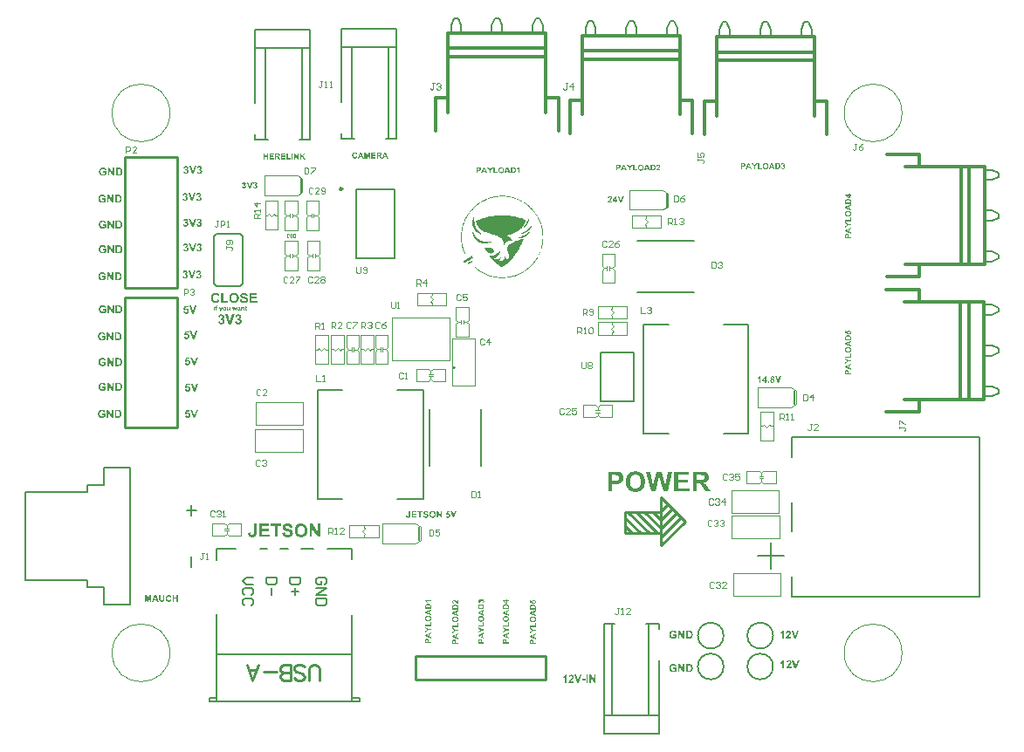
<source format=gbr>
%TF.GenerationSoftware,Altium Limited,Altium Designer,22.5.1 (42)*%
G04 Layer_Color=65535*
%FSLAX44Y44*%
%MOMM*%
%TF.SameCoordinates,7B58D917-D16F-4CFB-9619-50DAC3371BF8*%
%TF.FilePolarity,Positive*%
%TF.FileFunction,Legend,Top*%
%TF.Part,Single*%
G01*
G75*
%TA.AperFunction,NonConductor*%
%ADD60C,0.2000*%
%ADD61C,0.1000*%
%ADD62C,0.1270*%
%ADD63C,0.1500*%
%ADD95C,0.2500*%
%ADD96C,0.2540*%
%ADD97C,0.0600*%
%ADD98C,0.3000*%
%ADD99C,0.2032*%
%ADD100C,0.0500*%
G36*
X21055Y160005D02*
X21129Y159709D01*
X21055Y158004D01*
X20981Y157781D01*
X20795Y156929D01*
X20350Y155668D01*
X19980Y154853D01*
X19349Y153778D01*
X19312Y153741D01*
X19275Y153704D01*
X19201Y153555D01*
X19053Y153407D01*
X18979Y153259D01*
X18830Y153111D01*
X18756Y152962D01*
X18237Y152443D01*
X18163Y152295D01*
X17904Y152036D01*
X17756Y151961D01*
X17236Y151442D01*
X17088Y151368D01*
X16940Y151220D01*
X16792Y151146D01*
X16643Y150998D01*
X16495Y150923D01*
X15902Y150553D01*
X15383Y150479D01*
X15346Y150590D01*
X16050Y151517D01*
X16236Y151776D01*
X16384Y151924D01*
X16458Y152073D01*
X16606Y152221D01*
X16681Y152369D01*
X16829Y152517D01*
X16903Y152666D01*
X17051Y152814D01*
X17125Y152962D01*
X17867Y154000D01*
X17941Y154149D01*
X18460Y154964D01*
X18830Y155631D01*
X20239Y158523D01*
X20462Y159042D01*
X20610Y159412D01*
X20944Y160043D01*
X21055Y160005D01*
D02*
G37*
G36*
X24169Y152740D02*
X24094Y152221D01*
X23575Y151257D01*
X23094Y150553D01*
X22797Y150108D01*
X22686Y149997D01*
X22612Y149848D01*
X22575Y149811D01*
X22538Y149774D01*
X22315Y149552D01*
X22241Y149404D01*
X21796Y148959D01*
X21722Y148811D01*
X21240Y148329D01*
X21092Y148254D01*
X20647Y147810D01*
X20499Y147735D01*
X20276Y147513D01*
X20128Y147439D01*
X19980Y147291D01*
X19831Y147217D01*
X19312Y146846D01*
X19164Y146772D01*
X18571Y146401D01*
X17459Y145882D01*
X16940Y145660D01*
X16569Y145511D01*
X15828Y145289D01*
X14938Y145066D01*
X14197Y144992D01*
X14011Y145029D01*
X14086Y145252D01*
X14642Y145585D01*
X14790Y145660D01*
X15754Y146179D01*
X16421Y146549D01*
X17014Y146920D01*
X17162Y146994D01*
X17607Y147291D01*
X17756Y147365D01*
X18793Y148106D01*
X18942Y148180D01*
X19090Y148329D01*
X19238Y148403D01*
X19646Y148736D01*
X19980Y148996D01*
X20128Y149070D01*
X20424Y149367D01*
X20573Y149441D01*
X20869Y149737D01*
X21018Y149811D01*
X21537Y150330D01*
X21685Y150404D01*
X24057Y152777D01*
X24169Y152740D01*
D02*
G37*
G36*
X-31733Y161711D02*
X-31658Y160895D01*
X-31733Y160673D01*
X-31658Y156892D01*
X-31584Y156669D01*
X-31473Y155743D01*
X-31399Y155298D01*
X-31325Y154927D01*
X-31028Y153741D01*
X-30917Y153333D01*
X-30583Y152406D01*
X-30361Y151813D01*
X-29990Y150998D01*
X-29063Y149255D01*
X-28693Y148736D01*
X-28619Y148588D01*
X-27729Y147402D01*
X-27395Y146994D01*
X-27284Y146883D01*
X-27210Y146735D01*
X-26617Y146141D01*
X-26543Y145993D01*
X-24986Y144436D01*
X-24912Y144214D01*
X-25023Y144103D01*
X-25579Y144214D01*
X-26172Y144436D01*
X-27766Y145289D01*
X-28619Y145919D01*
X-28656Y145956D01*
X-28804Y146030D01*
X-28952Y146179D01*
X-29101Y146253D01*
X-29397Y146549D01*
X-29546Y146623D01*
X-30917Y147995D01*
X-30991Y148143D01*
X-31214Y148366D01*
X-31288Y148514D01*
X-31436Y148662D01*
X-31510Y148811D01*
X-31658Y148959D01*
X-31733Y149107D01*
X-32103Y149626D01*
X-32845Y151183D01*
X-32993Y151554D01*
X-33289Y152517D01*
X-33438Y153111D01*
X-33512Y153630D01*
X-33586Y153926D01*
X-33660Y155112D01*
X-33586Y157411D01*
X-33512Y157633D01*
X-33401Y158263D01*
X-33327Y158634D01*
X-33178Y159227D01*
X-33067Y159635D01*
X-32882Y160117D01*
X-32659Y160710D01*
X-32177Y161562D01*
X-32066Y161748D01*
X-31844Y161822D01*
X-31733Y161711D01*
D02*
G37*
G36*
X21944Y146586D02*
X21796Y146438D01*
X21500Y145919D01*
X20610Y144733D01*
X20276Y144325D01*
X19238Y143287D01*
X19090Y143213D01*
X18793Y142916D01*
X18645Y142842D01*
X18497Y142694D01*
X18349Y142620D01*
X18200Y142472D01*
X17681Y142175D01*
X17014Y141804D01*
X16050Y141360D01*
X15680Y141211D01*
X14493Y140841D01*
X13604Y140618D01*
X12899Y140507D01*
X12232Y140433D01*
X11009Y140396D01*
X10564Y140544D01*
X10453Y140655D01*
X10564Y140766D01*
X11083Y140989D01*
X11157D01*
X11194Y141026D01*
X12158Y141397D01*
X12751Y141619D01*
X13863Y142064D01*
X15198Y142657D01*
X16013Y143028D01*
X17793Y143991D01*
X19053Y144733D01*
X19646Y145104D01*
X20981Y145993D01*
X21537Y146401D01*
X21685Y146475D01*
X21833Y146623D01*
X21944Y146586D01*
D02*
G37*
G36*
X-33067Y146660D02*
X-32993Y146512D01*
X-32029Y144659D01*
X-31733Y144140D01*
X-31362Y143547D01*
X-31288Y143398D01*
X-30213Y141953D01*
X-30027Y141693D01*
X-29731Y141397D01*
X-29657Y141248D01*
X-28582Y140173D01*
X-28507D01*
X-28470Y140136D01*
X-28063Y139728D01*
X-27914Y139654D01*
X-27766Y139506D01*
X-27618Y139432D01*
X-27469Y139284D01*
X-27321Y139209D01*
X-26802Y138839D01*
X-24801Y137875D01*
X-24430Y137727D01*
X-22873Y137282D01*
X-21983Y137134D01*
X-21687Y137059D01*
X-19685Y136911D01*
X-17461Y136985D01*
X-17238Y137059D01*
X-16237Y137171D01*
X-15793Y137245D01*
X-15422Y137319D01*
X-14977Y137393D01*
X-14606Y137467D01*
X-14161Y137541D01*
X-14050Y137578D01*
X-14013Y137467D01*
X-14199Y137282D01*
X-15311Y136763D01*
X-15681Y136615D01*
X-17090Y136170D01*
X-18276Y135873D01*
X-19166Y135725D01*
X-19462Y135651D01*
X-20426Y135577D01*
X-20723Y135502D01*
X-23911Y135577D01*
X-24133Y135651D01*
X-24764Y135762D01*
X-25357Y135910D01*
X-26617Y136355D01*
X-26988Y136503D01*
X-28137Y137134D01*
X-29323Y138023D01*
X-29620Y138320D01*
X-29768Y138394D01*
X-30176Y138802D01*
X-30250Y138950D01*
X-30695Y139395D01*
X-30769Y139543D01*
X-30917Y139691D01*
X-30991Y139840D01*
X-31140Y139988D01*
X-31214Y140136D01*
X-31584Y140655D01*
X-31658Y140803D01*
X-32103Y141619D01*
X-32548Y142583D01*
X-32845Y143324D01*
X-33067Y144066D01*
X-33215Y144585D01*
X-33289Y144881D01*
X-33364Y145400D01*
X-33438Y145697D01*
X-33512Y146586D01*
X-33327Y146920D01*
X-33067Y146660D01*
D02*
G37*
G36*
X-2485Y162563D02*
X-186Y162489D01*
X36Y162415D01*
X1445Y162341D01*
X1667Y162267D01*
X2816Y162156D01*
X4818Y161859D01*
X6153Y161637D01*
X8006Y161266D01*
X8303Y161192D01*
X8673Y161118D01*
X8970Y161043D01*
X9341Y160969D01*
X10824Y160599D01*
X11231Y160487D01*
X12269Y160191D01*
X13011Y159968D01*
X14197Y159598D01*
X16162Y158893D01*
X17348Y158449D01*
X17718Y158300D01*
X17941Y158226D01*
X17793Y157633D01*
X17681Y157151D01*
X17607Y156855D01*
X17496Y156447D01*
X17162Y155520D01*
X16940Y154927D01*
X16569Y154111D01*
X15939Y152962D01*
X15568Y152443D01*
X15494Y152295D01*
X15346Y152147D01*
X15272Y151999D01*
X14938Y151591D01*
X14901Y151554D01*
Y151480D01*
X14456Y151035D01*
X14382Y150886D01*
X13381Y149886D01*
X13233Y149811D01*
X12788Y149367D01*
X12640Y149292D01*
X12418Y149070D01*
X12269Y148996D01*
X12121Y148848D01*
X11973Y148773D01*
X11824Y148625D01*
X11676Y148551D01*
X11528Y148403D01*
X11379Y148329D01*
X10342Y147587D01*
X9823Y147291D01*
X9378Y146994D01*
X9230Y146920D01*
X8636Y146549D01*
X6190Y145363D01*
X5523Y145066D01*
X5003Y144844D01*
X2409Y143806D01*
X1927Y143621D01*
X73Y142879D01*
X-742Y142435D01*
X-705Y142323D01*
X36Y142249D01*
X555Y142175D01*
X1259Y142064D01*
X1853Y141916D01*
X2557Y141582D01*
X2965Y141248D01*
X3261Y140952D01*
X3447Y140173D01*
X3632Y139914D01*
X4262Y139506D01*
X4670Y139172D01*
X4818Y139024D01*
X5115Y138431D01*
X5003Y138320D01*
X4707Y138246D01*
X3298Y138172D01*
X1853Y137986D01*
X1482Y137912D01*
X1185Y137838D01*
X147Y137467D01*
X-594Y137022D01*
X-853Y136837D01*
X-1484Y136207D01*
X-1558Y136059D01*
X-1780Y135836D01*
X-1854Y135688D01*
X-2225Y135169D01*
X-2744Y134205D01*
X-2929Y133946D01*
X-3115Y133983D01*
X-3263Y134502D01*
X-3337Y134798D01*
X-3597Y136466D01*
X-3671Y136837D01*
X-3893Y137727D01*
X-4116Y138320D01*
X-4264Y138690D01*
X-4820Y139617D01*
X-5154Y140025D01*
X-5265Y140136D01*
X-5339Y140284D01*
X-5450Y140396D01*
X-5598Y140470D01*
X-5895Y140766D01*
X-6043Y140841D01*
X-6488Y141137D01*
X-6636Y141211D01*
X-7155Y141508D01*
X-9602Y142694D01*
X-10343Y142991D01*
X-10825Y143176D01*
X-12123Y143584D01*
X-13087Y143880D01*
X-13606Y144029D01*
X-13902Y144103D01*
X-14421Y144251D01*
X-14718Y144325D01*
X-15237Y144473D01*
X-15533Y144547D01*
X-17609Y145141D01*
X-20093Y145993D01*
X-20908Y146290D01*
X-21650Y146586D01*
X-22465Y146957D01*
X-23763Y147661D01*
X-24207Y147958D01*
X-24356Y148032D01*
X-24504Y148180D01*
X-24652Y148254D01*
X-25319Y148773D01*
X-25468Y148922D01*
X-25616Y148996D01*
X-26209Y149589D01*
X-26358Y149663D01*
X-26469Y149774D01*
X-26543Y149923D01*
X-27136Y150516D01*
X-27210Y150664D01*
X-27358Y150812D01*
X-27432Y150961D01*
X-27655Y151183D01*
X-27729Y151331D01*
X-28100Y151850D01*
X-28174Y151999D01*
X-28545Y152592D01*
X-29286Y154149D01*
X-29508Y154668D01*
X-29657Y155038D01*
X-30101Y156447D01*
X-30250Y156966D01*
X-30213Y157151D01*
X-28137Y158041D01*
X-26654Y158634D01*
X-26172Y158819D01*
X-25357Y159116D01*
X-23170Y159820D01*
X-22206Y160117D01*
X-20649Y160562D01*
X-18573Y161081D01*
X-18091Y161192D01*
X-17794Y161266D01*
X-16312Y161562D01*
X-15867Y161637D01*
X-15496Y161711D01*
X-14161Y161933D01*
X-12123Y162193D01*
X-11604Y162267D01*
X-10640Y162341D01*
X-10343Y162415D01*
X-8601Y162526D01*
X-7192Y162600D01*
X-2707Y162638D01*
X-2485Y162563D01*
D02*
G37*
G36*
X-17312Y131351D02*
X-17090Y131277D01*
X-16460Y131165D01*
X-16163Y131091D01*
X-15755Y130980D01*
X-15385Y130832D01*
X-14903Y130646D01*
X-13754Y130016D01*
X-13606Y129868D01*
X-13457Y129794D01*
X-13124Y129460D01*
X-13049Y129312D01*
X-12827Y128793D01*
X-12790Y128385D01*
X-12938Y127570D01*
X-13272Y126939D01*
X-13606Y126532D01*
X-14124Y126013D01*
X-14792Y125716D01*
X-15385Y125568D01*
X-16497Y125642D01*
X-16719Y125716D01*
X-17201Y125901D01*
X-17572Y126050D01*
X-18388Y126420D01*
X-18499Y126532D01*
X-18832Y126717D01*
X-18869Y126754D01*
X-19018Y126828D01*
X-19166Y126976D01*
X-19314Y127051D01*
X-19537Y127273D01*
X-19685Y127347D01*
X-20463Y128126D01*
X-20538Y128274D01*
X-20834Y128570D01*
X-20908Y128719D01*
X-21056Y128867D01*
X-21131Y129015D01*
X-21427Y129460D01*
X-22169Y130943D01*
X-22057Y131054D01*
X-21353Y131165D01*
X-20908Y131239D01*
X-19907Y131351D01*
X-19166Y131425D01*
X-17312Y131351D01*
D02*
G37*
G36*
X-33957Y123232D02*
X-33883Y123084D01*
X-33364Y122268D01*
X-33289Y122120D01*
X-33141Y121750D01*
X-33215Y121601D01*
X-33475Y121342D01*
X-33623Y121268D01*
X-34439Y120749D01*
X-34587Y120674D01*
X-35032Y120378D01*
X-35180Y120304D01*
X-35625Y120007D01*
X-35773Y119933D01*
X-36218Y119637D01*
X-36366Y119563D01*
X-36700Y119303D01*
X-36626Y118487D01*
X-36255Y117969D01*
X-36181Y117820D01*
X-36070Y117635D01*
X-35403Y118006D01*
X-34587Y118525D01*
X-34290Y118450D01*
X-34179Y118339D01*
X-34105Y118191D01*
X-33809Y117746D01*
X-33734Y117450D01*
X-33994Y117190D01*
X-34142Y117116D01*
X-34958Y116597D01*
X-35106Y116523D01*
X-35291Y116412D01*
X-35217Y116189D01*
X-35403Y116152D01*
X-35625Y116226D01*
X-35773Y116078D01*
X-35921Y116004D01*
X-36737Y115485D01*
X-37182Y115262D01*
X-37367Y115448D01*
X-37664Y115967D01*
X-37812Y116189D01*
Y116263D01*
X-37738Y116560D01*
X-36552Y117301D01*
X-36329Y117450D01*
X-36700Y118117D01*
X-37034Y118525D01*
X-37590Y118784D01*
X-38405Y118265D01*
X-40778Y116782D01*
X-41185Y116597D01*
X-41482Y116671D01*
X-41741Y116931D01*
X-42334Y117969D01*
X-42409Y118265D01*
X-42149Y118599D01*
X-42001Y118673D01*
X-41185Y119192D01*
X-41037Y119266D01*
X-40592Y119563D01*
X-40444Y119637D01*
X-39999Y119933D01*
X-39851Y120007D01*
X-39406Y120304D01*
X-39258Y120378D01*
X-38924Y120638D01*
X-38998Y121824D01*
X-38924Y121972D01*
X-38887Y122009D01*
X-37960Y121305D01*
X-37849Y121268D01*
X-37034Y121787D01*
X-36885Y121861D01*
X-36440Y122157D01*
X-36292Y122232D01*
X-35847Y122528D01*
X-35699Y122602D01*
X-35254Y122899D01*
X-35106Y122973D01*
X-34661Y123269D01*
X-34290Y123418D01*
X-33957Y123232D01*
D02*
G37*
G36*
X16162Y139691D02*
X16013Y139321D01*
X15680Y138394D01*
X15457Y137801D01*
X14716Y135947D01*
X14345Y135132D01*
X14197Y134761D01*
X14011Y134353D01*
X12158Y130720D01*
X11787Y130053D01*
X11491Y129534D01*
X11120Y128941D01*
X11046Y128793D01*
X10749Y128348D01*
X10675Y128200D01*
X10304Y127681D01*
X10008Y127162D01*
X9637Y126643D01*
X9563Y126495D01*
X8117Y124530D01*
X7932Y124270D01*
X7413Y123603D01*
X7079Y123195D01*
X6894Y122936D01*
X6746Y122788D01*
X6672Y122639D01*
X6449Y122417D01*
X6375Y122268D01*
X6004Y121898D01*
X5930Y121750D01*
X5560Y121379D01*
X5485Y121231D01*
X4967Y120712D01*
X4892Y120563D01*
X3929Y119600D01*
X3854Y119451D01*
X2260Y117857D01*
X2112Y117783D01*
X1222Y116893D01*
X1074Y116819D01*
X555Y116300D01*
X407Y116226D01*
X36Y115856D01*
X-112Y115781D01*
X-483Y115411D01*
X-631Y115337D01*
X-853Y115114D01*
X-1002Y115040D01*
X-1298Y114743D01*
X-1447Y114669D01*
X-1669Y114447D01*
X-1817Y114373D01*
X-1966Y114224D01*
X-2114Y114150D01*
X-2336Y113928D01*
X-2485Y113854D01*
X-2633Y113705D01*
X-2781Y113631D01*
X-2929Y113483D01*
X-3078Y113409D01*
X-4635Y112297D01*
X-4931Y112371D01*
X-5747Y112816D01*
X-6414Y113187D01*
X-6933Y113483D01*
X-7748Y114002D01*
X-7897Y114076D01*
X-8416Y114447D01*
X-8564Y114521D01*
X-8712Y114669D01*
X-8861Y114743D01*
X-10306Y115818D01*
X-10417Y115930D01*
X-10566Y116004D01*
X-10862Y116300D01*
X-11011Y116375D01*
X-11233Y116597D01*
X-11381Y116671D01*
X-11974Y117264D01*
X-12123Y117338D01*
X-13791Y119006D01*
X-13828Y119044D01*
X-14161Y119377D01*
X-14236Y119525D01*
X-14681Y119970D01*
X-14755Y120119D01*
X-15051Y120415D01*
X-15125Y120563D01*
X-15422Y120860D01*
X-15496Y121008D01*
X-15644Y121157D01*
X-15718Y121305D01*
X-15867Y121453D01*
X-15941Y121601D01*
X-16089Y121750D01*
X-16163Y121898D01*
X-16312Y122046D01*
X-16386Y122194D01*
X-16534Y122343D01*
X-16608Y122491D01*
X-16979Y123010D01*
X-17127Y123307D01*
X-16237Y123381D01*
X-15422Y123455D01*
X-14087Y123677D01*
X-13791Y123751D01*
X-13383Y123862D01*
X-12234Y124270D01*
X-11418Y124641D01*
X-10788Y124975D01*
X-9676Y125716D01*
X-9268Y126050D01*
X-9009Y126235D01*
X-8564Y126680D01*
X-8416Y126754D01*
X-7860Y127310D01*
X-7786Y127458D01*
X-6711Y128533D01*
X-6525Y128496D01*
X-6451Y128200D01*
X-6525Y127977D01*
X-6636Y127570D01*
X-6822Y127088D01*
X-7637Y125531D01*
X-8267Y124604D01*
X-8564Y124159D01*
X-8675Y124048D01*
X-8749Y123900D01*
X-9046Y123603D01*
X-9120Y123455D01*
X-9713Y122862D01*
X-9787Y122713D01*
X-9898Y122602D01*
X-10047Y122528D01*
X-10640Y121935D01*
X-10788Y121861D01*
X-11011Y121638D01*
X-11159Y121564D01*
X-11381Y121342D01*
X-11530Y121268D01*
X-12048Y120897D01*
X-12197Y120823D01*
X-12790Y120452D01*
X-13161Y120230D01*
X-12790Y120081D01*
X-12271Y119933D01*
X-11974Y119859D01*
X-11455Y119785D01*
X-9602Y119859D01*
X-9380Y119933D01*
X-8675Y120193D01*
X-7674Y120749D01*
X-7526Y120897D01*
X-7378Y120971D01*
X-6451Y121898D01*
X-6377Y122046D01*
X-6191Y122232D01*
X-6117Y121935D01*
X-6080Y121379D01*
X-6154Y121157D01*
X-6266Y120600D01*
X-6414Y120230D01*
X-6525Y120119D01*
X-6822Y119600D01*
X-7229Y119192D01*
X-7378Y119118D01*
X-7526Y118969D01*
X-7934Y118784D01*
X-7897Y118673D01*
X-7415Y118562D01*
X-7044Y118487D01*
X-5673Y118450D01*
X-5450Y118525D01*
X-5042Y118636D01*
X-4672Y118784D01*
X-4042Y119118D01*
X-3634Y119451D01*
X-2966Y120119D01*
X-2892Y120267D01*
X-2596Y120712D01*
X-2299Y121453D01*
X-2151Y121972D01*
X-2077Y122268D01*
X-2003Y122862D01*
X-1891Y122899D01*
X-1780Y122788D01*
X-1706Y122639D01*
X-1558Y122491D01*
X-1187Y121675D01*
X-1113Y121379D01*
X-1039Y120860D01*
X-1113Y119896D01*
X-1187Y119748D01*
X-1076Y119711D01*
X184Y120378D01*
X852Y120897D01*
X1334Y121379D01*
X1556Y121898D01*
X1630Y122194D01*
X1704Y122713D01*
X1630Y124270D01*
X1556Y124493D01*
X1445Y124975D01*
X1371Y125271D01*
X1259Y125679D01*
X815Y127088D01*
X666Y127607D01*
X592Y127903D01*
X481Y128385D01*
X333Y129275D01*
X296Y131239D01*
X370Y131462D01*
X444Y131907D01*
X518Y132129D01*
X666Y132500D01*
X1111Y133315D01*
X1259Y133464D01*
X1334Y133612D01*
X1815Y134094D01*
X1964Y134168D01*
X2112Y134316D01*
X2260Y134390D01*
X2853Y134761D01*
X3002Y134835D01*
X3595Y135206D01*
X4262Y135577D01*
X4855Y135947D01*
X5671Y136392D01*
X6931Y137059D01*
X8488Y137801D01*
X9007Y138023D01*
X9748Y138320D01*
X11602Y138913D01*
X12121Y139061D01*
X12714Y139209D01*
X13196Y139321D01*
X13567Y139395D01*
X13863Y139469D01*
X14308Y139543D01*
X14679Y139617D01*
X15124Y139691D01*
X16087Y139840D01*
X16125Y139877D01*
X16162Y139691D01*
D02*
G37*
G36*
X-2559Y181543D02*
X-816Y181432D01*
X-149Y181358D01*
X1037Y181209D01*
X2816Y180913D01*
X3558Y180765D01*
X4151Y180616D01*
X4522Y180542D01*
X5708Y180246D01*
X6116Y180134D01*
X6412Y180060D01*
X7598Y179690D01*
X8970Y179208D01*
X9711Y178911D01*
X10304Y178689D01*
X10675Y178540D01*
X11491Y178170D01*
X11861Y178021D01*
X12269Y177836D01*
X14568Y176650D01*
X15605Y176057D01*
X16421Y175538D01*
X16569Y175464D01*
X17088Y175093D01*
X17607Y174796D01*
X17756Y174648D01*
X17904Y174574D01*
X19349Y173499D01*
X19609Y173314D01*
X20017Y172980D01*
X20276Y172795D01*
X20684Y172461D01*
X20869Y172276D01*
X21018Y172201D01*
X21388Y171831D01*
X21537Y171757D01*
X21907Y171386D01*
X22056Y171312D01*
X23316Y170051D01*
X23464Y169977D01*
X23575Y169866D01*
X23650Y169718D01*
X24910Y168457D01*
X24984Y168309D01*
X25355Y167938D01*
X25429Y167790D01*
X25800Y167419D01*
X25874Y167271D01*
X26244Y166901D01*
X26319Y166752D01*
X26467Y166604D01*
X26541Y166456D01*
X26763Y166233D01*
X26838Y166085D01*
X27060Y165863D01*
X27134Y165714D01*
X27282Y165566D01*
X27357Y165418D01*
X27505Y165269D01*
X27579Y165121D01*
X28691Y163564D01*
X28988Y163045D01*
X29284Y162600D01*
X29358Y162452D01*
X29655Y162007D01*
X30174Y161043D01*
X30470Y160525D01*
X31731Y157930D01*
X32027Y157262D01*
X32620Y155780D01*
X32806Y155298D01*
X33510Y153111D01*
X33584Y152814D01*
X33881Y151776D01*
X34103Y150886D01*
X34214Y150404D01*
X34289Y150034D01*
X34363Y149737D01*
X34437Y149367D01*
X34733Y147587D01*
X34956Y145808D01*
X35104Y143880D01*
X35141Y139617D01*
X35067Y139395D01*
X34956Y137653D01*
X34808Y136466D01*
X34733Y135799D01*
X34659Y135428D01*
X34437Y134094D01*
X34363Y133723D01*
X34289Y133427D01*
X34214Y133056D01*
X34140Y132759D01*
X34066Y132389D01*
X33844Y131499D01*
X33733Y131091D01*
X33658Y130795D01*
X33510Y130276D01*
X32657Y127792D01*
X32509Y127421D01*
X32287Y126828D01*
X31990Y126087D01*
X31805Y125679D01*
X31508Y125012D01*
X30100Y122268D01*
X29507Y121231D01*
X28098Y119081D01*
X27727Y118562D01*
X27653Y118413D01*
X27505Y118265D01*
X27431Y118117D01*
X27097Y117709D01*
X26912Y117450D01*
X26578Y117042D01*
X26393Y116782D01*
X26244Y116634D01*
X26170Y116486D01*
X25948Y116263D01*
X25874Y116115D01*
X25429Y115670D01*
X25355Y115522D01*
X24984Y115151D01*
X24910Y115003D01*
X23798Y113891D01*
X23724Y113743D01*
X23168Y113187D01*
X23019Y113112D01*
X21907Y112000D01*
X21759Y111926D01*
X21388Y111555D01*
X21240Y111481D01*
X20795Y111036D01*
X20647Y110962D01*
X20424Y110740D01*
X20276Y110666D01*
X20054Y110443D01*
X19906Y110369D01*
X19683Y110147D01*
X19535Y110073D01*
X19387Y109924D01*
X19238Y109850D01*
X19016Y109628D01*
X18868Y109554D01*
X17311Y108441D01*
X17162Y108367D01*
X16717Y108071D01*
X16569Y107997D01*
X16050Y107626D01*
X15235Y107181D01*
X14197Y106588D01*
X11305Y105179D01*
X10267Y104735D01*
X9897Y104586D01*
X9415Y104401D01*
X9044Y104253D01*
X6635Y103474D01*
X6116Y103326D01*
X5819Y103252D01*
X5300Y103104D01*
X4410Y102881D01*
X3929Y102770D01*
X3558Y102696D01*
X3261Y102622D01*
X2891Y102547D01*
X1556Y102325D01*
X1185Y102251D01*
X518Y102177D01*
X-668Y102029D01*
X-2596Y101880D01*
X-6859Y101843D01*
X-7081Y101917D01*
X-8824Y102029D01*
X-10603Y102251D01*
X-12382Y102547D01*
X-12679Y102622D01*
X-13420Y102770D01*
X-13717Y102844D01*
X-14087Y102918D01*
X-14681Y103066D01*
X-15088Y103178D01*
X-15385Y103252D01*
X-16423Y103548D01*
X-18462Y104253D01*
X-18832Y104401D01*
X-20018Y104846D01*
X-20426Y105031D01*
X-21464Y105476D01*
X-24059Y106811D01*
X-24726Y107181D01*
X-25319Y107552D01*
X-25468Y107626D01*
X-25913Y107923D01*
X-26061Y107997D01*
X-26506Y108293D01*
X-26654Y108367D01*
X-26802Y108516D01*
X-26951Y108590D01*
X-27469Y108961D01*
X-27618Y109035D01*
X-28804Y109924D01*
X-29731Y110629D01*
X-29842Y110740D01*
X-29990Y110814D01*
X-30361Y111185D01*
X-30509Y111259D01*
X-30806Y111555D01*
X-30954Y111629D01*
X-31473Y112149D01*
X-31621Y112223D01*
X-32548Y113149D01*
X-32474Y113298D01*
X-32140Y113631D01*
X-31992Y113557D01*
X-31325Y112890D01*
X-31177Y112816D01*
X-30509Y112149D01*
X-30361Y112074D01*
X-30064Y111778D01*
X-29916Y111704D01*
X-29546Y111333D01*
X-29397Y111259D01*
X-29101Y110962D01*
X-28952Y110888D01*
X-28804Y110740D01*
X-28656Y110666D01*
X-28507Y110517D01*
X-28359Y110443D01*
X-28211Y110295D01*
X-28063Y110221D01*
X-27914Y110073D01*
X-27766Y109999D01*
X-27618Y109850D01*
X-27469Y109776D01*
X-26432Y109035D01*
X-26283Y108961D01*
X-25838Y108664D01*
X-25690Y108590D01*
X-25245Y108293D01*
X-25097Y108219D01*
X-24652Y107923D01*
X-24504Y107848D01*
X-23170Y107107D01*
X-20575Y105847D01*
X-19537Y105402D01*
X-19166Y105254D01*
X-18684Y105068D01*
X-18091Y104846D01*
X-15904Y104141D01*
X-15385Y103993D01*
X-15088Y103919D01*
X-14569Y103771D01*
X-13680Y103548D01*
X-13198Y103437D01*
X-12827Y103363D01*
X-12530Y103289D01*
X-12160Y103215D01*
X-10380Y102918D01*
X-9713Y102844D01*
X-9120Y102770D01*
X-8453Y102696D01*
X-7415Y102622D01*
X-5932Y102547D01*
X-3671Y102510D01*
X-3448Y102584D01*
X-1150Y102659D01*
X-928Y102733D01*
X222Y102844D01*
X815Y102918D01*
X1778Y103066D01*
X2149Y103141D01*
X3039Y103289D01*
X3335Y103363D01*
X3706Y103437D01*
X4299Y103585D01*
X4670Y103660D01*
X5263Y103808D01*
X5671Y103919D01*
X6709Y104216D01*
X8970Y104994D01*
X10824Y105736D01*
X12195Y106366D01*
X14197Y107404D01*
X15235Y107997D01*
X16050Y108516D01*
X16199Y108590D01*
X16717Y108961D01*
X16866Y109035D01*
X17385Y109405D01*
X17533Y109480D01*
X18979Y110555D01*
X19238Y110740D01*
X19646Y111074D01*
X19906Y111259D01*
X20054Y111407D01*
X20202Y111481D01*
X20499Y111778D01*
X20647Y111852D01*
X21092Y112297D01*
X21240Y112371D01*
X21833Y112964D01*
X21981Y113038D01*
X24094Y115151D01*
X24169Y115299D01*
X24688Y115818D01*
X24762Y115967D01*
X25206Y116412D01*
X25281Y116560D01*
X25577Y116856D01*
X25651Y117005D01*
X25874Y117227D01*
X25948Y117375D01*
X26170Y117598D01*
X26244Y117746D01*
X26393Y117894D01*
X26467Y118043D01*
X26689Y118265D01*
X26763Y118413D01*
X27875Y119970D01*
X27950Y120119D01*
X28320Y120638D01*
X28394Y120786D01*
X28914Y121601D01*
X28988Y121750D01*
X29581Y122788D01*
X30396Y124345D01*
X30989Y125605D01*
X31360Y126420D01*
X31953Y127903D01*
X32139Y128385D01*
X32769Y130350D01*
X33214Y131907D01*
X33362Y132500D01*
X33473Y132982D01*
X33547Y133278D01*
X33621Y133649D01*
X33695Y133946D01*
X33844Y134835D01*
X33918Y135206D01*
X33992Y135651D01*
X34103Y136652D01*
X34177Y136948D01*
X34289Y138097D01*
X34363Y139061D01*
X34437Y140618D01*
X34474Y142805D01*
X34400Y143028D01*
X34326Y145326D01*
X34251Y145548D01*
X34140Y146698D01*
X34066Y147291D01*
X33918Y148254D01*
X33844Y148625D01*
X33770Y149070D01*
X33621Y149811D01*
X33547Y150108D01*
X33473Y150479D01*
X33325Y151072D01*
X33251Y151442D01*
X33139Y151850D01*
X32991Y152369D01*
X32917Y152666D01*
X32769Y153185D01*
X32287Y154556D01*
X31916Y155594D01*
X31620Y156336D01*
X31397Y156929D01*
X30656Y158560D01*
X29358Y161043D01*
X28765Y162081D01*
X28394Y162600D01*
X28320Y162749D01*
X27431Y164083D01*
X26356Y165529D01*
X26170Y165788D01*
X26059Y165974D01*
X26022Y166011D01*
X25800Y166233D01*
X25726Y166381D01*
X25503Y166604D01*
X25429Y166752D01*
X25058Y167123D01*
X24984Y167271D01*
X24613Y167642D01*
X24539Y167790D01*
X23724Y168606D01*
X23650Y168754D01*
X22204Y170200D01*
X22056Y170274D01*
X21314Y171015D01*
X21166Y171089D01*
X20721Y171534D01*
X20573Y171608D01*
X20202Y171979D01*
X20054Y172053D01*
X19831Y172276D01*
X19683Y172350D01*
X19461Y172572D01*
X19312Y172646D01*
X19164Y172795D01*
X19016Y172869D01*
X18793Y173091D01*
X18645Y173165D01*
X18497Y173314D01*
X18349Y173388D01*
X16792Y174500D01*
X16273Y174796D01*
X15754Y175167D01*
X14938Y175612D01*
X14419Y175908D01*
X13826Y176279D01*
X11676Y177317D01*
X10861Y177688D01*
X10342Y177910D01*
X9230Y178355D01*
X8748Y178540D01*
X6338Y179319D01*
X5819Y179467D01*
X5523Y179541D01*
X5003Y179690D01*
X4410Y179838D01*
X3929Y179949D01*
X3335Y180097D01*
X2965Y180171D01*
X2075Y180320D01*
X1704Y180394D01*
X1259Y180468D01*
X666Y180542D01*
X-334Y180653D01*
X-631Y180728D01*
X-2225Y180839D01*
X-4153Y180913D01*
X-5302Y180950D01*
X-5524Y180876D01*
X-8193Y180802D01*
X-8416Y180728D01*
X-9528Y180653D01*
X-9750Y180579D01*
X-10751Y180468D01*
X-11196Y180394D01*
X-11567Y180320D01*
X-12011Y180246D01*
X-13124Y180023D01*
X-13717Y179875D01*
X-14087Y179801D01*
X-14681Y179653D01*
X-15088Y179541D01*
X-16126Y179245D01*
X-18388Y178466D01*
X-19129Y178170D01*
X-19722Y177947D01*
X-20093Y177799D01*
X-21316Y177243D01*
X-23911Y175908D01*
X-24430Y175612D01*
X-25023Y175241D01*
X-25171Y175167D01*
X-26913Y174018D01*
X-27358Y173721D01*
X-27469Y173610D01*
X-27618Y173536D01*
X-28545Y172832D01*
X-28804Y172646D01*
X-28952Y172498D01*
X-29101Y172424D01*
X-29323Y172201D01*
X-29471Y172127D01*
X-29620Y171979D01*
X-29768Y171905D01*
X-30213Y171460D01*
X-30361Y171386D01*
X-30732Y171015D01*
X-30880Y170941D01*
X-31844Y169977D01*
X-31992Y169903D01*
X-32993Y168902D01*
X-33067Y168754D01*
X-33957Y167864D01*
X-34031Y167716D01*
X-34476Y167271D01*
X-34550Y167123D01*
X-34995Y166678D01*
X-35069Y166530D01*
X-35217Y166381D01*
X-35291Y166233D01*
X-35514Y166011D01*
X-35588Y165863D01*
X-35810Y165640D01*
X-35884Y165492D01*
X-36033Y165344D01*
X-36107Y165195D01*
X-36255Y165047D01*
X-36329Y164899D01*
X-36477Y164750D01*
X-36552Y164602D01*
X-37293Y163564D01*
X-37367Y163416D01*
X-37738Y162897D01*
X-37812Y162749D01*
X-38109Y162304D01*
X-38183Y162156D01*
X-38553Y161562D01*
X-38628Y161414D01*
X-38924Y160895D01*
X-39295Y160228D01*
X-40629Y157485D01*
X-40926Y156818D01*
X-41074Y156447D01*
X-41259Y155965D01*
X-41556Y155224D01*
X-42260Y153036D01*
X-42705Y151480D01*
X-42853Y150886D01*
X-42965Y150404D01*
X-43039Y150108D01*
X-43261Y148996D01*
X-43335Y148551D01*
X-43410Y148180D01*
X-43484Y147735D01*
X-43706Y145956D01*
X-43780Y145215D01*
X-43854Y144251D01*
X-43966Y141174D01*
X-43891Y140952D01*
X-43817Y138209D01*
X-43743Y137986D01*
X-43632Y136837D01*
X-43558Y136244D01*
X-43410Y135280D01*
X-43335Y134835D01*
X-43261Y134465D01*
X-43187Y134020D01*
X-43113Y133649D01*
X-43039Y133352D01*
X-42965Y132982D01*
X-42520Y131202D01*
X-42334Y130572D01*
X-42186Y130053D01*
X-41334Y127644D01*
X-41185Y127273D01*
X-40926Y126643D01*
X-40629Y125901D01*
X-40740Y125790D01*
X-41185Y125568D01*
X-41297Y125679D01*
X-41482Y126161D01*
X-41630Y126532D01*
X-41890Y127162D01*
X-42038Y127533D01*
X-42223Y128014D01*
X-42742Y129497D01*
X-42816Y129794D01*
X-42928Y130202D01*
X-43150Y130943D01*
X-43298Y131462D01*
X-43521Y132352D01*
X-43632Y132833D01*
X-43780Y133427D01*
X-43854Y133797D01*
X-43928Y134242D01*
X-44003Y134613D01*
X-44077Y135058D01*
X-44151Y135428D01*
X-44262Y136429D01*
X-44336Y136726D01*
X-44447Y137801D01*
X-44522Y138765D01*
X-44596Y140025D01*
X-44633Y143695D01*
X-44559Y143917D01*
X-44447Y145660D01*
X-44373Y146253D01*
X-44299Y146920D01*
X-44225Y147513D01*
X-44003Y148848D01*
X-43928Y149218D01*
X-43854Y149663D01*
X-43780Y149960D01*
X-43706Y150330D01*
X-43632Y150627D01*
X-43558Y150998D01*
X-43335Y151887D01*
X-43224Y152295D01*
X-43150Y152592D01*
X-43002Y153111D01*
X-42075Y155817D01*
X-41778Y156558D01*
X-41556Y157151D01*
X-41371Y157559D01*
X-41074Y158226D01*
X-39443Y161414D01*
X-39146Y161933D01*
X-38776Y162526D01*
X-38702Y162675D01*
X-38405Y163119D01*
X-38331Y163268D01*
X-37960Y163787D01*
X-37886Y163935D01*
X-37145Y164973D01*
X-37071Y165121D01*
X-36922Y165269D01*
X-36848Y165418D01*
X-36700Y165566D01*
X-36626Y165714D01*
X-36477Y165863D01*
X-36403Y166011D01*
X-36181Y166233D01*
X-36107Y166381D01*
X-35884Y166604D01*
X-35810Y166752D01*
X-35662Y166901D01*
X-35588Y167049D01*
X-35217Y167419D01*
X-35143Y167568D01*
X-34772Y167938D01*
X-34698Y168087D01*
X-34253Y168531D01*
X-34179Y168680D01*
X-31621Y171238D01*
X-31473Y171312D01*
X-31028Y171757D01*
X-30880Y171831D01*
X-30509Y172201D01*
X-30361Y172276D01*
X-29990Y172646D01*
X-29842Y172720D01*
X-29694Y172869D01*
X-29546Y172943D01*
X-29323Y173165D01*
X-29175Y173239D01*
X-28952Y173462D01*
X-28804Y173536D01*
X-28656Y173684D01*
X-28507Y173758D01*
X-28359Y173907D01*
X-28211Y173981D01*
X-28063Y174129D01*
X-27914Y174203D01*
X-26876Y174945D01*
X-26728Y175019D01*
X-26209Y175389D01*
X-25690Y175686D01*
X-25097Y176057D01*
X-24949Y176131D01*
X-23911Y176724D01*
X-20575Y178355D01*
X-19907Y178652D01*
X-19425Y178837D01*
X-18684Y179133D01*
X-16052Y179986D01*
X-15014Y180283D01*
X-13828Y180579D01*
X-13346Y180690D01*
X-12975Y180765D01*
X-12679Y180839D01*
X-12308Y180913D01*
X-10529Y181209D01*
X-9936Y181283D01*
X-9268Y181358D01*
X-8675Y181432D01*
X-6748Y181580D01*
X-2781Y181617D01*
X-2559Y181543D01*
D02*
G37*
G36*
X-147385Y223691D02*
X-147297Y223683D01*
X-147192Y223665D01*
X-147078Y223647D01*
X-146955Y223621D01*
X-146815Y223586D01*
X-146684Y223542D01*
X-146535Y223498D01*
X-146394Y223437D01*
X-146254Y223358D01*
X-146114Y223279D01*
X-145982Y223183D01*
X-145851Y223069D01*
X-145842D01*
X-145833Y223052D01*
X-145790Y222999D01*
X-145719Y222920D01*
X-145632Y222798D01*
X-145535Y222649D01*
X-145430Y222473D01*
X-145334Y222263D01*
X-145255Y222018D01*
X-146403Y221746D01*
Y221755D01*
X-146412Y221763D01*
X-146421Y221816D01*
X-146456Y221895D01*
X-146499Y222000D01*
X-146552Y222114D01*
X-146631Y222228D01*
X-146719Y222342D01*
X-146832Y222447D01*
X-146850Y222456D01*
X-146894Y222491D01*
X-146955Y222535D01*
X-147051Y222578D01*
X-147165Y222631D01*
X-147306Y222666D01*
X-147455Y222701D01*
X-147621Y222710D01*
X-147682D01*
X-147726Y222701D01*
X-147779Y222692D01*
X-147840Y222684D01*
X-147989Y222649D01*
X-148156Y222596D01*
X-148331Y222517D01*
X-148410Y222465D01*
X-148497Y222403D01*
X-148576Y222324D01*
X-148655Y222245D01*
Y222237D01*
X-148673Y222228D01*
X-148690Y222193D01*
X-148716Y222158D01*
X-148743Y222105D01*
X-148778Y222044D01*
X-148813Y221974D01*
X-148848Y221886D01*
X-148892Y221790D01*
X-148927Y221685D01*
X-148962Y221562D01*
X-148988Y221422D01*
X-149014Y221282D01*
X-149032Y221115D01*
X-149041Y220940D01*
X-149050Y220756D01*
Y220747D01*
Y220712D01*
Y220651D01*
X-149041Y220581D01*
Y220484D01*
X-149032Y220388D01*
X-149014Y220274D01*
X-148997Y220151D01*
X-148953Y219897D01*
X-148883Y219634D01*
X-148839Y219511D01*
X-148787Y219398D01*
X-148734Y219292D01*
X-148664Y219196D01*
X-148655Y219187D01*
X-148646Y219178D01*
X-148594Y219126D01*
X-148506Y219056D01*
X-148392Y218968D01*
X-148243Y218880D01*
X-148068Y218810D01*
X-147866Y218758D01*
X-147761Y218749D01*
X-147647Y218740D01*
X-147604D01*
X-147569Y218749D01*
X-147481Y218758D01*
X-147376Y218775D01*
X-147244Y218810D01*
X-147113Y218863D01*
X-146981Y218933D01*
X-146850Y219029D01*
X-146832Y219047D01*
X-146797Y219082D01*
X-146736Y219161D01*
X-146666Y219257D01*
X-146587Y219389D01*
X-146508Y219555D01*
X-146429Y219739D01*
X-146368Y219967D01*
X-145238Y219617D01*
Y219608D01*
X-145246Y219573D01*
X-145264Y219529D01*
X-145290Y219459D01*
X-145316Y219380D01*
X-145351Y219292D01*
X-145395Y219187D01*
X-145448Y219082D01*
X-145562Y218854D01*
X-145711Y218617D01*
X-145895Y218398D01*
X-145991Y218293D01*
X-146105Y218206D01*
X-146114Y218197D01*
X-146131Y218188D01*
X-146166Y218162D01*
X-146210Y218136D01*
X-146272Y218100D01*
X-146342Y218065D01*
X-146429Y218022D01*
X-146526Y217978D01*
X-146631Y217934D01*
X-146745Y217890D01*
X-146868Y217855D01*
X-146999Y217820D01*
X-147148Y217794D01*
X-147297Y217768D01*
X-147463Y217759D01*
X-147630Y217750D01*
X-147682D01*
X-147744Y217759D01*
X-147823D01*
X-147919Y217776D01*
X-148033Y217794D01*
X-148156Y217811D01*
X-148296Y217846D01*
X-148445Y217890D01*
X-148594Y217943D01*
X-148751Y218004D01*
X-148909Y218083D01*
X-149067Y218171D01*
X-149225Y218276D01*
X-149374Y218390D01*
X-149514Y218530D01*
X-149523Y218539D01*
X-149549Y218565D01*
X-149584Y218609D01*
X-149628Y218670D01*
X-149680Y218749D01*
X-149750Y218845D01*
X-149812Y218959D01*
X-149882Y219091D01*
X-149952Y219231D01*
X-150013Y219398D01*
X-150075Y219573D01*
X-150136Y219765D01*
X-150180Y219967D01*
X-150215Y220186D01*
X-150241Y220423D01*
X-150250Y220668D01*
Y220686D01*
Y220729D01*
X-150241Y220808D01*
Y220905D01*
X-150224Y221027D01*
X-150215Y221168D01*
X-150189Y221317D01*
X-150154Y221483D01*
X-150119Y221667D01*
X-150066Y221842D01*
X-150013Y222035D01*
X-149943Y222219D01*
X-149856Y222403D01*
X-149759Y222578D01*
X-149645Y222745D01*
X-149514Y222903D01*
X-149505Y222911D01*
X-149479Y222938D01*
X-149435Y222973D01*
X-149382Y223025D01*
X-149304Y223087D01*
X-149216Y223157D01*
X-149111Y223227D01*
X-148988Y223306D01*
X-148857Y223376D01*
X-148708Y223446D01*
X-148550Y223516D01*
X-148375Y223577D01*
X-148191Y223630D01*
X-147989Y223665D01*
X-147779Y223691D01*
X-147560Y223700D01*
X-147455D01*
X-147385Y223691D01*
D02*
G37*
G36*
X-132899Y217846D02*
X-133977D01*
X-133986Y222377D01*
X-135125Y217846D01*
X-136238D01*
X-137377Y222377D01*
Y217846D01*
X-138455D01*
Y223604D01*
X-136720D01*
X-135677Y219669D01*
X-134652Y223604D01*
X-132899D01*
Y217846D01*
D02*
G37*
G36*
X-115391D02*
X-116653D01*
X-117143Y219152D01*
X-119466D01*
X-119939Y217846D01*
X-121166D01*
X-118931Y223604D01*
X-117704D01*
X-115391Y217846D01*
D02*
G37*
G36*
X-123724Y223595D02*
X-123540D01*
X-123444Y223586D01*
X-123225Y223569D01*
X-123006Y223534D01*
X-122795Y223498D01*
X-122699Y223472D01*
X-122620Y223446D01*
X-122612D01*
X-122603Y223437D01*
X-122550Y223420D01*
X-122471Y223376D01*
X-122375Y223314D01*
X-122270Y223236D01*
X-122156Y223139D01*
X-122051Y223025D01*
X-121945Y222885D01*
X-121937Y222868D01*
X-121902Y222815D01*
X-121867Y222736D01*
X-121814Y222622D01*
X-121770Y222491D01*
X-121726Y222342D01*
X-121700Y222167D01*
X-121691Y221982D01*
Y221974D01*
Y221956D01*
Y221921D01*
X-121700Y221877D01*
Y221816D01*
X-121709Y221755D01*
X-121735Y221606D01*
X-121788Y221439D01*
X-121858Y221255D01*
X-121945Y221080D01*
X-122007Y220992D01*
X-122077Y220914D01*
Y220905D01*
X-122094Y220896D01*
X-122121Y220878D01*
X-122147Y220843D01*
X-122191Y220817D01*
X-122235Y220773D01*
X-122296Y220729D01*
X-122357Y220686D01*
X-122436Y220642D01*
X-122515Y220598D01*
X-122612Y220554D01*
X-122717Y220510D01*
X-122822Y220466D01*
X-122944Y220431D01*
X-123067Y220405D01*
X-123207Y220379D01*
X-123199D01*
X-123190Y220370D01*
X-123146Y220344D01*
X-123076Y220300D01*
X-122988Y220239D01*
X-122892Y220169D01*
X-122787Y220081D01*
X-122682Y219993D01*
X-122585Y219897D01*
X-122576Y219888D01*
X-122541Y219844D01*
X-122489Y219783D01*
X-122410Y219687D01*
X-122313Y219555D01*
X-122208Y219398D01*
X-122138Y219301D01*
X-122077Y219196D01*
X-122007Y219091D01*
X-121928Y218968D01*
X-121227Y217846D01*
X-122620D01*
X-123444Y219091D01*
X-123453Y219100D01*
X-123462Y219117D01*
X-123488Y219152D01*
X-123514Y219196D01*
X-123549Y219257D01*
X-123593Y219310D01*
X-123689Y219450D01*
X-123786Y219599D01*
X-123891Y219730D01*
X-123987Y219853D01*
X-124022Y219906D01*
X-124057Y219941D01*
X-124066Y219949D01*
X-124084Y219967D01*
X-124119Y220002D01*
X-124163Y220037D01*
X-124277Y220116D01*
X-124338Y220151D01*
X-124408Y220177D01*
X-124417D01*
X-124443Y220186D01*
X-124487Y220204D01*
X-124548Y220212D01*
X-124627Y220230D01*
X-124723Y220239D01*
X-124846Y220247D01*
X-125214D01*
Y217846D01*
X-126380D01*
Y223604D01*
X-123803D01*
X-123724Y223595D01*
D02*
G37*
G36*
X-127484Y222631D02*
X-130577D01*
Y221352D01*
X-127703D01*
Y220379D01*
X-130577D01*
Y218819D01*
X-127370D01*
Y217846D01*
X-131742D01*
Y223604D01*
X-127484D01*
Y222631D01*
D02*
G37*
G36*
X-139051Y217846D02*
X-140313D01*
X-140803Y219152D01*
X-143126D01*
X-143599Y217846D01*
X-144826D01*
X-142591Y223604D01*
X-141364D01*
X-139051Y217846D01*
D02*
G37*
G36*
X-231649Y217000D02*
X-232815D01*
Y219515D01*
X-235084D01*
Y217000D01*
X-236250D01*
Y222757D01*
X-235084D01*
Y220488D01*
X-232815D01*
Y222757D01*
X-231649D01*
Y217000D01*
D02*
G37*
G36*
X-198061Y220514D02*
X-195783Y217000D01*
X-197281D01*
X-198867Y219699D01*
X-199796Y218735D01*
Y217000D01*
X-200961D01*
Y222757D01*
X-199796D01*
Y220207D01*
X-197456Y222757D01*
X-195896D01*
X-198061Y220514D01*
D02*
G37*
G36*
X-202206Y217000D02*
X-203371D01*
X-205702Y220777D01*
Y217000D01*
X-206780D01*
Y222757D01*
X-205658D01*
X-203284Y218893D01*
Y222757D01*
X-202206D01*
Y217000D01*
D02*
G37*
G36*
X-207884D02*
X-209050D01*
Y222757D01*
X-207884D01*
Y217000D01*
D02*
G37*
G36*
X-212730Y217973D02*
X-209847D01*
Y217000D01*
X-213896D01*
Y222705D01*
X-212730D01*
Y217973D01*
D02*
G37*
G36*
X-215026Y221785D02*
X-218119D01*
Y220505D01*
X-215245D01*
Y219533D01*
X-218119D01*
Y217973D01*
X-214912D01*
Y217000D01*
X-219285D01*
Y222757D01*
X-215026D01*
Y221785D01*
D02*
G37*
G36*
X-222431Y222749D02*
X-222247D01*
X-222150Y222740D01*
X-221931Y222722D01*
X-221712Y222687D01*
X-221502Y222652D01*
X-221406Y222626D01*
X-221327Y222600D01*
X-221318D01*
X-221309Y222591D01*
X-221257Y222573D01*
X-221178Y222530D01*
X-221081Y222468D01*
X-220976Y222389D01*
X-220862Y222293D01*
X-220757Y222179D01*
X-220652Y222039D01*
X-220643Y222021D01*
X-220608Y221969D01*
X-220573Y221890D01*
X-220520Y221776D01*
X-220477Y221644D01*
X-220433Y221495D01*
X-220406Y221320D01*
X-220398Y221136D01*
Y221127D01*
Y221110D01*
Y221075D01*
X-220406Y221031D01*
Y220970D01*
X-220415Y220908D01*
X-220441Y220759D01*
X-220494Y220593D01*
X-220564Y220409D01*
X-220652Y220233D01*
X-220713Y220146D01*
X-220783Y220067D01*
Y220058D01*
X-220801Y220049D01*
X-220827Y220032D01*
X-220853Y219997D01*
X-220897Y219971D01*
X-220941Y219927D01*
X-221002Y219883D01*
X-221064Y219839D01*
X-221143Y219795D01*
X-221222Y219752D01*
X-221318Y219708D01*
X-221423Y219664D01*
X-221528Y219620D01*
X-221651Y219585D01*
X-221773Y219559D01*
X-221914Y219533D01*
X-221905D01*
X-221896Y219524D01*
X-221852Y219498D01*
X-221782Y219454D01*
X-221695Y219392D01*
X-221598Y219322D01*
X-221493Y219235D01*
X-221388Y219147D01*
X-221292Y219051D01*
X-221283Y219042D01*
X-221248Y218998D01*
X-221195Y218937D01*
X-221116Y218840D01*
X-221020Y218709D01*
X-220915Y218551D01*
X-220845Y218455D01*
X-220783Y218349D01*
X-220713Y218244D01*
X-220634Y218122D01*
X-219933Y217000D01*
X-221327D01*
X-222150Y218244D01*
X-222159Y218253D01*
X-222168Y218271D01*
X-222194Y218306D01*
X-222220Y218349D01*
X-222255Y218411D01*
X-222299Y218463D01*
X-222396Y218604D01*
X-222492Y218753D01*
X-222597Y218884D01*
X-222694Y219007D01*
X-222729Y219059D01*
X-222764Y219094D01*
X-222773Y219103D01*
X-222790Y219121D01*
X-222825Y219156D01*
X-222869Y219191D01*
X-222983Y219270D01*
X-223044Y219305D01*
X-223114Y219331D01*
X-223123D01*
X-223149Y219340D01*
X-223193Y219357D01*
X-223255Y219366D01*
X-223333Y219384D01*
X-223430Y219392D01*
X-223552Y219401D01*
X-223920D01*
Y217000D01*
X-225086D01*
Y222757D01*
X-222510D01*
X-222431Y222749D01*
D02*
G37*
G36*
X-226190Y221785D02*
X-229283D01*
Y220505D01*
X-226409D01*
Y219533D01*
X-229283D01*
Y217973D01*
X-226076D01*
Y217000D01*
X-230449D01*
Y222757D01*
X-226190D01*
Y221785D01*
D02*
G37*
G36*
X-78678Y-124377D02*
X-78571Y-124387D01*
X-78454Y-124397D01*
X-78327Y-124416D01*
X-78190Y-124436D01*
X-77898Y-124494D01*
X-77596Y-124592D01*
X-77449Y-124650D01*
X-77313Y-124728D01*
X-77176Y-124806D01*
X-77059Y-124904D01*
X-77049Y-124914D01*
X-77030Y-124933D01*
X-77000Y-124963D01*
X-76961Y-125001D01*
X-76913Y-125050D01*
X-76864Y-125119D01*
X-76805Y-125197D01*
X-76747Y-125284D01*
X-76688Y-125382D01*
X-76640Y-125489D01*
X-76532Y-125723D01*
X-76493Y-125860D01*
X-76454Y-126006D01*
X-76425Y-126162D01*
X-76415Y-126318D01*
X-77712Y-126367D01*
Y-126357D01*
Y-126348D01*
X-77732Y-126289D01*
X-77751Y-126201D01*
X-77790Y-126094D01*
X-77839Y-125977D01*
X-77898Y-125860D01*
X-77976Y-125753D01*
X-78073Y-125665D01*
X-78083Y-125655D01*
X-78122Y-125626D01*
X-78181Y-125597D01*
X-78268Y-125548D01*
X-78386Y-125509D01*
X-78522Y-125479D01*
X-78688Y-125450D01*
X-78883Y-125440D01*
X-78971D01*
X-79078Y-125450D01*
X-79205Y-125470D01*
X-79341Y-125499D01*
X-79488Y-125538D01*
X-79634Y-125597D01*
X-79761Y-125674D01*
X-79770Y-125684D01*
X-79790Y-125704D01*
X-79819Y-125733D01*
X-79858Y-125782D01*
X-79897Y-125840D01*
X-79927Y-125909D01*
X-79946Y-125987D01*
X-79956Y-126074D01*
Y-126084D01*
Y-126113D01*
X-79946Y-126152D01*
X-79936Y-126211D01*
X-79907Y-126270D01*
X-79878Y-126338D01*
X-79829Y-126396D01*
X-79770Y-126465D01*
X-79761Y-126474D01*
X-79722Y-126504D01*
X-79644Y-126543D01*
X-79595Y-126562D01*
X-79527Y-126591D01*
X-79458Y-126630D01*
X-79371Y-126660D01*
X-79283Y-126699D01*
X-79166Y-126728D01*
X-79049Y-126767D01*
X-78912Y-126806D01*
X-78756Y-126855D01*
X-78590Y-126894D01*
X-78581D01*
X-78551Y-126903D01*
X-78503Y-126913D01*
X-78434Y-126933D01*
X-78356Y-126952D01*
X-78268Y-126981D01*
X-78064Y-127030D01*
X-77830Y-127108D01*
X-77605Y-127177D01*
X-77381Y-127264D01*
X-77283Y-127303D01*
X-77196Y-127352D01*
X-77186D01*
X-77176Y-127362D01*
X-77118Y-127391D01*
X-77039Y-127450D01*
X-76942Y-127518D01*
X-76825Y-127615D01*
X-76708Y-127723D01*
X-76601Y-127859D01*
X-76493Y-128006D01*
X-76484Y-128025D01*
X-76454Y-128074D01*
X-76406Y-128171D01*
X-76357Y-128288D01*
X-76318Y-128435D01*
X-76269Y-128610D01*
X-76240Y-128805D01*
X-76230Y-129020D01*
Y-129030D01*
Y-129049D01*
Y-129079D01*
Y-129117D01*
X-76249Y-129225D01*
X-76269Y-129361D01*
X-76308Y-129517D01*
X-76357Y-129693D01*
X-76435Y-129878D01*
X-76542Y-130064D01*
Y-130073D01*
X-76552Y-130083D01*
X-76601Y-130142D01*
X-76669Y-130230D01*
X-76766Y-130327D01*
X-76884Y-130444D01*
X-77039Y-130561D01*
X-77205Y-130678D01*
X-77410Y-130776D01*
X-77420D01*
X-77439Y-130785D01*
X-77469Y-130795D01*
X-77508Y-130815D01*
X-77566Y-130824D01*
X-77625Y-130844D01*
X-77703Y-130863D01*
X-77790Y-130883D01*
X-77995Y-130932D01*
X-78229Y-130961D01*
X-78493Y-130990D01*
X-78795Y-131000D01*
X-78912D01*
X-79000Y-130990D01*
X-79097Y-130981D01*
X-79215Y-130971D01*
X-79341Y-130951D01*
X-79488Y-130932D01*
X-79790Y-130863D01*
X-79946Y-130815D01*
X-80102Y-130766D01*
X-80248Y-130698D01*
X-80395Y-130629D01*
X-80541Y-130542D01*
X-80668Y-130444D01*
X-80678Y-130434D01*
X-80697Y-130415D01*
X-80726Y-130386D01*
X-80775Y-130337D01*
X-80824Y-130278D01*
X-80882Y-130210D01*
X-80941Y-130122D01*
X-81009Y-130034D01*
X-81077Y-129917D01*
X-81146Y-129800D01*
X-81204Y-129664D01*
X-81273Y-129517D01*
X-81321Y-129361D01*
X-81370Y-129186D01*
X-81409Y-129001D01*
X-81438Y-128805D01*
X-80180Y-128679D01*
Y-128688D01*
X-80170Y-128708D01*
Y-128737D01*
X-80161Y-128786D01*
X-80131Y-128893D01*
X-80083Y-129039D01*
X-80024Y-129186D01*
X-79946Y-129342D01*
X-79849Y-129488D01*
X-79731Y-129615D01*
X-79712Y-129625D01*
X-79663Y-129664D01*
X-79585Y-129703D01*
X-79478Y-129761D01*
X-79341Y-129810D01*
X-79185Y-129859D01*
X-79000Y-129898D01*
X-78785Y-129908D01*
X-78678D01*
X-78571Y-129898D01*
X-78434Y-129878D01*
X-78278Y-129839D01*
X-78122Y-129800D01*
X-77976Y-129732D01*
X-77849Y-129644D01*
X-77839Y-129635D01*
X-77800Y-129595D01*
X-77751Y-129547D01*
X-77683Y-129469D01*
X-77625Y-129381D01*
X-77576Y-129274D01*
X-77537Y-129157D01*
X-77527Y-129030D01*
Y-129020D01*
Y-128991D01*
X-77537Y-128952D01*
X-77547Y-128893D01*
X-77586Y-128776D01*
X-77615Y-128708D01*
X-77664Y-128649D01*
X-77674Y-128640D01*
X-77693Y-128620D01*
X-77722Y-128591D01*
X-77771Y-128552D01*
X-77839Y-128503D01*
X-77917Y-128464D01*
X-78015Y-128415D01*
X-78132Y-128366D01*
X-78142D01*
X-78181Y-128347D01*
X-78249Y-128328D01*
X-78347Y-128298D01*
X-78405Y-128279D01*
X-78483Y-128259D01*
X-78561Y-128240D01*
X-78659Y-128210D01*
X-78766Y-128181D01*
X-78883Y-128152D01*
X-79010Y-128123D01*
X-79156Y-128084D01*
X-79166D01*
X-79205Y-128074D01*
X-79254Y-128054D01*
X-79322Y-128035D01*
X-79410Y-128015D01*
X-79507Y-127986D01*
X-79722Y-127908D01*
X-79966Y-127820D01*
X-80209Y-127713D01*
X-80424Y-127586D01*
X-80522Y-127518D01*
X-80609Y-127450D01*
X-80619Y-127440D01*
X-80639Y-127420D01*
X-80668Y-127391D01*
X-80697Y-127352D01*
X-80746Y-127303D01*
X-80795Y-127245D01*
X-80843Y-127167D01*
X-80902Y-127089D01*
X-81009Y-126903D01*
X-81107Y-126679D01*
X-81136Y-126562D01*
X-81165Y-126435D01*
X-81185Y-126299D01*
X-81195Y-126162D01*
Y-126152D01*
Y-126143D01*
Y-126113D01*
Y-126074D01*
X-81175Y-125987D01*
X-81156Y-125860D01*
X-81126Y-125723D01*
X-81077Y-125567D01*
X-81009Y-125411D01*
X-80921Y-125245D01*
Y-125236D01*
X-80912Y-125226D01*
X-80873Y-125177D01*
X-80804Y-125099D01*
X-80717Y-125001D01*
X-80609Y-124894D01*
X-80473Y-124787D01*
X-80317Y-124680D01*
X-80131Y-124592D01*
X-80122D01*
X-80112Y-124582D01*
X-80073Y-124572D01*
X-80034Y-124553D01*
X-79985Y-124543D01*
X-79927Y-124524D01*
X-79780Y-124475D01*
X-79595Y-124436D01*
X-79380Y-124407D01*
X-79137Y-124377D01*
X-78873Y-124368D01*
X-78756D01*
X-78678Y-124377D01*
D02*
G37*
G36*
X-63082Y-130883D02*
X-64379D01*
X-66974Y-126679D01*
Y-130883D01*
X-68173D01*
Y-124475D01*
X-66925D01*
X-64282Y-128776D01*
Y-124475D01*
X-63082D01*
Y-130883D01*
D02*
G37*
G36*
X-51222D02*
X-52617D01*
X-54909Y-124475D01*
X-53514D01*
X-51885Y-129215D01*
X-50324Y-124475D01*
X-48939D01*
X-51222Y-130883D01*
D02*
G37*
G36*
X-93904Y-128542D02*
Y-128552D01*
Y-128581D01*
Y-128620D01*
Y-128669D01*
Y-128737D01*
X-93913Y-128815D01*
X-93923Y-128991D01*
X-93942Y-129196D01*
X-93962Y-129400D01*
X-94001Y-129595D01*
X-94050Y-129771D01*
Y-129781D01*
X-94060Y-129790D01*
X-94069Y-129820D01*
X-94089Y-129859D01*
X-94138Y-129966D01*
X-94206Y-130093D01*
X-94294Y-130230D01*
X-94420Y-130386D01*
X-94557Y-130532D01*
X-94733Y-130668D01*
X-94742D01*
X-94752Y-130678D01*
X-94781Y-130698D01*
X-94820Y-130717D01*
X-94869Y-130746D01*
X-94928Y-130776D01*
X-94996Y-130805D01*
X-95074Y-130834D01*
X-95259Y-130893D01*
X-95484Y-130951D01*
X-95737Y-130990D01*
X-96030Y-131000D01*
X-96118D01*
X-96186Y-130990D01*
X-96264Y-130981D01*
X-96352Y-130971D01*
X-96459Y-130951D01*
X-96566Y-130932D01*
X-96800Y-130873D01*
X-97044Y-130776D01*
X-97161Y-130717D01*
X-97278Y-130649D01*
X-97395Y-130561D01*
X-97493Y-130473D01*
X-97503Y-130463D01*
X-97512Y-130444D01*
X-97542Y-130415D01*
X-97571Y-130376D01*
X-97610Y-130317D01*
X-97649Y-130249D01*
X-97698Y-130171D01*
X-97746Y-130083D01*
X-97795Y-129976D01*
X-97844Y-129859D01*
X-97883Y-129732D01*
X-97922Y-129595D01*
X-97951Y-129439D01*
X-97980Y-129274D01*
X-97990Y-129098D01*
X-98000Y-128913D01*
X-96771Y-128776D01*
Y-128786D01*
Y-128796D01*
Y-128825D01*
X-96761Y-128864D01*
Y-128961D01*
X-96742Y-129079D01*
X-96722Y-129215D01*
X-96693Y-129342D01*
X-96664Y-129459D01*
X-96615Y-129557D01*
X-96605Y-129566D01*
X-96576Y-129605D01*
X-96527Y-129664D01*
X-96459Y-129722D01*
X-96371Y-129790D01*
X-96264Y-129839D01*
X-96137Y-129878D01*
X-95991Y-129898D01*
X-95922D01*
X-95844Y-129888D01*
X-95757Y-129869D01*
X-95649Y-129839D01*
X-95552Y-129790D01*
X-95464Y-129732D01*
X-95386Y-129654D01*
X-95376Y-129644D01*
X-95357Y-129605D01*
X-95328Y-129537D01*
X-95288Y-129430D01*
X-95279Y-129371D01*
X-95259Y-129293D01*
X-95240Y-129215D01*
X-95230Y-129117D01*
X-95220Y-129010D01*
X-95211Y-128893D01*
X-95201Y-128766D01*
Y-128630D01*
Y-124475D01*
X-93904D01*
Y-128542D01*
D02*
G37*
G36*
X-55465Y-125723D02*
X-57786D01*
X-57981Y-126806D01*
X-57962Y-126796D01*
X-57913Y-126777D01*
X-57825Y-126738D01*
X-57718Y-126699D01*
X-57601Y-126669D01*
X-57454Y-126630D01*
X-57298Y-126611D01*
X-57142Y-126601D01*
X-57064D01*
X-57006Y-126611D01*
X-56937Y-126621D01*
X-56850Y-126630D01*
X-56762Y-126650D01*
X-56664Y-126679D01*
X-56440Y-126747D01*
X-56333Y-126796D01*
X-56216Y-126855D01*
X-56098Y-126923D01*
X-55981Y-127001D01*
X-55865Y-127089D01*
X-55757Y-127196D01*
X-55747Y-127206D01*
X-55728Y-127225D01*
X-55708Y-127255D01*
X-55669Y-127303D01*
X-55621Y-127362D01*
X-55572Y-127430D01*
X-55523Y-127518D01*
X-55465Y-127615D01*
X-55416Y-127723D01*
X-55367Y-127840D01*
X-55318Y-127967D01*
X-55269Y-128103D01*
X-55230Y-128250D01*
X-55211Y-128406D01*
X-55191Y-128571D01*
X-55182Y-128747D01*
Y-128757D01*
Y-128786D01*
Y-128825D01*
X-55191Y-128883D01*
Y-128952D01*
X-55201Y-129030D01*
X-55221Y-129117D01*
X-55240Y-129215D01*
X-55289Y-129439D01*
X-55377Y-129674D01*
X-55484Y-129917D01*
X-55562Y-130044D01*
X-55640Y-130161D01*
X-55650Y-130171D01*
X-55669Y-130200D01*
X-55708Y-130239D01*
X-55757Y-130288D01*
X-55816Y-130356D01*
X-55894Y-130424D01*
X-55991Y-130503D01*
X-56089Y-130581D01*
X-56206Y-130659D01*
X-56342Y-130737D01*
X-56479Y-130805D01*
X-56635Y-130873D01*
X-56801Y-130922D01*
X-56986Y-130961D01*
X-57171Y-130990D01*
X-57376Y-131000D01*
X-57464D01*
X-57523Y-130990D01*
X-57601D01*
X-57688Y-130971D01*
X-57786Y-130961D01*
X-57893Y-130941D01*
X-58117Y-130883D01*
X-58361Y-130805D01*
X-58595Y-130688D01*
X-58713Y-130610D01*
X-58820Y-130532D01*
X-58829Y-130522D01*
X-58839Y-130512D01*
X-58869Y-130483D01*
X-58908Y-130444D01*
X-58956Y-130395D01*
X-59005Y-130337D01*
X-59054Y-130268D01*
X-59112Y-130190D01*
X-59229Y-130005D01*
X-59337Y-129790D01*
X-59425Y-129527D01*
X-59454Y-129391D01*
X-59483Y-129244D01*
X-58264Y-129117D01*
Y-129137D01*
X-58254Y-129186D01*
X-58235Y-129264D01*
X-58205Y-129361D01*
X-58166Y-129459D01*
X-58117Y-129576D01*
X-58049Y-129683D01*
X-57962Y-129781D01*
X-57952Y-129790D01*
X-57913Y-129820D01*
X-57864Y-129859D01*
X-57786Y-129898D01*
X-57698Y-129937D01*
X-57601Y-129976D01*
X-57484Y-130005D01*
X-57366Y-130015D01*
X-57347D01*
X-57298Y-130005D01*
X-57230Y-129995D01*
X-57142Y-129976D01*
X-57035Y-129937D01*
X-56928Y-129878D01*
X-56820Y-129810D01*
X-56713Y-129703D01*
X-56703Y-129683D01*
X-56674Y-129644D01*
X-56625Y-129566D01*
X-56576Y-129469D01*
X-56528Y-129332D01*
X-56479Y-129176D01*
X-56450Y-128981D01*
X-56440Y-128766D01*
Y-128757D01*
Y-128737D01*
Y-128708D01*
Y-128669D01*
X-56450Y-128562D01*
X-56469Y-128435D01*
X-56508Y-128288D01*
X-56557Y-128142D01*
X-56625Y-127996D01*
X-56713Y-127879D01*
X-56723Y-127869D01*
X-56762Y-127830D01*
X-56820Y-127781D01*
X-56898Y-127723D01*
X-56996Y-127674D01*
X-57113Y-127625D01*
X-57249Y-127586D01*
X-57396Y-127577D01*
X-57445D01*
X-57484Y-127586D01*
X-57591Y-127596D01*
X-57718Y-127635D01*
X-57864Y-127694D01*
X-58030Y-127772D01*
X-58186Y-127889D01*
X-58274Y-127967D01*
X-58352Y-128045D01*
X-59337Y-127908D01*
X-58713Y-124572D01*
X-55465D01*
Y-125723D01*
D02*
G37*
G36*
X-81946Y-125557D02*
X-83828D01*
Y-130883D01*
X-85125D01*
Y-125557D01*
X-87008D01*
Y-124475D01*
X-81946D01*
Y-125557D01*
D02*
G37*
G36*
X-87788D02*
X-91231D01*
Y-126981D01*
X-88032D01*
Y-128064D01*
X-91231D01*
Y-129800D01*
X-87661D01*
Y-130883D01*
X-92528D01*
Y-124475D01*
X-87788D01*
Y-125557D01*
D02*
G37*
G36*
X-72163Y-124377D02*
X-72065D01*
X-71948Y-124397D01*
X-71812Y-124416D01*
X-71656Y-124446D01*
X-71490Y-124475D01*
X-71304Y-124524D01*
X-71129Y-124582D01*
X-70934Y-124660D01*
X-70748Y-124738D01*
X-70563Y-124846D01*
X-70378Y-124963D01*
X-70202Y-125099D01*
X-70036Y-125255D01*
X-70027Y-125265D01*
X-69997Y-125294D01*
X-69958Y-125343D01*
X-69900Y-125421D01*
X-69841Y-125509D01*
X-69763Y-125616D01*
X-69695Y-125743D01*
X-69607Y-125889D01*
X-69529Y-126055D01*
X-69451Y-126240D01*
X-69383Y-126435D01*
X-69324Y-126650D01*
X-69266Y-126884D01*
X-69227Y-127138D01*
X-69198Y-127411D01*
X-69188Y-127694D01*
Y-127713D01*
Y-127762D01*
X-69198Y-127840D01*
Y-127947D01*
X-69217Y-128084D01*
X-69237Y-128230D01*
X-69256Y-128406D01*
X-69295Y-128581D01*
X-69334Y-128776D01*
X-69393Y-128971D01*
X-69461Y-129176D01*
X-69549Y-129381D01*
X-69646Y-129576D01*
X-69754Y-129771D01*
X-69890Y-129956D01*
X-70036Y-130132D01*
X-70046Y-130142D01*
X-70075Y-130171D01*
X-70124Y-130210D01*
X-70192Y-130268D01*
X-70271Y-130337D01*
X-70378Y-130405D01*
X-70495Y-130483D01*
X-70631Y-130561D01*
X-70788Y-130649D01*
X-70953Y-130727D01*
X-71139Y-130795D01*
X-71343Y-130863D01*
X-71558Y-130922D01*
X-71782Y-130961D01*
X-72026Y-130990D01*
X-72290Y-131000D01*
X-72348D01*
X-72426Y-130990D01*
X-72524D01*
X-72641Y-130971D01*
X-72787Y-130951D01*
X-72943Y-130932D01*
X-73109Y-130893D01*
X-73284Y-130844D01*
X-73470Y-130785D01*
X-73655Y-130717D01*
X-73840Y-130629D01*
X-74035Y-130532D01*
X-74211Y-130415D01*
X-74387Y-130288D01*
X-74552Y-130132D01*
X-74562Y-130122D01*
X-74591Y-130093D01*
X-74630Y-130044D01*
X-74679Y-129976D01*
X-74747Y-129888D01*
X-74816Y-129781D01*
X-74894Y-129654D01*
X-74972Y-129508D01*
X-75050Y-129342D01*
X-75128Y-129166D01*
X-75196Y-128971D01*
X-75264Y-128757D01*
X-75313Y-128523D01*
X-75352Y-128279D01*
X-75381Y-128015D01*
X-75391Y-127732D01*
Y-127723D01*
Y-127684D01*
Y-127635D01*
Y-127567D01*
X-75381Y-127479D01*
X-75372Y-127381D01*
Y-127274D01*
X-75352Y-127157D01*
X-75323Y-126894D01*
X-75274Y-126621D01*
X-75206Y-126348D01*
X-75108Y-126084D01*
Y-126074D01*
X-75099Y-126065D01*
X-75069Y-126006D01*
X-75020Y-125909D01*
X-74952Y-125792D01*
X-74865Y-125655D01*
X-74767Y-125509D01*
X-74640Y-125353D01*
X-74513Y-125206D01*
X-74494Y-125187D01*
X-74445Y-125138D01*
X-74367Y-125070D01*
X-74269Y-124992D01*
X-74143Y-124894D01*
X-74006Y-124797D01*
X-73850Y-124709D01*
X-73684Y-124631D01*
X-73675D01*
X-73655Y-124621D01*
X-73626Y-124602D01*
X-73577Y-124592D01*
X-73519Y-124572D01*
X-73450Y-124543D01*
X-73372Y-124524D01*
X-73284Y-124494D01*
X-73080Y-124455D01*
X-72846Y-124407D01*
X-72582Y-124377D01*
X-72299Y-124368D01*
X-72241D01*
X-72163Y-124377D01*
D02*
G37*
G36*
X110911Y175000D02*
X109516D01*
X107224Y181408D01*
X108619D01*
X110248Y176668D01*
X111809Y181408D01*
X113194D01*
X110911Y175000D01*
D02*
G37*
G36*
X106229Y177360D02*
X107020D01*
Y176287D01*
X106229D01*
Y175000D01*
X105040D01*
Y176287D01*
X102416D01*
Y177351D01*
X105196Y181428D01*
X106229D01*
Y177360D01*
D02*
G37*
G36*
X99919Y181418D02*
X99997Y181408D01*
X100094Y181398D01*
X100192Y181389D01*
X100309Y181359D01*
X100543Y181301D01*
X100797Y181213D01*
X100914Y181154D01*
X101041Y181086D01*
X101148Y180998D01*
X101255Y180911D01*
X101265Y180901D01*
X101275Y180891D01*
X101304Y180862D01*
X101343Y180823D01*
X101382Y180774D01*
X101431Y180706D01*
X101528Y180560D01*
X101626Y180374D01*
X101714Y180160D01*
X101782Y179916D01*
X101792Y179779D01*
X101801Y179643D01*
Y179623D01*
Y179574D01*
X101792Y179487D01*
X101782Y179379D01*
X101762Y179253D01*
X101733Y179116D01*
X101694Y178960D01*
X101645Y178814D01*
X101636Y178794D01*
X101616Y178745D01*
X101577Y178667D01*
X101528Y178570D01*
X101460Y178443D01*
X101372Y178307D01*
X101265Y178160D01*
X101148Y178004D01*
X101138Y177994D01*
X101109Y177955D01*
X101050Y177887D01*
X100962Y177799D01*
X100855Y177682D01*
X100709Y177536D01*
X100543Y177370D01*
X100338Y177185D01*
X100329Y177175D01*
X100309Y177165D01*
X100280Y177136D01*
X100251Y177097D01*
X100153Y177009D01*
X100036Y176892D01*
X99909Y176775D01*
X99792Y176658D01*
X99685Y176551D01*
X99646Y176512D01*
X99607Y176473D01*
X99597Y176463D01*
X99578Y176444D01*
X99548Y176414D01*
X99519Y176366D01*
X99431Y176268D01*
X99353Y176141D01*
X101801D01*
Y175000D01*
X97500D01*
Y175010D01*
Y175029D01*
X97510Y175068D01*
X97520Y175107D01*
X97529Y175166D01*
X97539Y175234D01*
X97578Y175390D01*
X97627Y175585D01*
X97705Y175790D01*
X97793Y176005D01*
X97910Y176219D01*
Y176229D01*
X97929Y176248D01*
X97949Y176278D01*
X97978Y176327D01*
X98027Y176385D01*
X98076Y176453D01*
X98144Y176541D01*
X98212Y176629D01*
X98300Y176736D01*
X98407Y176853D01*
X98514Y176980D01*
X98641Y177117D01*
X98787Y177263D01*
X98934Y177419D01*
X99109Y177585D01*
X99295Y177760D01*
X99304Y177770D01*
X99334Y177789D01*
X99373Y177838D01*
X99431Y177887D01*
X99490Y177946D01*
X99568Y178024D01*
X99734Y178180D01*
X99909Y178355D01*
X100075Y178531D01*
X100153Y178609D01*
X100221Y178677D01*
X100280Y178745D01*
X100319Y178804D01*
X100329Y178823D01*
X100358Y178872D01*
X100397Y178941D01*
X100446Y179038D01*
X100494Y179155D01*
X100533Y179282D01*
X100563Y179418D01*
X100572Y179555D01*
Y179574D01*
Y179623D01*
X100563Y179701D01*
X100543Y179789D01*
X100514Y179887D01*
X100475Y179994D01*
X100426Y180101D01*
X100348Y180189D01*
X100338Y180199D01*
X100309Y180228D01*
X100260Y180257D01*
X100192Y180306D01*
X100104Y180345D01*
X99997Y180374D01*
X99870Y180403D01*
X99734Y180413D01*
X99675D01*
X99597Y180403D01*
X99519Y180384D01*
X99422Y180355D01*
X99314Y180316D01*
X99217Y180257D01*
X99119Y180179D01*
X99109Y180169D01*
X99080Y180130D01*
X99051Y180082D01*
X99002Y179994D01*
X98963Y179887D01*
X98914Y179760D01*
X98885Y179594D01*
X98865Y179409D01*
X97646Y179526D01*
Y179535D01*
X97656Y179574D01*
Y179623D01*
X97676Y179692D01*
X97685Y179779D01*
X97715Y179867D01*
X97734Y179974D01*
X97773Y180091D01*
X97861Y180326D01*
X97978Y180569D01*
X98056Y180686D01*
X98134Y180794D01*
X98231Y180891D01*
X98329Y180979D01*
X98339Y180989D01*
X98358Y180998D01*
X98388Y181018D01*
X98436Y181047D01*
X98485Y181086D01*
X98553Y181125D01*
X98631Y181164D01*
X98729Y181203D01*
X98827Y181242D01*
X98934Y181281D01*
X99178Y181359D01*
X99451Y181408D01*
X99607Y181428D01*
X99851D01*
X99919Y181418D01*
D02*
G37*
G36*
X263635Y117D02*
X262240D01*
X259948Y6525D01*
X261343D01*
X262972Y1785D01*
X264532Y6525D01*
X265917D01*
X263635Y117D01*
D02*
G37*
G36*
X254350D02*
X253121D01*
Y1346D01*
X254350D01*
Y117D01*
D02*
G37*
G36*
X251492Y2477D02*
X252282D01*
Y1405D01*
X251492D01*
Y117D01*
X250302D01*
Y1405D01*
X247678D01*
Y2468D01*
X250458Y6545D01*
X251492D01*
Y2477D01*
D02*
G37*
G36*
X246069Y117D02*
X244840D01*
Y4740D01*
X244830Y4730D01*
X244811Y4711D01*
X244772Y4682D01*
X244723Y4633D01*
X244655Y4584D01*
X244576Y4526D01*
X244489Y4457D01*
X244381Y4389D01*
X244274Y4311D01*
X244147Y4233D01*
X243884Y4087D01*
X243582Y3941D01*
X243250Y3814D01*
Y4926D01*
X243260D01*
X243270Y4935D01*
X243299Y4945D01*
X243338Y4955D01*
X243435Y4994D01*
X243562Y5062D01*
X243718Y5140D01*
X243894Y5247D01*
X244089Y5365D01*
X244294Y5520D01*
X244303Y5530D01*
X244323Y5540D01*
X244352Y5569D01*
X244381Y5599D01*
X244479Y5686D01*
X244606Y5813D01*
X244733Y5959D01*
X244859Y6135D01*
X244976Y6330D01*
X245064Y6545D01*
X246069D01*
Y117D01*
D02*
G37*
G36*
X257568Y6535D02*
X257646D01*
X257734Y6525D01*
X257832Y6506D01*
X257939Y6486D01*
X258163Y6428D01*
X258397Y6350D01*
X258631Y6233D01*
X258739Y6155D01*
X258836Y6076D01*
X258846Y6067D01*
X258856Y6057D01*
X258885Y6028D01*
X258914Y5989D01*
X258992Y5891D01*
X259090Y5755D01*
X259187Y5579D01*
X259265Y5374D01*
X259324Y5150D01*
X259334Y5023D01*
X259343Y4887D01*
Y4867D01*
Y4809D01*
X259334Y4730D01*
X259314Y4623D01*
X259285Y4496D01*
X259246Y4370D01*
X259187Y4233D01*
X259109Y4096D01*
X259100Y4077D01*
X259070Y4038D01*
X259012Y3979D01*
X258944Y3901D01*
X258846Y3814D01*
X258739Y3726D01*
X258602Y3648D01*
X258456Y3570D01*
X258466D01*
X258475Y3560D01*
X258505Y3550D01*
X258544Y3531D01*
X258641Y3482D01*
X258758Y3414D01*
X258885Y3326D01*
X259022Y3219D01*
X259148Y3092D01*
X259265Y2946D01*
X259275Y2926D01*
X259314Y2877D01*
X259353Y2790D01*
X259412Y2673D01*
X259461Y2536D01*
X259509Y2370D01*
X259538Y2185D01*
X259548Y1990D01*
Y1980D01*
Y1951D01*
Y1902D01*
X259538Y1843D01*
X259529Y1765D01*
X259519Y1678D01*
X259499Y1580D01*
X259480Y1473D01*
X259412Y1248D01*
X259363Y1131D01*
X259304Y1005D01*
X259236Y888D01*
X259168Y771D01*
X259070Y654D01*
X258973Y546D01*
X258963Y536D01*
X258944Y527D01*
X258914Y497D01*
X258866Y458D01*
X258817Y419D01*
X258748Y371D01*
X258661Y322D01*
X258573Y273D01*
X258475Y224D01*
X258358Y176D01*
X258232Y127D01*
X258105Y88D01*
X257958Y49D01*
X257802Y19D01*
X257646Y10D01*
X257471Y0D01*
X257383D01*
X257325Y10D01*
X257246D01*
X257159Y29D01*
X257061Y39D01*
X256964Y58D01*
X256730Y117D01*
X256486Y195D01*
X256242Y312D01*
X256125Y380D01*
X256017Y458D01*
X256008Y468D01*
X255988Y488D01*
X255959Y517D01*
X255910Y556D01*
X255861Y615D01*
X255803Y683D01*
X255744Y761D01*
X255676Y849D01*
X255618Y946D01*
X255549Y1053D01*
X255491Y1180D01*
X255442Y1307D01*
X255393Y1453D01*
X255364Y1609D01*
X255345Y1765D01*
X255335Y1941D01*
Y1951D01*
Y1961D01*
Y1990D01*
Y2029D01*
X255345Y2126D01*
X255364Y2253D01*
X255393Y2399D01*
X255442Y2565D01*
X255501Y2731D01*
X255588Y2897D01*
Y2907D01*
X255598Y2916D01*
X255637Y2965D01*
X255696Y3053D01*
X255783Y3150D01*
X255900Y3258D01*
X256037Y3365D01*
X256203Y3472D01*
X256398Y3570D01*
X256388D01*
X256378Y3580D01*
X256320Y3609D01*
X256242Y3648D01*
X256134Y3716D01*
X256027Y3784D01*
X255910Y3882D01*
X255803Y3989D01*
X255715Y4116D01*
X255705Y4135D01*
X255686Y4175D01*
X255647Y4253D01*
X255608Y4340D01*
X255569Y4457D01*
X255530Y4594D01*
X255510Y4730D01*
X255501Y4887D01*
Y4896D01*
Y4916D01*
Y4955D01*
X255510Y5004D01*
X255520Y5072D01*
X255530Y5140D01*
X255559Y5306D01*
X255618Y5491D01*
X255715Y5696D01*
X255764Y5794D01*
X255832Y5891D01*
X255910Y5989D01*
X255998Y6076D01*
X256008Y6086D01*
X256017Y6096D01*
X256047Y6115D01*
X256086Y6155D01*
X256144Y6184D01*
X256203Y6223D01*
X256281Y6272D01*
X256359Y6311D01*
X256456Y6359D01*
X256564Y6398D01*
X256681Y6437D01*
X256807Y6476D01*
X256944Y6506D01*
X257090Y6525D01*
X257256Y6535D01*
X257422Y6545D01*
X257510D01*
X257568Y6535D01*
D02*
G37*
G36*
X-248920Y188617D02*
X-250315D01*
X-252607Y195025D01*
X-251213D01*
X-249584Y190285D01*
X-248023Y195025D01*
X-246638D01*
X-248920Y188617D01*
D02*
G37*
G36*
X-244092Y195035D02*
X-244014Y195025D01*
X-243927Y195015D01*
X-243819Y194996D01*
X-243712Y194976D01*
X-243488Y194898D01*
X-243361Y194859D01*
X-243244Y194801D01*
X-243127Y194733D01*
X-243000Y194655D01*
X-242893Y194567D01*
X-242785Y194459D01*
X-242776Y194450D01*
X-242766Y194440D01*
X-242746Y194411D01*
X-242717Y194381D01*
X-242639Y194284D01*
X-242551Y194147D01*
X-242473Y193991D01*
X-242395Y193816D01*
X-242346Y193611D01*
X-242327Y193504D01*
Y193396D01*
Y193387D01*
Y193357D01*
X-242337Y193318D01*
Y193260D01*
X-242356Y193182D01*
X-242376Y193104D01*
X-242405Y193016D01*
X-242444Y192918D01*
X-242493Y192811D01*
X-242551Y192704D01*
X-242629Y192587D01*
X-242717Y192479D01*
X-242824Y192362D01*
X-242951Y192255D01*
X-243088Y192148D01*
X-243254Y192050D01*
X-243244D01*
X-243224Y192041D01*
X-243205D01*
X-243166Y192031D01*
X-243058Y191992D01*
X-242941Y191943D01*
X-242795Y191875D01*
X-242649Y191777D01*
X-242512Y191660D01*
X-242376Y191524D01*
X-242366Y191504D01*
X-242327Y191455D01*
X-242269Y191368D01*
X-242210Y191250D01*
X-242151Y191104D01*
X-242093Y190929D01*
X-242054Y190743D01*
X-242044Y190529D01*
Y190519D01*
Y190490D01*
Y190451D01*
X-242054Y190392D01*
X-242064Y190314D01*
X-242073Y190236D01*
X-242093Y190139D01*
X-242122Y190031D01*
X-242200Y189807D01*
X-242249Y189690D01*
X-242307Y189573D01*
X-242376Y189446D01*
X-242463Y189329D01*
X-242561Y189212D01*
X-242668Y189095D01*
X-242678Y189085D01*
X-242698Y189066D01*
X-242727Y189037D01*
X-242776Y189007D01*
X-242834Y188958D01*
X-242912Y188910D01*
X-242990Y188851D01*
X-243088Y188802D01*
X-243195Y188744D01*
X-243312Y188685D01*
X-243439Y188637D01*
X-243575Y188598D01*
X-243722Y188559D01*
X-243868Y188529D01*
X-244034Y188510D01*
X-244200Y188500D01*
X-244287D01*
X-244346Y188510D01*
X-244424Y188519D01*
X-244512Y188529D01*
X-244609Y188539D01*
X-244707Y188559D01*
X-244941Y188617D01*
X-245185Y188715D01*
X-245302Y188763D01*
X-245429Y188832D01*
X-245546Y188910D01*
X-245653Y188997D01*
X-245663Y189007D01*
X-245672Y189017D01*
X-245702Y189046D01*
X-245741Y189085D01*
X-245790Y189134D01*
X-245838Y189202D01*
X-245887Y189270D01*
X-245946Y189349D01*
X-246063Y189534D01*
X-246170Y189758D01*
X-246258Y190012D01*
X-246287Y190158D01*
X-246306Y190304D01*
X-245117Y190451D01*
Y190441D01*
Y190431D01*
X-245107Y190373D01*
X-245087Y190295D01*
X-245058Y190187D01*
X-245019Y190080D01*
X-244970Y189963D01*
X-244902Y189846D01*
X-244814Y189748D01*
X-244804Y189739D01*
X-244765Y189709D01*
X-244717Y189670D01*
X-244639Y189631D01*
X-244551Y189592D01*
X-244453Y189553D01*
X-244336Y189524D01*
X-244209Y189514D01*
X-244141D01*
X-244073Y189534D01*
X-243985Y189553D01*
X-243888Y189583D01*
X-243780Y189631D01*
X-243673Y189700D01*
X-243566Y189797D01*
X-243556Y189807D01*
X-243527Y189856D01*
X-243478Y189914D01*
X-243429Y190002D01*
X-243390Y190119D01*
X-243341Y190256D01*
X-243312Y190412D01*
X-243302Y190587D01*
Y190597D01*
Y190607D01*
Y190665D01*
X-243312Y190753D01*
X-243332Y190860D01*
X-243361Y190977D01*
X-243410Y191094D01*
X-243468Y191221D01*
X-243556Y191329D01*
X-243566Y191338D01*
X-243605Y191368D01*
X-243654Y191416D01*
X-243731Y191465D01*
X-243819Y191514D01*
X-243927Y191563D01*
X-244044Y191592D01*
X-244170Y191602D01*
X-244258D01*
X-244326Y191592D01*
X-244405Y191582D01*
X-244502Y191563D01*
X-244609Y191533D01*
X-244726Y191504D01*
X-244590Y192499D01*
X-244512D01*
X-244414Y192509D01*
X-244307Y192519D01*
X-244190Y192538D01*
X-244063Y192577D01*
X-243936Y192635D01*
X-243829Y192704D01*
X-243819Y192714D01*
X-243790Y192743D01*
X-243741Y192801D01*
X-243692Y192870D01*
X-243644Y192957D01*
X-243595Y193065D01*
X-243566Y193182D01*
X-243556Y193318D01*
Y193328D01*
Y193377D01*
X-243566Y193435D01*
X-243575Y193504D01*
X-243605Y193582D01*
X-243634Y193669D01*
X-243683Y193757D01*
X-243751Y193835D01*
X-243761Y193845D01*
X-243790Y193864D01*
X-243829Y193894D01*
X-243888Y193933D01*
X-243966Y193972D01*
X-244053Y194001D01*
X-244161Y194021D01*
X-244278Y194030D01*
X-244326D01*
X-244385Y194021D01*
X-244463Y194001D01*
X-244551Y193972D01*
X-244639Y193933D01*
X-244736Y193884D01*
X-244824Y193806D01*
X-244834Y193796D01*
X-244863Y193767D01*
X-244892Y193718D01*
X-244941Y193650D01*
X-244990Y193552D01*
X-245029Y193445D01*
X-245068Y193318D01*
X-245087Y193172D01*
X-246219Y193357D01*
Y193367D01*
X-246209Y193387D01*
Y193416D01*
X-246199Y193455D01*
X-246170Y193562D01*
X-246131Y193699D01*
X-246082Y193845D01*
X-246024Y194001D01*
X-245946Y194157D01*
X-245868Y194294D01*
X-245858Y194313D01*
X-245819Y194352D01*
X-245770Y194411D01*
X-245692Y194499D01*
X-245595Y194586D01*
X-245487Y194674D01*
X-245351Y194762D01*
X-245204Y194840D01*
X-245195D01*
X-245185Y194850D01*
X-245126Y194869D01*
X-245039Y194908D01*
X-244921Y194947D01*
X-244775Y194976D01*
X-244619Y195015D01*
X-244434Y195035D01*
X-244239Y195045D01*
X-244151D01*
X-244092Y195035D01*
D02*
G37*
G36*
X-255036D02*
X-254958Y195025D01*
X-254870Y195015D01*
X-254763Y194996D01*
X-254655Y194976D01*
X-254431Y194898D01*
X-254304Y194859D01*
X-254187Y194801D01*
X-254070Y194733D01*
X-253944Y194655D01*
X-253836Y194567D01*
X-253729Y194459D01*
X-253719Y194450D01*
X-253709Y194440D01*
X-253690Y194411D01*
X-253661Y194381D01*
X-253583Y194284D01*
X-253495Y194147D01*
X-253417Y193991D01*
X-253339Y193816D01*
X-253290Y193611D01*
X-253270Y193504D01*
Y193396D01*
Y193387D01*
Y193357D01*
X-253280Y193318D01*
Y193260D01*
X-253300Y193182D01*
X-253319Y193104D01*
X-253349Y193016D01*
X-253388Y192918D01*
X-253436Y192811D01*
X-253495Y192704D01*
X-253573Y192587D01*
X-253661Y192479D01*
X-253768Y192362D01*
X-253895Y192255D01*
X-254031Y192148D01*
X-254197Y192050D01*
X-254187D01*
X-254168Y192041D01*
X-254148D01*
X-254109Y192031D01*
X-254002Y191992D01*
X-253885Y191943D01*
X-253739Y191875D01*
X-253592Y191777D01*
X-253456Y191660D01*
X-253319Y191524D01*
X-253310Y191504D01*
X-253270Y191455D01*
X-253212Y191368D01*
X-253153Y191250D01*
X-253095Y191104D01*
X-253036Y190929D01*
X-252997Y190743D01*
X-252988Y190529D01*
Y190519D01*
Y190490D01*
Y190451D01*
X-252997Y190392D01*
X-253007Y190314D01*
X-253017Y190236D01*
X-253036Y190139D01*
X-253066Y190031D01*
X-253144Y189807D01*
X-253193Y189690D01*
X-253251Y189573D01*
X-253319Y189446D01*
X-253407Y189329D01*
X-253505Y189212D01*
X-253612Y189095D01*
X-253622Y189085D01*
X-253641Y189066D01*
X-253670Y189037D01*
X-253719Y189007D01*
X-253778Y188958D01*
X-253856Y188910D01*
X-253934Y188851D01*
X-254031Y188802D01*
X-254139Y188744D01*
X-254256Y188685D01*
X-254382Y188637D01*
X-254519Y188598D01*
X-254665Y188559D01*
X-254812Y188529D01*
X-254977Y188510D01*
X-255143Y188500D01*
X-255231D01*
X-255289Y188510D01*
X-255368Y188519D01*
X-255455Y188529D01*
X-255553Y188539D01*
X-255650Y188559D01*
X-255884Y188617D01*
X-256128Y188715D01*
X-256245Y188763D01*
X-256372Y188832D01*
X-256489Y188910D01*
X-256597Y188997D01*
X-256606Y189007D01*
X-256616Y189017D01*
X-256645Y189046D01*
X-256684Y189085D01*
X-256733Y189134D01*
X-256782Y189202D01*
X-256831Y189270D01*
X-256889Y189349D01*
X-257006Y189534D01*
X-257113Y189758D01*
X-257201Y190012D01*
X-257230Y190158D01*
X-257250Y190304D01*
X-256060Y190451D01*
Y190441D01*
Y190431D01*
X-256050Y190373D01*
X-256031Y190295D01*
X-256001Y190187D01*
X-255963Y190080D01*
X-255914Y189963D01*
X-255846Y189846D01*
X-255758Y189748D01*
X-255748Y189739D01*
X-255709Y189709D01*
X-255660Y189670D01*
X-255582Y189631D01*
X-255494Y189592D01*
X-255397Y189553D01*
X-255280Y189524D01*
X-255153Y189514D01*
X-255085D01*
X-255016Y189534D01*
X-254929Y189553D01*
X-254831Y189583D01*
X-254724Y189631D01*
X-254617Y189700D01*
X-254509Y189797D01*
X-254499Y189807D01*
X-254470Y189856D01*
X-254422Y189914D01*
X-254373Y190002D01*
X-254334Y190119D01*
X-254285Y190256D01*
X-254256Y190412D01*
X-254246Y190587D01*
Y190597D01*
Y190607D01*
Y190665D01*
X-254256Y190753D01*
X-254275Y190860D01*
X-254304Y190977D01*
X-254353Y191094D01*
X-254412Y191221D01*
X-254499Y191329D01*
X-254509Y191338D01*
X-254548Y191368D01*
X-254597Y191416D01*
X-254675Y191465D01*
X-254763Y191514D01*
X-254870Y191563D01*
X-254987Y191592D01*
X-255114Y191602D01*
X-255202D01*
X-255270Y191592D01*
X-255348Y191582D01*
X-255446Y191563D01*
X-255553Y191533D01*
X-255670Y191504D01*
X-255533Y192499D01*
X-255455D01*
X-255358Y192509D01*
X-255250Y192519D01*
X-255133Y192538D01*
X-255007Y192577D01*
X-254880Y192635D01*
X-254773Y192704D01*
X-254763Y192714D01*
X-254734Y192743D01*
X-254685Y192801D01*
X-254636Y192870D01*
X-254587Y192957D01*
X-254538Y193065D01*
X-254509Y193182D01*
X-254499Y193318D01*
Y193328D01*
Y193377D01*
X-254509Y193435D01*
X-254519Y193504D01*
X-254548Y193582D01*
X-254578Y193669D01*
X-254626Y193757D01*
X-254695Y193835D01*
X-254704Y193845D01*
X-254734Y193864D01*
X-254773Y193894D01*
X-254831Y193933D01*
X-254909Y193972D01*
X-254997Y194001D01*
X-255104Y194021D01*
X-255221Y194030D01*
X-255270D01*
X-255329Y194021D01*
X-255407Y194001D01*
X-255494Y193972D01*
X-255582Y193933D01*
X-255680Y193884D01*
X-255767Y193806D01*
X-255777Y193796D01*
X-255807Y193767D01*
X-255836Y193718D01*
X-255884Y193650D01*
X-255933Y193552D01*
X-255972Y193445D01*
X-256011Y193318D01*
X-256031Y193172D01*
X-257162Y193357D01*
Y193367D01*
X-257153Y193387D01*
Y193416D01*
X-257143Y193455D01*
X-257113Y193562D01*
X-257074Y193699D01*
X-257026Y193845D01*
X-256967Y194001D01*
X-256889Y194157D01*
X-256811Y194294D01*
X-256801Y194313D01*
X-256762Y194352D01*
X-256714Y194411D01*
X-256635Y194499D01*
X-256538Y194586D01*
X-256431Y194674D01*
X-256294Y194762D01*
X-256148Y194840D01*
X-256138D01*
X-256128Y194850D01*
X-256070Y194869D01*
X-255982Y194908D01*
X-255865Y194947D01*
X-255719Y194976D01*
X-255563Y195015D01*
X-255377Y195035D01*
X-255182Y195045D01*
X-255095D01*
X-255036Y195035D01*
D02*
G37*
G36*
X161290Y-272799D02*
X161407Y-272811D01*
X161547Y-272823D01*
X161700Y-272834D01*
X161875Y-272858D01*
X162227Y-272940D01*
X162601Y-273045D01*
X162777Y-273116D01*
X162952Y-273197D01*
X163128Y-273291D01*
X163280Y-273396D01*
X163292Y-273408D01*
X163316Y-273420D01*
X163362Y-273455D01*
X163409Y-273502D01*
X163479Y-273572D01*
X163550Y-273642D01*
X163632Y-273724D01*
X163714Y-273830D01*
X163807Y-273935D01*
X163889Y-274064D01*
X163983Y-274193D01*
X164065Y-274345D01*
X164205Y-274661D01*
X164276Y-274848D01*
X164322Y-275036D01*
X162777Y-275329D01*
Y-275317D01*
X162765Y-275305D01*
X162742Y-275235D01*
X162707Y-275130D01*
X162636Y-275001D01*
X162554Y-274860D01*
X162449Y-274720D01*
X162320Y-274567D01*
X162168Y-274439D01*
X162145Y-274427D01*
X162086Y-274392D01*
X161992Y-274333D01*
X161863Y-274275D01*
X161700Y-274216D01*
X161512Y-274158D01*
X161290Y-274123D01*
X161056Y-274111D01*
X160962D01*
X160892Y-274123D01*
X160798Y-274134D01*
X160704Y-274146D01*
X160470Y-274193D01*
X160212Y-274275D01*
X159943Y-274392D01*
X159814Y-274462D01*
X159686Y-274544D01*
X159557Y-274649D01*
X159440Y-274767D01*
X159428Y-274778D01*
X159416Y-274802D01*
X159381Y-274837D01*
X159346Y-274884D01*
X159299Y-274954D01*
X159252Y-275036D01*
X159206Y-275130D01*
X159147Y-275247D01*
X159088Y-275375D01*
X159042Y-275516D01*
X158995Y-275680D01*
X158948Y-275844D01*
X158913Y-276031D01*
X158878Y-276242D01*
X158866Y-276453D01*
X158854Y-276687D01*
Y-276699D01*
Y-276745D01*
Y-276816D01*
X158866Y-276909D01*
X158878Y-277026D01*
X158889Y-277155D01*
X158901Y-277296D01*
X158924Y-277460D01*
X158995Y-277787D01*
X159112Y-278139D01*
X159170Y-278303D01*
X159252Y-278455D01*
X159346Y-278607D01*
X159451Y-278748D01*
X159463Y-278759D01*
X159475Y-278771D01*
X159510Y-278806D01*
X159557Y-278853D01*
X159627Y-278900D01*
X159697Y-278958D01*
X159779Y-279029D01*
X159885Y-279087D01*
X160107Y-279216D01*
X160376Y-279321D01*
X160529Y-279368D01*
X160693Y-279392D01*
X160868Y-279415D01*
X161044Y-279427D01*
X161126D01*
X161220Y-279415D01*
X161348Y-279403D01*
X161489Y-279380D01*
X161653Y-279345D01*
X161828Y-279298D01*
X162016Y-279240D01*
X162039Y-279228D01*
X162098Y-279204D01*
X162191Y-279169D01*
X162309Y-279111D01*
X162437Y-279040D01*
X162578Y-278958D01*
X162718Y-278876D01*
X162859Y-278771D01*
Y-277787D01*
X161091D01*
Y-276488D01*
X164428D01*
Y-279567D01*
X164404Y-279591D01*
X164334Y-279649D01*
X164229Y-279731D01*
X164065Y-279848D01*
X163866Y-279977D01*
X163620Y-280118D01*
X163339Y-280258D01*
X163011Y-280399D01*
X162999D01*
X162964Y-280410D01*
X162917Y-280434D01*
X162847Y-280457D01*
X162765Y-280481D01*
X162672Y-280504D01*
X162554Y-280539D01*
X162426Y-280574D01*
X162145Y-280633D01*
X161828Y-280692D01*
X161489Y-280738D01*
X161138Y-280750D01*
X161020D01*
X160938Y-280738D01*
X160833D01*
X160704Y-280727D01*
X160576Y-280703D01*
X160423Y-280692D01*
X160095Y-280621D01*
X159744Y-280539D01*
X159381Y-280410D01*
X159206Y-280340D01*
X159030Y-280247D01*
X159018Y-280235D01*
X158995Y-280223D01*
X158948Y-280188D01*
X158889Y-280153D01*
X158807Y-280106D01*
X158725Y-280036D01*
X158526Y-279872D01*
X158316Y-279673D01*
X158093Y-279427D01*
X157882Y-279134D01*
X157695Y-278806D01*
Y-278794D01*
X157671Y-278759D01*
X157660Y-278713D01*
X157625Y-278642D01*
X157590Y-278549D01*
X157554Y-278443D01*
X157519Y-278326D01*
X157472Y-278197D01*
X157426Y-278045D01*
X157390Y-277881D01*
X157320Y-277542D01*
X157273Y-277155D01*
X157250Y-276745D01*
Y-276734D01*
Y-276687D01*
Y-276628D01*
X157262Y-276546D01*
Y-276441D01*
X157273Y-276312D01*
X157297Y-276183D01*
X157309Y-276031D01*
X157367Y-275703D01*
X157461Y-275340D01*
X157578Y-274977D01*
X157742Y-274614D01*
X157753Y-274603D01*
X157765Y-274567D01*
X157800Y-274521D01*
X157836Y-274462D01*
X157894Y-274380D01*
X157953Y-274286D01*
X158117Y-274087D01*
X158327Y-273853D01*
X158573Y-273607D01*
X158878Y-273385D01*
X159217Y-273174D01*
X159229D01*
X159252Y-273162D01*
X159287Y-273139D01*
X159346Y-273116D01*
X159428Y-273080D01*
X159510Y-273057D01*
X159615Y-273022D01*
X159721Y-272975D01*
X159850Y-272940D01*
X159990Y-272905D01*
X160142Y-272881D01*
X160306Y-272846D01*
X160657Y-272799D01*
X161056Y-272788D01*
X161196D01*
X161290Y-272799D01*
D02*
G37*
G36*
X171980Y-280609D02*
X170423D01*
X167308Y-275563D01*
Y-280609D01*
X165868D01*
Y-272916D01*
X167367D01*
X170540Y-278080D01*
Y-272916D01*
X171980D01*
Y-280609D01*
D02*
G37*
G36*
X176770Y-272928D02*
X176980Y-272940D01*
X177226Y-272952D01*
X177460Y-272975D01*
X177695Y-273022D01*
X177905Y-273069D01*
X177917D01*
X177941Y-273080D01*
X177976Y-273092D01*
X178022Y-273104D01*
X178140Y-273162D01*
X178304Y-273233D01*
X178479Y-273326D01*
X178666Y-273455D01*
X178866Y-273607D01*
X179053Y-273783D01*
X179065D01*
X179076Y-273806D01*
X179135Y-273877D01*
X179217Y-273982D01*
X179334Y-274123D01*
X179451Y-274310D01*
X179568Y-274521D01*
X179685Y-274755D01*
X179791Y-275024D01*
Y-275036D01*
X179802Y-275059D01*
X179814Y-275094D01*
X179826Y-275153D01*
X179849Y-275223D01*
X179873Y-275317D01*
X179896Y-275410D01*
X179919Y-275528D01*
X179943Y-275656D01*
X179966Y-275785D01*
X180013Y-276101D01*
X180037Y-276453D01*
X180048Y-276839D01*
Y-276851D01*
Y-276886D01*
Y-276933D01*
Y-277003D01*
X180037Y-277085D01*
Y-277179D01*
X180013Y-277401D01*
X179990Y-277659D01*
X179943Y-277928D01*
X179884Y-278209D01*
X179802Y-278478D01*
Y-278490D01*
X179791Y-278514D01*
X179779Y-278560D01*
X179755Y-278619D01*
X179720Y-278689D01*
X179685Y-278771D01*
X179592Y-278958D01*
X179474Y-279181D01*
X179334Y-279403D01*
X179170Y-279626D01*
X178983Y-279837D01*
X178959Y-279848D01*
X178912Y-279907D01*
X178819Y-279977D01*
X178702Y-280059D01*
X178538Y-280165D01*
X178350Y-280270D01*
X178140Y-280364D01*
X177894Y-280457D01*
X177870Y-280469D01*
X177800Y-280481D01*
X177695Y-280504D01*
X177531Y-280527D01*
X177343Y-280563D01*
X177109Y-280586D01*
X176828Y-280598D01*
X176524Y-280609D01*
X173620D01*
Y-272916D01*
X176676D01*
X176770Y-272928D01*
D02*
G37*
G36*
X161290Y-240299D02*
X161407Y-240311D01*
X161547Y-240323D01*
X161700Y-240334D01*
X161875Y-240358D01*
X162227Y-240440D01*
X162601Y-240545D01*
X162777Y-240616D01*
X162952Y-240697D01*
X163128Y-240791D01*
X163280Y-240896D01*
X163292Y-240908D01*
X163316Y-240920D01*
X163362Y-240955D01*
X163409Y-241002D01*
X163479Y-241072D01*
X163550Y-241142D01*
X163632Y-241224D01*
X163714Y-241330D01*
X163807Y-241435D01*
X163889Y-241564D01*
X163983Y-241693D01*
X164065Y-241845D01*
X164205Y-242161D01*
X164276Y-242348D01*
X164322Y-242536D01*
X162777Y-242829D01*
Y-242817D01*
X162765Y-242805D01*
X162742Y-242735D01*
X162707Y-242630D01*
X162636Y-242501D01*
X162554Y-242360D01*
X162449Y-242220D01*
X162320Y-242067D01*
X162168Y-241939D01*
X162145Y-241927D01*
X162086Y-241892D01*
X161992Y-241833D01*
X161863Y-241775D01*
X161700Y-241716D01*
X161512Y-241658D01*
X161290Y-241623D01*
X161056Y-241611D01*
X160962D01*
X160892Y-241623D01*
X160798Y-241634D01*
X160704Y-241646D01*
X160470Y-241693D01*
X160212Y-241775D01*
X159943Y-241892D01*
X159814Y-241962D01*
X159686Y-242044D01*
X159557Y-242149D01*
X159440Y-242267D01*
X159428Y-242278D01*
X159416Y-242302D01*
X159381Y-242337D01*
X159346Y-242384D01*
X159299Y-242454D01*
X159252Y-242536D01*
X159206Y-242630D01*
X159147Y-242747D01*
X159088Y-242875D01*
X159042Y-243016D01*
X158995Y-243180D01*
X158948Y-243344D01*
X158913Y-243531D01*
X158878Y-243742D01*
X158866Y-243953D01*
X158854Y-244187D01*
Y-244198D01*
Y-244245D01*
Y-244316D01*
X158866Y-244409D01*
X158878Y-244526D01*
X158889Y-244655D01*
X158901Y-244796D01*
X158924Y-244960D01*
X158995Y-245287D01*
X159112Y-245639D01*
X159170Y-245803D01*
X159252Y-245955D01*
X159346Y-246107D01*
X159451Y-246248D01*
X159463Y-246259D01*
X159475Y-246271D01*
X159510Y-246306D01*
X159557Y-246353D01*
X159627Y-246400D01*
X159697Y-246458D01*
X159779Y-246529D01*
X159885Y-246587D01*
X160107Y-246716D01*
X160376Y-246821D01*
X160529Y-246868D01*
X160693Y-246892D01*
X160868Y-246915D01*
X161044Y-246927D01*
X161126D01*
X161220Y-246915D01*
X161348Y-246903D01*
X161489Y-246880D01*
X161653Y-246845D01*
X161828Y-246798D01*
X162016Y-246740D01*
X162039Y-246728D01*
X162098Y-246704D01*
X162191Y-246669D01*
X162309Y-246611D01*
X162437Y-246540D01*
X162578Y-246458D01*
X162718Y-246376D01*
X162859Y-246271D01*
Y-245287D01*
X161091D01*
Y-243988D01*
X164428D01*
Y-247067D01*
X164404Y-247091D01*
X164334Y-247149D01*
X164229Y-247231D01*
X164065Y-247348D01*
X163866Y-247477D01*
X163620Y-247618D01*
X163339Y-247758D01*
X163011Y-247899D01*
X162999D01*
X162964Y-247910D01*
X162917Y-247934D01*
X162847Y-247957D01*
X162765Y-247981D01*
X162672Y-248004D01*
X162554Y-248039D01*
X162426Y-248074D01*
X162145Y-248133D01*
X161828Y-248192D01*
X161489Y-248238D01*
X161138Y-248250D01*
X161020D01*
X160938Y-248238D01*
X160833D01*
X160704Y-248227D01*
X160576Y-248203D01*
X160423Y-248192D01*
X160095Y-248121D01*
X159744Y-248039D01*
X159381Y-247910D01*
X159206Y-247840D01*
X159030Y-247747D01*
X159018Y-247735D01*
X158995Y-247723D01*
X158948Y-247688D01*
X158889Y-247653D01*
X158807Y-247606D01*
X158725Y-247536D01*
X158526Y-247372D01*
X158316Y-247173D01*
X158093Y-246927D01*
X157882Y-246634D01*
X157695Y-246306D01*
Y-246294D01*
X157671Y-246259D01*
X157660Y-246213D01*
X157625Y-246142D01*
X157590Y-246049D01*
X157554Y-245943D01*
X157519Y-245826D01*
X157472Y-245697D01*
X157426Y-245545D01*
X157390Y-245381D01*
X157320Y-245042D01*
X157273Y-244655D01*
X157250Y-244245D01*
Y-244234D01*
Y-244187D01*
Y-244128D01*
X157262Y-244046D01*
Y-243941D01*
X157273Y-243812D01*
X157297Y-243683D01*
X157309Y-243531D01*
X157367Y-243203D01*
X157461Y-242840D01*
X157578Y-242477D01*
X157742Y-242114D01*
X157753Y-242103D01*
X157765Y-242067D01*
X157800Y-242021D01*
X157836Y-241962D01*
X157894Y-241880D01*
X157953Y-241786D01*
X158117Y-241587D01*
X158327Y-241353D01*
X158573Y-241107D01*
X158878Y-240885D01*
X159217Y-240674D01*
X159229D01*
X159252Y-240662D01*
X159287Y-240639D01*
X159346Y-240616D01*
X159428Y-240580D01*
X159510Y-240557D01*
X159615Y-240522D01*
X159721Y-240475D01*
X159850Y-240440D01*
X159990Y-240405D01*
X160142Y-240381D01*
X160306Y-240346D01*
X160657Y-240299D01*
X161056Y-240288D01*
X161196D01*
X161290Y-240299D01*
D02*
G37*
G36*
X171980Y-248109D02*
X170423D01*
X167308Y-243063D01*
Y-248109D01*
X165868D01*
Y-240416D01*
X167367D01*
X170540Y-245580D01*
Y-240416D01*
X171980D01*
Y-248109D01*
D02*
G37*
G36*
X176770Y-240428D02*
X176980Y-240440D01*
X177226Y-240452D01*
X177460Y-240475D01*
X177695Y-240522D01*
X177905Y-240569D01*
X177917D01*
X177941Y-240580D01*
X177976Y-240592D01*
X178022Y-240604D01*
X178140Y-240662D01*
X178304Y-240733D01*
X178479Y-240826D01*
X178666Y-240955D01*
X178866Y-241107D01*
X179053Y-241283D01*
X179065D01*
X179076Y-241306D01*
X179135Y-241377D01*
X179217Y-241482D01*
X179334Y-241623D01*
X179451Y-241810D01*
X179568Y-242021D01*
X179685Y-242255D01*
X179791Y-242524D01*
Y-242536D01*
X179802Y-242559D01*
X179814Y-242594D01*
X179826Y-242653D01*
X179849Y-242723D01*
X179873Y-242817D01*
X179896Y-242910D01*
X179919Y-243028D01*
X179943Y-243156D01*
X179966Y-243285D01*
X180013Y-243601D01*
X180037Y-243953D01*
X180048Y-244339D01*
Y-244351D01*
Y-244386D01*
Y-244433D01*
Y-244503D01*
X180037Y-244585D01*
Y-244679D01*
X180013Y-244901D01*
X179990Y-245159D01*
X179943Y-245428D01*
X179884Y-245709D01*
X179802Y-245978D01*
Y-245990D01*
X179791Y-246014D01*
X179779Y-246060D01*
X179755Y-246119D01*
X179720Y-246189D01*
X179685Y-246271D01*
X179592Y-246458D01*
X179474Y-246681D01*
X179334Y-246903D01*
X179170Y-247126D01*
X178983Y-247337D01*
X178959Y-247348D01*
X178912Y-247407D01*
X178819Y-247477D01*
X178702Y-247559D01*
X178538Y-247665D01*
X178350Y-247770D01*
X178140Y-247864D01*
X177894Y-247957D01*
X177870Y-247969D01*
X177800Y-247981D01*
X177695Y-248004D01*
X177531Y-248027D01*
X177343Y-248063D01*
X177109Y-248086D01*
X176828Y-248098D01*
X176524Y-248109D01*
X173620D01*
Y-240416D01*
X176676D01*
X176770Y-240428D01*
D02*
G37*
G36*
X280765Y-276750D02*
X279090D01*
X276339Y-269057D01*
X278013D01*
X279969Y-274748D01*
X281842Y-269057D01*
X283505D01*
X280765Y-276750D01*
D02*
G37*
G36*
X273540Y-269045D02*
X273634Y-269057D01*
X273751Y-269069D01*
X273868Y-269080D01*
X274009Y-269116D01*
X274290Y-269186D01*
X274594Y-269291D01*
X274735Y-269361D01*
X274887Y-269443D01*
X275016Y-269549D01*
X275144Y-269654D01*
X275156Y-269666D01*
X275168Y-269678D01*
X275203Y-269713D01*
X275250Y-269760D01*
X275297Y-269818D01*
X275355Y-269900D01*
X275472Y-270076D01*
X275589Y-270298D01*
X275695Y-270556D01*
X275777Y-270849D01*
X275788Y-271012D01*
X275800Y-271176D01*
Y-271200D01*
Y-271258D01*
X275788Y-271364D01*
X275777Y-271493D01*
X275753Y-271645D01*
X275718Y-271809D01*
X275671Y-271996D01*
X275613Y-272172D01*
X275601Y-272195D01*
X275578Y-272254D01*
X275531Y-272347D01*
X275472Y-272464D01*
X275390Y-272617D01*
X275285Y-272780D01*
X275156Y-272956D01*
X275016Y-273144D01*
X275004Y-273155D01*
X274969Y-273202D01*
X274898Y-273284D01*
X274793Y-273389D01*
X274664Y-273530D01*
X274489Y-273706D01*
X274290Y-273905D01*
X274044Y-274127D01*
X274032Y-274139D01*
X274009Y-274151D01*
X273974Y-274186D01*
X273938Y-274233D01*
X273821Y-274338D01*
X273681Y-274478D01*
X273528Y-274619D01*
X273388Y-274759D01*
X273259Y-274888D01*
X273212Y-274935D01*
X273165Y-274982D01*
X273154Y-274994D01*
X273130Y-275017D01*
X273095Y-275052D01*
X273060Y-275111D01*
X272955Y-275228D01*
X272861Y-275380D01*
X275800D01*
Y-276750D01*
X270636D01*
Y-276738D01*
Y-276715D01*
X270648Y-276668D01*
X270660Y-276621D01*
X270671Y-276551D01*
X270683Y-276469D01*
X270730Y-276282D01*
X270788Y-276047D01*
X270882Y-275802D01*
X270988Y-275544D01*
X271128Y-275286D01*
Y-275275D01*
X271152Y-275251D01*
X271175Y-275216D01*
X271210Y-275158D01*
X271269Y-275087D01*
X271327Y-275005D01*
X271409Y-274900D01*
X271491Y-274795D01*
X271597Y-274666D01*
X271725Y-274525D01*
X271854Y-274373D01*
X272006Y-274209D01*
X272182Y-274033D01*
X272358Y-273846D01*
X272568Y-273647D01*
X272791Y-273436D01*
X272803Y-273424D01*
X272838Y-273401D01*
X272885Y-273343D01*
X272955Y-273284D01*
X273025Y-273214D01*
X273119Y-273120D01*
X273318Y-272933D01*
X273528Y-272722D01*
X273728Y-272511D01*
X273821Y-272418D01*
X273903Y-272335D01*
X273974Y-272254D01*
X274020Y-272183D01*
X274032Y-272160D01*
X274067Y-272101D01*
X274114Y-272019D01*
X274173Y-271902D01*
X274231Y-271762D01*
X274278Y-271610D01*
X274313Y-271446D01*
X274325Y-271282D01*
Y-271258D01*
Y-271200D01*
X274313Y-271106D01*
X274290Y-271001D01*
X274254Y-270884D01*
X274208Y-270755D01*
X274149Y-270626D01*
X274056Y-270521D01*
X274044Y-270509D01*
X274009Y-270474D01*
X273950Y-270439D01*
X273868Y-270380D01*
X273763Y-270333D01*
X273634Y-270298D01*
X273482Y-270263D01*
X273318Y-270251D01*
X273248D01*
X273154Y-270263D01*
X273060Y-270286D01*
X272943Y-270322D01*
X272814Y-270368D01*
X272697Y-270439D01*
X272580Y-270532D01*
X272568Y-270544D01*
X272533Y-270591D01*
X272498Y-270649D01*
X272440Y-270755D01*
X272393Y-270884D01*
X272334Y-271036D01*
X272299Y-271235D01*
X272276Y-271457D01*
X270812Y-271317D01*
Y-271305D01*
X270824Y-271258D01*
Y-271200D01*
X270847Y-271118D01*
X270859Y-271012D01*
X270894Y-270907D01*
X270917Y-270778D01*
X270964Y-270638D01*
X271070Y-270357D01*
X271210Y-270064D01*
X271304Y-269923D01*
X271397Y-269795D01*
X271514Y-269678D01*
X271632Y-269572D01*
X271643Y-269560D01*
X271667Y-269549D01*
X271702Y-269525D01*
X271760Y-269490D01*
X271819Y-269443D01*
X271901Y-269396D01*
X271995Y-269350D01*
X272112Y-269303D01*
X272229Y-269256D01*
X272358Y-269209D01*
X272650Y-269116D01*
X272978Y-269057D01*
X273165Y-269034D01*
X273458D01*
X273540Y-269045D01*
D02*
G37*
G36*
X268634Y-276750D02*
X267159D01*
Y-271200D01*
X267147Y-271211D01*
X267124Y-271235D01*
X267077Y-271270D01*
X267018Y-271329D01*
X266936Y-271387D01*
X266842Y-271457D01*
X266737Y-271539D01*
X266608Y-271621D01*
X266479Y-271715D01*
X266327Y-271809D01*
X266011Y-271984D01*
X265648Y-272160D01*
X265250Y-272312D01*
Y-270977D01*
X265262D01*
X265273Y-270965D01*
X265308Y-270954D01*
X265355Y-270942D01*
X265473Y-270895D01*
X265625Y-270813D01*
X265812Y-270720D01*
X266023Y-270591D01*
X266257Y-270450D01*
X266503Y-270263D01*
X266515Y-270251D01*
X266538Y-270240D01*
X266573Y-270204D01*
X266608Y-270169D01*
X266725Y-270064D01*
X266878Y-269912D01*
X267030Y-269736D01*
X267182Y-269525D01*
X267323Y-269291D01*
X267428Y-269034D01*
X268634D01*
Y-276750D01*
D02*
G37*
G36*
X280265Y-248250D02*
X278591D01*
X275839Y-240557D01*
X277513D01*
X279469Y-246248D01*
X281342Y-240557D01*
X283005D01*
X280265Y-248250D01*
D02*
G37*
G36*
X273040Y-240545D02*
X273134Y-240557D01*
X273251Y-240569D01*
X273368Y-240580D01*
X273509Y-240616D01*
X273790Y-240686D01*
X274094Y-240791D01*
X274235Y-240861D01*
X274387Y-240943D01*
X274516Y-241049D01*
X274644Y-241154D01*
X274656Y-241166D01*
X274668Y-241178D01*
X274703Y-241213D01*
X274750Y-241259D01*
X274797Y-241318D01*
X274855Y-241400D01*
X274972Y-241576D01*
X275089Y-241798D01*
X275195Y-242056D01*
X275277Y-242348D01*
X275289Y-242512D01*
X275300Y-242676D01*
Y-242700D01*
Y-242758D01*
X275289Y-242864D01*
X275277Y-242992D01*
X275253Y-243145D01*
X275218Y-243309D01*
X275171Y-243496D01*
X275113Y-243672D01*
X275101Y-243695D01*
X275078Y-243754D01*
X275031Y-243847D01*
X274972Y-243964D01*
X274890Y-244117D01*
X274785Y-244280D01*
X274656Y-244456D01*
X274516Y-244643D01*
X274504Y-244655D01*
X274469Y-244702D01*
X274398Y-244784D01*
X274293Y-244889D01*
X274164Y-245030D01*
X273989Y-245206D01*
X273790Y-245405D01*
X273544Y-245627D01*
X273532Y-245639D01*
X273509Y-245651D01*
X273473Y-245686D01*
X273438Y-245732D01*
X273321Y-245838D01*
X273181Y-245978D01*
X273029Y-246119D01*
X272888Y-246259D01*
X272759Y-246388D01*
X272712Y-246435D01*
X272666Y-246482D01*
X272654Y-246494D01*
X272630Y-246517D01*
X272595Y-246552D01*
X272560Y-246611D01*
X272455Y-246728D01*
X272361Y-246880D01*
X275300D01*
Y-248250D01*
X270136D01*
Y-248238D01*
Y-248215D01*
X270148Y-248168D01*
X270160Y-248121D01*
X270171Y-248051D01*
X270183Y-247969D01*
X270230Y-247782D01*
X270289Y-247547D01*
X270382Y-247302D01*
X270488Y-247044D01*
X270628Y-246786D01*
Y-246775D01*
X270651Y-246751D01*
X270675Y-246716D01*
X270710Y-246658D01*
X270769Y-246587D01*
X270827Y-246505D01*
X270909Y-246400D01*
X270991Y-246294D01*
X271096Y-246166D01*
X271225Y-246025D01*
X271354Y-245873D01*
X271506Y-245709D01*
X271682Y-245533D01*
X271858Y-245346D01*
X272068Y-245147D01*
X272291Y-244936D01*
X272303Y-244925D01*
X272338Y-244901D01*
X272384Y-244843D01*
X272455Y-244784D01*
X272525Y-244714D01*
X272619Y-244620D01*
X272818Y-244433D01*
X273029Y-244222D01*
X273228Y-244011D01*
X273321Y-243918D01*
X273403Y-243836D01*
X273473Y-243754D01*
X273520Y-243683D01*
X273532Y-243660D01*
X273567Y-243601D01*
X273614Y-243519D01*
X273673Y-243402D01*
X273731Y-243262D01*
X273778Y-243110D01*
X273813Y-242946D01*
X273825Y-242782D01*
Y-242758D01*
Y-242700D01*
X273813Y-242606D01*
X273790Y-242501D01*
X273755Y-242384D01*
X273708Y-242255D01*
X273649Y-242126D01*
X273556Y-242021D01*
X273544Y-242009D01*
X273509Y-241974D01*
X273450Y-241939D01*
X273368Y-241880D01*
X273263Y-241833D01*
X273134Y-241798D01*
X272982Y-241763D01*
X272818Y-241751D01*
X272747D01*
X272654Y-241763D01*
X272560Y-241786D01*
X272443Y-241821D01*
X272314Y-241868D01*
X272197Y-241939D01*
X272080Y-242032D01*
X272068Y-242044D01*
X272033Y-242091D01*
X271998Y-242149D01*
X271940Y-242255D01*
X271893Y-242384D01*
X271834Y-242536D01*
X271799Y-242735D01*
X271776Y-242957D01*
X270312Y-242817D01*
Y-242805D01*
X270324Y-242758D01*
Y-242700D01*
X270347Y-242618D01*
X270359Y-242512D01*
X270394Y-242407D01*
X270417Y-242278D01*
X270464Y-242138D01*
X270570Y-241857D01*
X270710Y-241564D01*
X270804Y-241423D01*
X270897Y-241295D01*
X271014Y-241178D01*
X271132Y-241072D01*
X271143Y-241060D01*
X271167Y-241049D01*
X271202Y-241025D01*
X271260Y-240990D01*
X271319Y-240943D01*
X271401Y-240896D01*
X271495Y-240850D01*
X271612Y-240803D01*
X271729Y-240756D01*
X271858Y-240709D01*
X272150Y-240616D01*
X272478Y-240557D01*
X272666Y-240534D01*
X272958D01*
X273040Y-240545D01*
D02*
G37*
G36*
X268134Y-248250D02*
X266659D01*
Y-242700D01*
X266647Y-242712D01*
X266623Y-242735D01*
X266577Y-242770D01*
X266518Y-242829D01*
X266436Y-242887D01*
X266343Y-242957D01*
X266237Y-243039D01*
X266108Y-243121D01*
X265979Y-243215D01*
X265827Y-243309D01*
X265511Y-243484D01*
X265148Y-243660D01*
X264750Y-243812D01*
Y-242477D01*
X264762D01*
X264773Y-242466D01*
X264809Y-242454D01*
X264855Y-242442D01*
X264972Y-242395D01*
X265125Y-242313D01*
X265312Y-242220D01*
X265523Y-242091D01*
X265757Y-241950D01*
X266003Y-241763D01*
X266015Y-241751D01*
X266038Y-241740D01*
X266073Y-241704D01*
X266108Y-241669D01*
X266225Y-241564D01*
X266378Y-241412D01*
X266530Y-241236D01*
X266682Y-241025D01*
X266823Y-240791D01*
X266928Y-240534D01*
X268134D01*
Y-248250D01*
D02*
G37*
G36*
X85959Y-291000D02*
X84402D01*
X81287Y-285953D01*
Y-291000D01*
X79847D01*
Y-283307D01*
X81346D01*
X84519Y-288471D01*
Y-283307D01*
X85959D01*
Y-291000D01*
D02*
G37*
G36*
X75994Y-288951D02*
X73102D01*
Y-287475D01*
X75994D01*
Y-288951D01*
D02*
G37*
G36*
X69765Y-291000D02*
X68091D01*
X65339Y-283307D01*
X67013D01*
X68969Y-288998D01*
X70842Y-283307D01*
X72505D01*
X69765Y-291000D01*
D02*
G37*
G36*
X78371D02*
X76814D01*
Y-283307D01*
X78371D01*
Y-291000D01*
D02*
G37*
G36*
X62540Y-283295D02*
X62634Y-283307D01*
X62751Y-283319D01*
X62868Y-283330D01*
X63009Y-283365D01*
X63290Y-283436D01*
X63594Y-283541D01*
X63735Y-283611D01*
X63887Y-283693D01*
X64016Y-283799D01*
X64144Y-283904D01*
X64156Y-283916D01*
X64168Y-283927D01*
X64203Y-283963D01*
X64250Y-284009D01*
X64297Y-284068D01*
X64355Y-284150D01*
X64472Y-284326D01*
X64589Y-284548D01*
X64695Y-284806D01*
X64777Y-285098D01*
X64788Y-285262D01*
X64800Y-285426D01*
Y-285450D01*
Y-285508D01*
X64788Y-285614D01*
X64777Y-285742D01*
X64753Y-285895D01*
X64718Y-286059D01*
X64671Y-286246D01*
X64613Y-286422D01*
X64601Y-286445D01*
X64578Y-286504D01*
X64531Y-286597D01*
X64472Y-286714D01*
X64390Y-286867D01*
X64285Y-287031D01*
X64156Y-287206D01*
X64016Y-287393D01*
X64004Y-287405D01*
X63969Y-287452D01*
X63899Y-287534D01*
X63793Y-287639D01*
X63664Y-287780D01*
X63489Y-287956D01*
X63290Y-288155D01*
X63044Y-288377D01*
X63032Y-288389D01*
X63009Y-288400D01*
X62973Y-288436D01*
X62938Y-288482D01*
X62821Y-288588D01*
X62681Y-288728D01*
X62529Y-288869D01*
X62388Y-289009D01*
X62259Y-289138D01*
X62212Y-289185D01*
X62166Y-289232D01*
X62154Y-289244D01*
X62130Y-289267D01*
X62095Y-289302D01*
X62060Y-289361D01*
X61955Y-289478D01*
X61861Y-289630D01*
X64800D01*
Y-291000D01*
X59636D01*
Y-290988D01*
Y-290965D01*
X59648Y-290918D01*
X59660Y-290871D01*
X59672Y-290801D01*
X59683Y-290719D01*
X59730Y-290532D01*
X59789Y-290297D01*
X59882Y-290051D01*
X59988Y-289794D01*
X60128Y-289536D01*
Y-289525D01*
X60152Y-289501D01*
X60175Y-289466D01*
X60210Y-289408D01*
X60269Y-289337D01*
X60327Y-289255D01*
X60409Y-289150D01*
X60491Y-289044D01*
X60596Y-288916D01*
X60725Y-288775D01*
X60854Y-288623D01*
X61006Y-288459D01*
X61182Y-288283D01*
X61358Y-288096D01*
X61568Y-287897D01*
X61791Y-287686D01*
X61803Y-287675D01*
X61838Y-287651D01*
X61884Y-287593D01*
X61955Y-287534D01*
X62025Y-287464D01*
X62119Y-287370D01*
X62318Y-287183D01*
X62529Y-286972D01*
X62728Y-286761D01*
X62821Y-286667D01*
X62903Y-286586D01*
X62973Y-286504D01*
X63020Y-286433D01*
X63032Y-286410D01*
X63067Y-286351D01*
X63114Y-286269D01*
X63173Y-286152D01*
X63231Y-286012D01*
X63278Y-285860D01*
X63313Y-285696D01*
X63325Y-285532D01*
Y-285508D01*
Y-285450D01*
X63313Y-285356D01*
X63290Y-285251D01*
X63254Y-285134D01*
X63208Y-285005D01*
X63149Y-284876D01*
X63056Y-284771D01*
X63044Y-284759D01*
X63009Y-284724D01*
X62950Y-284689D01*
X62868Y-284630D01*
X62763Y-284583D01*
X62634Y-284548D01*
X62482Y-284513D01*
X62318Y-284501D01*
X62248D01*
X62154Y-284513D01*
X62060Y-284536D01*
X61943Y-284571D01*
X61814Y-284618D01*
X61697Y-284689D01*
X61580Y-284782D01*
X61568Y-284794D01*
X61533Y-284841D01*
X61498Y-284899D01*
X61440Y-285005D01*
X61393Y-285134D01*
X61334Y-285286D01*
X61299Y-285485D01*
X61276Y-285707D01*
X59812Y-285567D01*
Y-285555D01*
X59824Y-285508D01*
Y-285450D01*
X59847Y-285368D01*
X59859Y-285262D01*
X59894Y-285157D01*
X59917Y-285028D01*
X59964Y-284888D01*
X60070Y-284607D01*
X60210Y-284314D01*
X60304Y-284173D01*
X60397Y-284045D01*
X60514Y-283927D01*
X60632Y-283822D01*
X60643Y-283810D01*
X60667Y-283799D01*
X60702Y-283775D01*
X60760Y-283740D01*
X60819Y-283693D01*
X60901Y-283647D01*
X60995Y-283600D01*
X61112Y-283553D01*
X61229Y-283506D01*
X61358Y-283459D01*
X61650Y-283365D01*
X61978Y-283307D01*
X62166Y-283284D01*
X62458D01*
X62540Y-283295D01*
D02*
G37*
G36*
X57634Y-291000D02*
X56159D01*
Y-285450D01*
X56147Y-285462D01*
X56123Y-285485D01*
X56077Y-285520D01*
X56018Y-285579D01*
X55936Y-285637D01*
X55842Y-285707D01*
X55737Y-285789D01*
X55608Y-285871D01*
X55479Y-285965D01*
X55327Y-286059D01*
X55011Y-286234D01*
X54648Y-286410D01*
X54250Y-286562D01*
Y-285227D01*
X54262D01*
X54273Y-285216D01*
X54309Y-285204D01*
X54355Y-285192D01*
X54472Y-285145D01*
X54625Y-285063D01*
X54812Y-284970D01*
X55023Y-284841D01*
X55257Y-284700D01*
X55503Y-284513D01*
X55515Y-284501D01*
X55538Y-284490D01*
X55573Y-284454D01*
X55608Y-284419D01*
X55725Y-284314D01*
X55878Y-284162D01*
X56030Y-283986D01*
X56182Y-283775D01*
X56323Y-283541D01*
X56428Y-283284D01*
X57634D01*
Y-291000D01*
D02*
G37*
G36*
X155489Y-105399D02*
X151330D01*
X147494Y-91019D01*
X143687Y-105399D01*
X139411D01*
X134930Y-86158D01*
X138913D01*
X141754Y-99395D01*
X145268Y-86158D01*
X149866D01*
X153263Y-99600D01*
X156192Y-86158D01*
X160116D01*
X155489Y-105399D01*
D02*
G37*
G36*
X188963Y-86187D02*
X189578D01*
X189900Y-86216D01*
X190632Y-86275D01*
X191364Y-86392D01*
X192067Y-86509D01*
X192389Y-86597D01*
X192653Y-86685D01*
X192682D01*
X192712Y-86714D01*
X192887Y-86773D01*
X193151Y-86919D01*
X193473Y-87124D01*
X193825Y-87388D01*
X194205Y-87710D01*
X194557Y-88090D01*
X194908Y-88559D01*
X194937Y-88618D01*
X195054Y-88793D01*
X195172Y-89057D01*
X195347Y-89438D01*
X195494Y-89877D01*
X195640Y-90375D01*
X195728Y-90961D01*
X195757Y-91575D01*
Y-91605D01*
Y-91663D01*
Y-91781D01*
X195728Y-91927D01*
Y-92132D01*
X195699Y-92337D01*
X195611Y-92835D01*
X195435Y-93391D01*
X195201Y-94006D01*
X194908Y-94592D01*
X194703Y-94885D01*
X194469Y-95148D01*
Y-95178D01*
X194410Y-95207D01*
X194322Y-95266D01*
X194235Y-95383D01*
X194088Y-95471D01*
X193942Y-95617D01*
X193737Y-95763D01*
X193532Y-95910D01*
X193268Y-96056D01*
X193004Y-96203D01*
X192682Y-96349D01*
X192331Y-96496D01*
X191979Y-96642D01*
X191569Y-96759D01*
X191159Y-96847D01*
X190691Y-96935D01*
X190720D01*
X190749Y-96964D01*
X190896Y-97052D01*
X191130Y-97198D01*
X191423Y-97403D01*
X191745Y-97638D01*
X192097Y-97931D01*
X192448Y-98223D01*
X192770Y-98546D01*
X192799Y-98575D01*
X192917Y-98721D01*
X193092Y-98926D01*
X193356Y-99249D01*
X193678Y-99688D01*
X194030Y-100215D01*
X194264Y-100537D01*
X194469Y-100889D01*
X194703Y-101240D01*
X194967Y-101650D01*
X197309Y-105399D01*
X192653D01*
X189900Y-101240D01*
X189871Y-101211D01*
X189841Y-101152D01*
X189754Y-101035D01*
X189666Y-100889D01*
X189549Y-100683D01*
X189402Y-100508D01*
X189080Y-100039D01*
X188758Y-99541D01*
X188407Y-99102D01*
X188084Y-98692D01*
X187967Y-98516D01*
X187850Y-98399D01*
X187821Y-98370D01*
X187762Y-98311D01*
X187645Y-98194D01*
X187499Y-98077D01*
X187118Y-97814D01*
X186913Y-97696D01*
X186679Y-97608D01*
X186649D01*
X186562Y-97579D01*
X186415Y-97521D01*
X186210Y-97491D01*
X185947Y-97433D01*
X185624Y-97403D01*
X185214Y-97374D01*
X183984D01*
Y-105399D01*
X180089D01*
Y-86158D01*
X188699D01*
X188963Y-86187D01*
D02*
G37*
G36*
X176399Y-89408D02*
X166061D01*
Y-93684D01*
X175667D01*
Y-96935D01*
X166061D01*
Y-102148D01*
X176780D01*
Y-105399D01*
X162166D01*
Y-86158D01*
X176399D01*
Y-89408D01*
D02*
G37*
G36*
X105732Y-86187D02*
X106112D01*
X106903Y-86216D01*
X107664Y-86275D01*
X108016Y-86304D01*
X108338Y-86363D01*
X108602Y-86392D01*
X108836Y-86450D01*
X108865D01*
X108924Y-86480D01*
X108982Y-86509D01*
X109100Y-86538D01*
X109422Y-86655D01*
X109802Y-86860D01*
X110242Y-87095D01*
X110681Y-87446D01*
X111150Y-87856D01*
X111589Y-88354D01*
Y-88383D01*
X111647Y-88413D01*
X111706Y-88500D01*
X111764Y-88618D01*
X111852Y-88764D01*
X111940Y-88940D01*
X112175Y-89350D01*
X112380Y-89906D01*
X112555Y-90550D01*
X112672Y-91283D01*
X112731Y-92103D01*
Y-92132D01*
Y-92191D01*
Y-92278D01*
Y-92395D01*
X112702Y-92718D01*
X112643Y-93128D01*
X112584Y-93596D01*
X112467Y-94094D01*
X112292Y-94592D01*
X112087Y-95061D01*
X112057Y-95119D01*
X111969Y-95266D01*
X111823Y-95471D01*
X111647Y-95734D01*
X111413Y-96056D01*
X111120Y-96378D01*
X110798Y-96671D01*
X110447Y-96964D01*
X110417Y-96994D01*
X110271Y-97081D01*
X110066Y-97198D01*
X109832Y-97316D01*
X109509Y-97491D01*
X109187Y-97638D01*
X108807Y-97755D01*
X108426Y-97872D01*
X108367D01*
X108279Y-97901D01*
X108162D01*
X108016Y-97931D01*
X107840Y-97960D01*
X107635Y-97989D01*
X107401D01*
X107137Y-98019D01*
X106844Y-98048D01*
X106522Y-98077D01*
X106142Y-98106D01*
X105761D01*
X105351Y-98136D01*
X101895D01*
Y-105399D01*
X98000D01*
Y-86158D01*
X105380D01*
X105732Y-86187D01*
D02*
G37*
G36*
X124826Y-85865D02*
X125119D01*
X125471Y-85923D01*
X125880Y-85982D01*
X126349Y-86070D01*
X126847Y-86158D01*
X127403Y-86304D01*
X127930Y-86480D01*
X128516Y-86714D01*
X129073Y-86948D01*
X129629Y-87270D01*
X130185Y-87622D01*
X130713Y-88032D01*
X131211Y-88500D01*
X131240Y-88530D01*
X131328Y-88618D01*
X131445Y-88764D01*
X131621Y-88998D01*
X131796Y-89262D01*
X132031Y-89584D01*
X132236Y-89965D01*
X132499Y-90404D01*
X132733Y-90902D01*
X132968Y-91458D01*
X133173Y-92044D01*
X133349Y-92688D01*
X133524Y-93391D01*
X133641Y-94153D01*
X133729Y-94973D01*
X133758Y-95822D01*
Y-95881D01*
Y-96027D01*
X133729Y-96261D01*
Y-96583D01*
X133671Y-96994D01*
X133612Y-97433D01*
X133553Y-97960D01*
X133436Y-98487D01*
X133319Y-99073D01*
X133143Y-99658D01*
X132938Y-100274D01*
X132675Y-100889D01*
X132382Y-101474D01*
X132060Y-102060D01*
X131650Y-102616D01*
X131211Y-103144D01*
X131181Y-103173D01*
X131093Y-103261D01*
X130947Y-103378D01*
X130742Y-103554D01*
X130508Y-103759D01*
X130185Y-103964D01*
X129834Y-104198D01*
X129424Y-104432D01*
X128955Y-104696D01*
X128458Y-104930D01*
X127901Y-105135D01*
X127286Y-105340D01*
X126642Y-105516D01*
X125968Y-105633D01*
X125236Y-105721D01*
X124445Y-105750D01*
X124270D01*
X124035Y-105721D01*
X123743D01*
X123391Y-105662D01*
X122952Y-105604D01*
X122483Y-105545D01*
X121985Y-105428D01*
X121458Y-105281D01*
X120902Y-105106D01*
X120345Y-104901D01*
X119789Y-104637D01*
X119203Y-104344D01*
X118676Y-103993D01*
X118149Y-103612D01*
X117651Y-103144D01*
X117622Y-103114D01*
X117534Y-103026D01*
X117417Y-102880D01*
X117270Y-102675D01*
X117065Y-102411D01*
X116860Y-102089D01*
X116626Y-101708D01*
X116392Y-101269D01*
X116158Y-100771D01*
X115923Y-100244D01*
X115718Y-99658D01*
X115513Y-99014D01*
X115367Y-98311D01*
X115250Y-97579D01*
X115162Y-96789D01*
X115132Y-95939D01*
Y-95910D01*
Y-95793D01*
Y-95646D01*
Y-95441D01*
X115162Y-95178D01*
X115191Y-94885D01*
Y-94563D01*
X115250Y-94211D01*
X115337Y-93420D01*
X115484Y-92600D01*
X115689Y-91781D01*
X115982Y-90990D01*
Y-90961D01*
X116011Y-90931D01*
X116099Y-90756D01*
X116245Y-90463D01*
X116450Y-90111D01*
X116714Y-89701D01*
X117007Y-89262D01*
X117388Y-88793D01*
X117768Y-88354D01*
X117827Y-88295D01*
X117973Y-88149D01*
X118208Y-87944D01*
X118500Y-87710D01*
X118881Y-87417D01*
X119291Y-87124D01*
X119760Y-86860D01*
X120258Y-86626D01*
X120287D01*
X120345Y-86597D01*
X120433Y-86538D01*
X120580Y-86509D01*
X120755Y-86450D01*
X120960Y-86363D01*
X121195Y-86304D01*
X121458Y-86216D01*
X122073Y-86099D01*
X122776Y-85953D01*
X123567Y-85865D01*
X124416Y-85835D01*
X124592D01*
X124826Y-85865D01*
D02*
G37*
G36*
X-212606Y-136505D02*
X-212392Y-136524D01*
X-212158Y-136544D01*
X-211904Y-136583D01*
X-211631Y-136622D01*
X-211046Y-136739D01*
X-210441Y-136934D01*
X-210148Y-137051D01*
X-209875Y-137207D01*
X-209602Y-137363D01*
X-209368Y-137558D01*
X-209349Y-137577D01*
X-209310Y-137617D01*
X-209251Y-137675D01*
X-209173Y-137753D01*
X-209075Y-137851D01*
X-208978Y-137987D01*
X-208861Y-138143D01*
X-208744Y-138319D01*
X-208627Y-138514D01*
X-208529Y-138728D01*
X-208315Y-139197D01*
X-208237Y-139470D01*
X-208159Y-139762D01*
X-208100Y-140074D01*
X-208081Y-140386D01*
X-210675Y-140484D01*
Y-140465D01*
Y-140445D01*
X-210714Y-140328D01*
X-210753Y-140153D01*
X-210831Y-139938D01*
X-210929Y-139704D01*
X-211046Y-139470D01*
X-211202Y-139255D01*
X-211397Y-139080D01*
X-211416Y-139060D01*
X-211494Y-139002D01*
X-211611Y-138943D01*
X-211787Y-138846D01*
X-212021Y-138767D01*
X-212294Y-138709D01*
X-212626Y-138650D01*
X-213016Y-138631D01*
X-213191D01*
X-213406Y-138650D01*
X-213660Y-138689D01*
X-213933Y-138748D01*
X-214225Y-138826D01*
X-214518Y-138943D01*
X-214771Y-139099D01*
X-214791Y-139119D01*
X-214830Y-139158D01*
X-214889Y-139216D01*
X-214967Y-139314D01*
X-215045Y-139431D01*
X-215103Y-139567D01*
X-215142Y-139723D01*
X-215162Y-139899D01*
Y-139918D01*
Y-139977D01*
X-215142Y-140055D01*
X-215123Y-140172D01*
X-215064Y-140289D01*
X-215006Y-140426D01*
X-214908Y-140543D01*
X-214791Y-140679D01*
X-214771Y-140699D01*
X-214694Y-140757D01*
X-214537Y-140835D01*
X-214440Y-140874D01*
X-214303Y-140933D01*
X-214167Y-141011D01*
X-213991Y-141069D01*
X-213816Y-141147D01*
X-213582Y-141206D01*
X-213347Y-141284D01*
X-213074Y-141362D01*
X-212762Y-141459D01*
X-212431Y-141538D01*
X-212411D01*
X-212353Y-141557D01*
X-212255Y-141576D01*
X-212118Y-141615D01*
X-211963Y-141655D01*
X-211787Y-141713D01*
X-211377Y-141811D01*
X-210909Y-141967D01*
X-210460Y-142103D01*
X-210012Y-142279D01*
X-209817Y-142357D01*
X-209641Y-142454D01*
X-209622D01*
X-209602Y-142474D01*
X-209485Y-142532D01*
X-209329Y-142649D01*
X-209134Y-142786D01*
X-208900Y-142981D01*
X-208666Y-143196D01*
X-208451Y-143469D01*
X-208237Y-143761D01*
X-208217Y-143800D01*
X-208159Y-143898D01*
X-208061Y-144093D01*
X-207964Y-144327D01*
X-207885Y-144620D01*
X-207788Y-144971D01*
X-207729Y-145361D01*
X-207710Y-145790D01*
Y-145809D01*
Y-145849D01*
Y-145907D01*
Y-145985D01*
X-207749Y-146200D01*
X-207788Y-146473D01*
X-207866Y-146785D01*
X-207964Y-147136D01*
X-208120Y-147507D01*
X-208334Y-147877D01*
Y-147897D01*
X-208354Y-147916D01*
X-208451Y-148033D01*
X-208588Y-148209D01*
X-208783Y-148404D01*
X-209017Y-148638D01*
X-209329Y-148872D01*
X-209661Y-149106D01*
X-210070Y-149301D01*
X-210090D01*
X-210129Y-149321D01*
X-210187Y-149340D01*
X-210265Y-149379D01*
X-210382Y-149399D01*
X-210499Y-149438D01*
X-210655Y-149477D01*
X-210831Y-149516D01*
X-211241Y-149613D01*
X-211709Y-149672D01*
X-212236Y-149731D01*
X-212840Y-149750D01*
X-213074D01*
X-213250Y-149731D01*
X-213445Y-149711D01*
X-213679Y-149691D01*
X-213933Y-149653D01*
X-214225Y-149613D01*
X-214830Y-149477D01*
X-215142Y-149379D01*
X-215454Y-149282D01*
X-215747Y-149145D01*
X-216040Y-149009D01*
X-216332Y-148833D01*
X-216586Y-148638D01*
X-216605Y-148619D01*
X-216644Y-148580D01*
X-216703Y-148521D01*
X-216800Y-148424D01*
X-216898Y-148307D01*
X-217015Y-148170D01*
X-217132Y-147994D01*
X-217269Y-147819D01*
X-217405Y-147585D01*
X-217542Y-147351D01*
X-217659Y-147078D01*
X-217795Y-146785D01*
X-217893Y-146473D01*
X-217990Y-146122D01*
X-218068Y-145751D01*
X-218127Y-145361D01*
X-215610Y-145107D01*
Y-145127D01*
X-215591Y-145166D01*
Y-145224D01*
X-215571Y-145322D01*
X-215513Y-145536D01*
X-215415Y-145829D01*
X-215298Y-146122D01*
X-215142Y-146434D01*
X-214947Y-146726D01*
X-214713Y-146980D01*
X-214674Y-147000D01*
X-214576Y-147078D01*
X-214420Y-147156D01*
X-214206Y-147273D01*
X-213933Y-147370D01*
X-213621Y-147468D01*
X-213250Y-147546D01*
X-212821Y-147565D01*
X-212606D01*
X-212392Y-147546D01*
X-212118Y-147507D01*
X-211806Y-147429D01*
X-211494Y-147351D01*
X-211202Y-147214D01*
X-210948Y-147038D01*
X-210929Y-147019D01*
X-210851Y-146941D01*
X-210753Y-146843D01*
X-210616Y-146687D01*
X-210499Y-146512D01*
X-210402Y-146297D01*
X-210324Y-146063D01*
X-210304Y-145809D01*
Y-145790D01*
Y-145731D01*
X-210324Y-145653D01*
X-210343Y-145536D01*
X-210421Y-145302D01*
X-210480Y-145166D01*
X-210578Y-145049D01*
X-210597Y-145029D01*
X-210636Y-144990D01*
X-210695Y-144932D01*
X-210792Y-144854D01*
X-210929Y-144756D01*
X-211085Y-144678D01*
X-211280Y-144581D01*
X-211514Y-144483D01*
X-211533D01*
X-211611Y-144444D01*
X-211748Y-144405D01*
X-211943Y-144347D01*
X-212060Y-144307D01*
X-212216Y-144269D01*
X-212372Y-144229D01*
X-212567Y-144171D01*
X-212782Y-144112D01*
X-213016Y-144054D01*
X-213270Y-143995D01*
X-213562Y-143917D01*
X-213582D01*
X-213660Y-143898D01*
X-213757Y-143859D01*
X-213894Y-143820D01*
X-214069Y-143781D01*
X-214264Y-143722D01*
X-214694Y-143566D01*
X-215181Y-143391D01*
X-215669Y-143176D01*
X-216098Y-142922D01*
X-216293Y-142786D01*
X-216469Y-142649D01*
X-216488Y-142630D01*
X-216527Y-142591D01*
X-216586Y-142532D01*
X-216644Y-142454D01*
X-216742Y-142357D01*
X-216839Y-142240D01*
X-216937Y-142084D01*
X-217054Y-141928D01*
X-217269Y-141557D01*
X-217463Y-141108D01*
X-217522Y-140874D01*
X-217581Y-140621D01*
X-217620Y-140347D01*
X-217639Y-140074D01*
Y-140055D01*
Y-140035D01*
Y-139977D01*
Y-139899D01*
X-217600Y-139723D01*
X-217561Y-139470D01*
X-217502Y-139197D01*
X-217405Y-138884D01*
X-217269Y-138572D01*
X-217093Y-138241D01*
Y-138221D01*
X-217073Y-138202D01*
X-216995Y-138104D01*
X-216859Y-137948D01*
X-216683Y-137753D01*
X-216469Y-137538D01*
X-216196Y-137324D01*
X-215883Y-137109D01*
X-215513Y-136934D01*
X-215493D01*
X-215474Y-136914D01*
X-215396Y-136895D01*
X-215318Y-136856D01*
X-215220Y-136836D01*
X-215103Y-136797D01*
X-214811Y-136700D01*
X-214440Y-136622D01*
X-214011Y-136563D01*
X-213523Y-136505D01*
X-212996Y-136485D01*
X-212762D01*
X-212606Y-136505D01*
D02*
G37*
G36*
X-181414Y-149516D02*
X-184009D01*
X-189198Y-141108D01*
Y-149516D01*
X-191597D01*
Y-136700D01*
X-189100D01*
X-183814Y-145302D01*
Y-136700D01*
X-181414D01*
Y-149516D01*
D02*
G37*
G36*
X-243057Y-144834D02*
Y-144854D01*
Y-144912D01*
Y-144990D01*
Y-145088D01*
Y-145224D01*
X-243076Y-145380D01*
X-243096Y-145731D01*
X-243135Y-146141D01*
X-243174Y-146551D01*
X-243252Y-146941D01*
X-243350Y-147292D01*
Y-147312D01*
X-243369Y-147331D01*
X-243389Y-147390D01*
X-243428Y-147468D01*
X-243525Y-147682D01*
X-243662Y-147936D01*
X-243837Y-148209D01*
X-244091Y-148521D01*
X-244364Y-148814D01*
X-244715Y-149087D01*
X-244735D01*
X-244754Y-149106D01*
X-244813Y-149145D01*
X-244891Y-149184D01*
X-244988Y-149243D01*
X-245105Y-149301D01*
X-245242Y-149360D01*
X-245398Y-149418D01*
X-245769Y-149535D01*
X-246217Y-149653D01*
X-246724Y-149731D01*
X-247309Y-149750D01*
X-247485D01*
X-247622Y-149731D01*
X-247778Y-149711D01*
X-247953Y-149691D01*
X-248168Y-149653D01*
X-248382Y-149613D01*
X-248851Y-149496D01*
X-249338Y-149301D01*
X-249572Y-149184D01*
X-249806Y-149048D01*
X-250040Y-148872D01*
X-250236Y-148697D01*
X-250255Y-148677D01*
X-250275Y-148638D01*
X-250333Y-148580D01*
X-250392Y-148502D01*
X-250470Y-148385D01*
X-250548Y-148248D01*
X-250645Y-148092D01*
X-250743Y-147916D01*
X-250840Y-147702D01*
X-250938Y-147468D01*
X-251016Y-147214D01*
X-251094Y-146941D01*
X-251152Y-146629D01*
X-251211Y-146297D01*
X-251231Y-145946D01*
X-251250Y-145576D01*
X-248792Y-145302D01*
Y-145322D01*
Y-145341D01*
Y-145400D01*
X-248773Y-145478D01*
Y-145673D01*
X-248734Y-145907D01*
X-248694Y-146180D01*
X-248636Y-146434D01*
X-248577Y-146668D01*
X-248480Y-146863D01*
X-248461Y-146882D01*
X-248402Y-146960D01*
X-248304Y-147078D01*
X-248168Y-147194D01*
X-247992Y-147331D01*
X-247778Y-147429D01*
X-247524Y-147507D01*
X-247232Y-147546D01*
X-247095D01*
X-246939Y-147526D01*
X-246763Y-147487D01*
X-246549Y-147429D01*
X-246354Y-147331D01*
X-246178Y-147214D01*
X-246022Y-147058D01*
X-246003Y-147038D01*
X-245963Y-146960D01*
X-245905Y-146824D01*
X-245827Y-146609D01*
X-245807Y-146492D01*
X-245769Y-146336D01*
X-245730Y-146180D01*
X-245710Y-145985D01*
X-245690Y-145771D01*
X-245671Y-145536D01*
X-245651Y-145283D01*
Y-145010D01*
Y-136700D01*
X-243057D01*
Y-144834D01*
D02*
G37*
G36*
X-219141Y-138865D02*
X-222906D01*
Y-149516D01*
X-225501D01*
Y-138865D01*
X-229265D01*
Y-136700D01*
X-219141D01*
Y-138865D01*
D02*
G37*
G36*
X-230826D02*
X-237712D01*
Y-141713D01*
X-231314D01*
Y-143878D01*
X-237712D01*
Y-147351D01*
X-230572D01*
Y-149516D01*
X-240306D01*
Y-136700D01*
X-230826D01*
Y-138865D01*
D02*
G37*
G36*
X-199575Y-136505D02*
X-199380D01*
X-199146Y-136544D01*
X-198873Y-136583D01*
X-198561Y-136641D01*
X-198229Y-136700D01*
X-197859Y-136797D01*
X-197508Y-136914D01*
X-197118Y-137070D01*
X-196747Y-137226D01*
X-196376Y-137441D01*
X-196006Y-137675D01*
X-195655Y-137948D01*
X-195323Y-138260D01*
X-195303Y-138280D01*
X-195245Y-138338D01*
X-195167Y-138436D01*
X-195050Y-138592D01*
X-194933Y-138767D01*
X-194777Y-138982D01*
X-194640Y-139236D01*
X-194464Y-139528D01*
X-194308Y-139860D01*
X-194152Y-140231D01*
X-194016Y-140621D01*
X-193899Y-141050D01*
X-193782Y-141518D01*
X-193704Y-142025D01*
X-193645Y-142571D01*
X-193626Y-143137D01*
Y-143176D01*
Y-143274D01*
X-193645Y-143430D01*
Y-143644D01*
X-193684Y-143917D01*
X-193723Y-144210D01*
X-193762Y-144561D01*
X-193840Y-144912D01*
X-193918Y-145302D01*
X-194035Y-145693D01*
X-194172Y-146102D01*
X-194347Y-146512D01*
X-194543Y-146902D01*
X-194757Y-147292D01*
X-195030Y-147663D01*
X-195323Y-148014D01*
X-195342Y-148033D01*
X-195401Y-148092D01*
X-195498Y-148170D01*
X-195635Y-148287D01*
X-195791Y-148424D01*
X-196006Y-148560D01*
X-196240Y-148716D01*
X-196513Y-148872D01*
X-196825Y-149048D01*
X-197157Y-149204D01*
X-197527Y-149340D01*
X-197937Y-149477D01*
X-198366Y-149594D01*
X-198815Y-149672D01*
X-199302Y-149731D01*
X-199829Y-149750D01*
X-199946D01*
X-200102Y-149731D01*
X-200297D01*
X-200531Y-149691D01*
X-200824Y-149653D01*
X-201136Y-149613D01*
X-201468Y-149535D01*
X-201819Y-149438D01*
X-202189Y-149321D01*
X-202560Y-149184D01*
X-202931Y-149009D01*
X-203321Y-148814D01*
X-203672Y-148580D01*
X-204023Y-148326D01*
X-204355Y-148014D01*
X-204374Y-147994D01*
X-204433Y-147936D01*
X-204511Y-147838D01*
X-204608Y-147702D01*
X-204745Y-147526D01*
X-204881Y-147312D01*
X-205037Y-147058D01*
X-205194Y-146765D01*
X-205350Y-146434D01*
X-205506Y-146083D01*
X-205642Y-145693D01*
X-205779Y-145263D01*
X-205876Y-144795D01*
X-205954Y-144307D01*
X-206013Y-143781D01*
X-206032Y-143215D01*
Y-143196D01*
Y-143118D01*
Y-143020D01*
Y-142884D01*
X-206013Y-142708D01*
X-205993Y-142513D01*
Y-142298D01*
X-205954Y-142064D01*
X-205896Y-141538D01*
X-205798Y-140991D01*
X-205662Y-140445D01*
X-205467Y-139918D01*
Y-139899D01*
X-205447Y-139879D01*
X-205389Y-139762D01*
X-205291Y-139567D01*
X-205154Y-139333D01*
X-204979Y-139060D01*
X-204784Y-138767D01*
X-204530Y-138455D01*
X-204277Y-138163D01*
X-204238Y-138124D01*
X-204140Y-138026D01*
X-203984Y-137890D01*
X-203789Y-137734D01*
X-203535Y-137538D01*
X-203262Y-137343D01*
X-202950Y-137168D01*
X-202619Y-137012D01*
X-202599D01*
X-202560Y-136992D01*
X-202502Y-136953D01*
X-202404Y-136934D01*
X-202287Y-136895D01*
X-202150Y-136836D01*
X-201994Y-136797D01*
X-201819Y-136739D01*
X-201409Y-136661D01*
X-200941Y-136563D01*
X-200414Y-136505D01*
X-199848Y-136485D01*
X-199732D01*
X-199575Y-136505D01*
D02*
G37*
G36*
X-327910Y-205877D02*
X-327812Y-205887D01*
X-327695Y-205907D01*
X-327568Y-205926D01*
X-327432Y-205955D01*
X-327276Y-205994D01*
X-327129Y-206043D01*
X-326964Y-206092D01*
X-326808Y-206160D01*
X-326651Y-206248D01*
X-326495Y-206336D01*
X-326349Y-206443D01*
X-326203Y-206570D01*
X-326193D01*
X-326183Y-206589D01*
X-326134Y-206648D01*
X-326056Y-206736D01*
X-325959Y-206872D01*
X-325852Y-207038D01*
X-325735Y-207233D01*
X-325627Y-207467D01*
X-325540Y-207740D01*
X-326817Y-208043D01*
Y-208033D01*
X-326827Y-208023D01*
X-326837Y-207965D01*
X-326876Y-207877D01*
X-326925Y-207760D01*
X-326983Y-207633D01*
X-327071Y-207506D01*
X-327168Y-207379D01*
X-327295Y-207262D01*
X-327315Y-207253D01*
X-327363Y-207214D01*
X-327432Y-207165D01*
X-327539Y-207116D01*
X-327666Y-207057D01*
X-327822Y-207019D01*
X-327988Y-206980D01*
X-328173Y-206970D01*
X-328241D01*
X-328290Y-206980D01*
X-328349Y-206989D01*
X-328417Y-206999D01*
X-328583Y-207038D01*
X-328768Y-207097D01*
X-328963Y-207184D01*
X-329051Y-207243D01*
X-329148Y-207311D01*
X-329236Y-207399D01*
X-329324Y-207487D01*
Y-207496D01*
X-329343Y-207506D01*
X-329363Y-207545D01*
X-329392Y-207584D01*
X-329421Y-207643D01*
X-329460Y-207711D01*
X-329500Y-207789D01*
X-329538Y-207887D01*
X-329587Y-207994D01*
X-329626Y-208111D01*
X-329665Y-208247D01*
X-329695Y-208403D01*
X-329724Y-208560D01*
X-329743Y-208745D01*
X-329753Y-208940D01*
X-329763Y-209145D01*
Y-209154D01*
Y-209193D01*
Y-209262D01*
X-329753Y-209340D01*
Y-209447D01*
X-329743Y-209554D01*
X-329724Y-209681D01*
X-329704Y-209818D01*
X-329655Y-210101D01*
X-329577Y-210393D01*
X-329529Y-210530D01*
X-329470Y-210657D01*
X-329412Y-210774D01*
X-329334Y-210881D01*
X-329324Y-210891D01*
X-329314Y-210900D01*
X-329256Y-210959D01*
X-329158Y-211037D01*
X-329031Y-211134D01*
X-328866Y-211232D01*
X-328670Y-211310D01*
X-328446Y-211369D01*
X-328329Y-211378D01*
X-328202Y-211388D01*
X-328153D01*
X-328115Y-211378D01*
X-328017Y-211369D01*
X-327900Y-211349D01*
X-327754Y-211310D01*
X-327607Y-211252D01*
X-327461Y-211173D01*
X-327315Y-211066D01*
X-327295Y-211047D01*
X-327256Y-211008D01*
X-327188Y-210920D01*
X-327110Y-210813D01*
X-327022Y-210666D01*
X-326934Y-210481D01*
X-326847Y-210276D01*
X-326778Y-210023D01*
X-325520Y-210413D01*
Y-210422D01*
X-325530Y-210462D01*
X-325549Y-210510D01*
X-325578Y-210588D01*
X-325608Y-210676D01*
X-325647Y-210774D01*
X-325696Y-210891D01*
X-325754Y-211008D01*
X-325881Y-211261D01*
X-326047Y-211525D01*
X-326251Y-211768D01*
X-326359Y-211886D01*
X-326486Y-211983D01*
X-326495Y-211993D01*
X-326515Y-212003D01*
X-326554Y-212032D01*
X-326603Y-212061D01*
X-326671Y-212100D01*
X-326749Y-212139D01*
X-326847Y-212188D01*
X-326954Y-212237D01*
X-327071Y-212285D01*
X-327198Y-212334D01*
X-327334Y-212373D01*
X-327481Y-212412D01*
X-327646Y-212442D01*
X-327812Y-212471D01*
X-327997Y-212481D01*
X-328183Y-212490D01*
X-328241D01*
X-328310Y-212481D01*
X-328397D01*
X-328505Y-212461D01*
X-328631Y-212442D01*
X-328768Y-212422D01*
X-328924Y-212383D01*
X-329090Y-212334D01*
X-329256Y-212276D01*
X-329431Y-212207D01*
X-329607Y-212120D01*
X-329782Y-212022D01*
X-329958Y-211905D01*
X-330124Y-211778D01*
X-330280Y-211622D01*
X-330289Y-211612D01*
X-330319Y-211583D01*
X-330358Y-211534D01*
X-330407Y-211466D01*
X-330465Y-211378D01*
X-330543Y-211271D01*
X-330611Y-211144D01*
X-330689Y-210998D01*
X-330767Y-210842D01*
X-330836Y-210657D01*
X-330904Y-210462D01*
X-330972Y-210247D01*
X-331021Y-210023D01*
X-331060Y-209779D01*
X-331089Y-209515D01*
X-331099Y-209242D01*
Y-209223D01*
Y-209174D01*
X-331089Y-209086D01*
Y-208979D01*
X-331070Y-208842D01*
X-331060Y-208686D01*
X-331031Y-208521D01*
X-330992Y-208335D01*
X-330953Y-208130D01*
X-330894Y-207935D01*
X-330836Y-207721D01*
X-330758Y-207516D01*
X-330660Y-207311D01*
X-330553Y-207116D01*
X-330426Y-206931D01*
X-330280Y-206755D01*
X-330270Y-206745D01*
X-330241Y-206716D01*
X-330192Y-206677D01*
X-330134Y-206619D01*
X-330046Y-206550D01*
X-329948Y-206472D01*
X-329831Y-206394D01*
X-329695Y-206306D01*
X-329548Y-206228D01*
X-329382Y-206150D01*
X-329207Y-206072D01*
X-329012Y-206004D01*
X-328807Y-205946D01*
X-328583Y-205907D01*
X-328349Y-205877D01*
X-328105Y-205868D01*
X-327988D01*
X-327910Y-205877D01*
D02*
G37*
G36*
X-319287Y-212383D02*
X-320585D01*
Y-209584D01*
X-323111D01*
Y-212383D01*
X-324408D01*
Y-205975D01*
X-323111D01*
Y-208501D01*
X-320585D01*
Y-205975D01*
X-319287D01*
Y-212383D01*
D02*
G37*
G36*
X-345066D02*
X-346266D01*
X-346276Y-207340D01*
X-347544Y-212383D01*
X-348782D01*
X-350050Y-207340D01*
Y-212383D01*
X-351250D01*
Y-205975D01*
X-349319D01*
X-348158Y-210354D01*
X-347017Y-205975D01*
X-345066D01*
Y-212383D01*
D02*
G37*
G36*
X-332230Y-209350D02*
Y-209359D01*
Y-209398D01*
Y-209457D01*
Y-209535D01*
Y-209632D01*
X-332240Y-209740D01*
Y-209857D01*
Y-209984D01*
X-332260Y-210257D01*
X-332279Y-210520D01*
X-332289Y-210647D01*
X-332299Y-210774D01*
X-332318Y-210881D01*
X-332338Y-210978D01*
Y-210988D01*
Y-210998D01*
X-332357Y-211056D01*
X-332387Y-211144D01*
X-332425Y-211261D01*
X-332484Y-211388D01*
X-332543Y-211525D01*
X-332630Y-211661D01*
X-332728Y-211788D01*
X-332738Y-211798D01*
X-332777Y-211847D01*
X-332845Y-211905D01*
X-332923Y-211973D01*
X-333040Y-212061D01*
X-333167Y-212149D01*
X-333313Y-212237D01*
X-333479Y-212315D01*
X-333489D01*
X-333498Y-212324D01*
X-333528Y-212334D01*
X-333567Y-212344D01*
X-333606Y-212354D01*
X-333664Y-212373D01*
X-333811Y-212402D01*
X-333986Y-212442D01*
X-334191Y-212471D01*
X-334435Y-212490D01*
X-334708Y-212500D01*
X-334854D01*
X-334932Y-212490D01*
X-335020D01*
X-335225Y-212471D01*
X-335449Y-212451D01*
X-335673Y-212412D01*
X-335898Y-212363D01*
X-335995Y-212334D01*
X-336093Y-212295D01*
X-336103D01*
X-336112Y-212285D01*
X-336171Y-212256D01*
X-336259Y-212207D01*
X-336366Y-212149D01*
X-336483Y-212061D01*
X-336610Y-211973D01*
X-336727Y-211856D01*
X-336844Y-211739D01*
X-336854Y-211720D01*
X-336883Y-211681D01*
X-336932Y-211612D01*
X-336990Y-211525D01*
X-337049Y-211417D01*
X-337107Y-211291D01*
X-337166Y-211164D01*
X-337205Y-211027D01*
Y-211017D01*
Y-210998D01*
X-337215Y-210969D01*
X-337224Y-210920D01*
X-337234Y-210871D01*
X-337244Y-210793D01*
X-337254Y-210715D01*
X-337263Y-210618D01*
X-337273Y-210510D01*
X-337283Y-210393D01*
X-337293Y-210257D01*
X-337302Y-210110D01*
X-337312Y-209954D01*
Y-209779D01*
X-337322Y-209593D01*
Y-209398D01*
Y-205975D01*
X-336025D01*
Y-209457D01*
Y-209467D01*
Y-209496D01*
Y-209535D01*
Y-209593D01*
Y-209652D01*
Y-209730D01*
X-336015Y-209905D01*
Y-210081D01*
X-336005Y-210257D01*
X-335995Y-210413D01*
Y-210481D01*
X-335986Y-210530D01*
Y-210549D01*
X-335966Y-210598D01*
X-335937Y-210666D01*
X-335908Y-210754D01*
X-335849Y-210861D01*
X-335781Y-210969D01*
X-335703Y-211066D01*
X-335596Y-211164D01*
X-335576Y-211173D01*
X-335537Y-211203D01*
X-335469Y-211242D01*
X-335371Y-211281D01*
X-335254Y-211320D01*
X-335108Y-211359D01*
X-334932Y-211388D01*
X-334747Y-211398D01*
X-334659D01*
X-334562Y-211388D01*
X-334435Y-211369D01*
X-334308Y-211339D01*
X-334171Y-211300D01*
X-334045Y-211252D01*
X-333928Y-211173D01*
X-333918Y-211164D01*
X-333879Y-211134D01*
X-333830Y-211086D01*
X-333781Y-211017D01*
X-333723Y-210939D01*
X-333664Y-210852D01*
X-333615Y-210744D01*
X-333586Y-210627D01*
Y-210608D01*
X-333577Y-210559D01*
X-333567Y-210481D01*
X-333557Y-210364D01*
X-333547Y-210218D01*
X-333537Y-210023D01*
Y-209915D01*
X-333528Y-209798D01*
Y-209671D01*
Y-209535D01*
Y-205975D01*
X-332230D01*
Y-209350D01*
D02*
G37*
G36*
X-338005Y-212383D02*
X-339409D01*
X-339955Y-210930D01*
X-342540D01*
X-343067Y-212383D01*
X-344432D01*
X-341945Y-205975D01*
X-340580D01*
X-338005Y-212383D01*
D02*
G37*
G36*
X-267756Y56926D02*
X-269848D01*
X-273286Y66538D01*
X-271194D01*
X-268750Y59427D01*
X-266410Y66538D01*
X-264332D01*
X-267756Y56926D01*
D02*
G37*
G36*
X-260514Y66552D02*
X-260397Y66538D01*
X-260265Y66523D01*
X-260104Y66494D01*
X-259943Y66465D01*
X-259606Y66347D01*
X-259416Y66289D01*
X-259241Y66201D01*
X-259065Y66099D01*
X-258875Y65982D01*
X-258714Y65850D01*
X-258553Y65689D01*
X-258538Y65675D01*
X-258524Y65660D01*
X-258495Y65616D01*
X-258451Y65572D01*
X-258334Y65426D01*
X-258202Y65221D01*
X-258085Y64987D01*
X-257968Y64724D01*
X-257895Y64416D01*
X-257866Y64255D01*
Y64095D01*
Y64080D01*
Y64036D01*
X-257880Y63977D01*
Y63890D01*
X-257909Y63773D01*
X-257939Y63656D01*
X-257983Y63524D01*
X-258041Y63378D01*
X-258114Y63217D01*
X-258202Y63056D01*
X-258319Y62880D01*
X-258451Y62719D01*
X-258612Y62544D01*
X-258802Y62383D01*
X-259007Y62222D01*
X-259255Y62076D01*
X-259241D01*
X-259212Y62061D01*
X-259182D01*
X-259124Y62046D01*
X-258963Y61988D01*
X-258787Y61915D01*
X-258568Y61812D01*
X-258348Y61666D01*
X-258144Y61490D01*
X-257939Y61285D01*
X-257924Y61256D01*
X-257866Y61183D01*
X-257778Y61051D01*
X-257690Y60876D01*
X-257602Y60656D01*
X-257514Y60393D01*
X-257456Y60115D01*
X-257441Y59793D01*
Y59778D01*
Y59735D01*
Y59676D01*
X-257456Y59588D01*
X-257470Y59471D01*
X-257485Y59354D01*
X-257514Y59208D01*
X-257558Y59047D01*
X-257675Y58710D01*
X-257749Y58535D01*
X-257836Y58359D01*
X-257939Y58169D01*
X-258070Y57994D01*
X-258217Y57818D01*
X-258378Y57642D01*
X-258392Y57628D01*
X-258421Y57599D01*
X-258465Y57555D01*
X-258538Y57511D01*
X-258626Y57438D01*
X-258743Y57365D01*
X-258860Y57277D01*
X-259007Y57203D01*
X-259168Y57116D01*
X-259343Y57028D01*
X-259533Y56955D01*
X-259738Y56896D01*
X-259958Y56838D01*
X-260177Y56794D01*
X-260426Y56765D01*
X-260674Y56750D01*
X-260806D01*
X-260894Y56765D01*
X-261011Y56779D01*
X-261143Y56794D01*
X-261289Y56809D01*
X-261435Y56838D01*
X-261786Y56926D01*
X-262152Y57072D01*
X-262328Y57145D01*
X-262518Y57247D01*
X-262694Y57365D01*
X-262854Y57496D01*
X-262869Y57511D01*
X-262884Y57525D01*
X-262928Y57569D01*
X-262986Y57628D01*
X-263059Y57701D01*
X-263132Y57803D01*
X-263206Y57906D01*
X-263293Y58023D01*
X-263469Y58301D01*
X-263630Y58637D01*
X-263762Y59018D01*
X-263805Y59237D01*
X-263835Y59457D01*
X-262050Y59676D01*
Y59661D01*
Y59647D01*
X-262035Y59559D01*
X-262006Y59442D01*
X-261962Y59281D01*
X-261903Y59120D01*
X-261830Y58945D01*
X-261728Y58769D01*
X-261596Y58623D01*
X-261582Y58608D01*
X-261523Y58564D01*
X-261450Y58506D01*
X-261333Y58447D01*
X-261201Y58389D01*
X-261055Y58330D01*
X-260879Y58286D01*
X-260689Y58272D01*
X-260587D01*
X-260484Y58301D01*
X-260353Y58330D01*
X-260206Y58374D01*
X-260045Y58447D01*
X-259884Y58549D01*
X-259724Y58696D01*
X-259709Y58710D01*
X-259665Y58784D01*
X-259592Y58871D01*
X-259519Y59003D01*
X-259460Y59179D01*
X-259387Y59384D01*
X-259343Y59618D01*
X-259328Y59881D01*
Y59896D01*
Y59910D01*
Y59998D01*
X-259343Y60130D01*
X-259372Y60291D01*
X-259416Y60466D01*
X-259489Y60642D01*
X-259577Y60832D01*
X-259709Y60993D01*
X-259724Y61007D01*
X-259782Y61051D01*
X-259855Y61125D01*
X-259972Y61198D01*
X-260104Y61271D01*
X-260265Y61344D01*
X-260440Y61388D01*
X-260631Y61403D01*
X-260762D01*
X-260865Y61388D01*
X-260982Y61373D01*
X-261128Y61344D01*
X-261289Y61300D01*
X-261465Y61256D01*
X-261260Y62748D01*
X-261143D01*
X-260996Y62763D01*
X-260835Y62778D01*
X-260660Y62807D01*
X-260470Y62866D01*
X-260280Y62953D01*
X-260119Y63056D01*
X-260104Y63070D01*
X-260060Y63114D01*
X-259987Y63202D01*
X-259914Y63304D01*
X-259841Y63436D01*
X-259767Y63597D01*
X-259724Y63773D01*
X-259709Y63977D01*
Y63992D01*
Y64065D01*
X-259724Y64153D01*
X-259738Y64255D01*
X-259782Y64372D01*
X-259826Y64504D01*
X-259899Y64636D01*
X-260002Y64753D01*
X-260016Y64767D01*
X-260060Y64797D01*
X-260119Y64841D01*
X-260206Y64899D01*
X-260323Y64958D01*
X-260455Y65002D01*
X-260616Y65031D01*
X-260792Y65045D01*
X-260865D01*
X-260952Y65031D01*
X-261070Y65002D01*
X-261201Y64958D01*
X-261333Y64899D01*
X-261479Y64826D01*
X-261611Y64709D01*
X-261625Y64694D01*
X-261669Y64650D01*
X-261713Y64577D01*
X-261786Y64475D01*
X-261860Y64328D01*
X-261918Y64168D01*
X-261977Y63977D01*
X-262006Y63758D01*
X-263703Y64036D01*
Y64051D01*
X-263688Y64080D01*
Y64124D01*
X-263674Y64182D01*
X-263630Y64343D01*
X-263571Y64548D01*
X-263498Y64767D01*
X-263410Y65002D01*
X-263293Y65236D01*
X-263176Y65441D01*
X-263162Y65470D01*
X-263103Y65528D01*
X-263030Y65616D01*
X-262913Y65748D01*
X-262767Y65879D01*
X-262606Y66011D01*
X-262401Y66143D01*
X-262181Y66260D01*
X-262167D01*
X-262152Y66274D01*
X-262064Y66304D01*
X-261933Y66362D01*
X-261757Y66421D01*
X-261538Y66465D01*
X-261304Y66523D01*
X-261026Y66552D01*
X-260733Y66567D01*
X-260601D01*
X-260514Y66552D01*
D02*
G37*
G36*
X-276929D02*
X-276812Y66538D01*
X-276680Y66523D01*
X-276519Y66494D01*
X-276358Y66465D01*
X-276022Y66347D01*
X-275832Y66289D01*
X-275656Y66201D01*
X-275480Y66099D01*
X-275290Y65982D01*
X-275129Y65850D01*
X-274968Y65689D01*
X-274954Y65675D01*
X-274939Y65660D01*
X-274910Y65616D01*
X-274866Y65572D01*
X-274749Y65426D01*
X-274617Y65221D01*
X-274500Y64987D01*
X-274383Y64724D01*
X-274310Y64416D01*
X-274281Y64255D01*
Y64095D01*
Y64080D01*
Y64036D01*
X-274295Y63977D01*
Y63890D01*
X-274325Y63773D01*
X-274354Y63656D01*
X-274398Y63524D01*
X-274456Y63378D01*
X-274529Y63217D01*
X-274617Y63056D01*
X-274734Y62880D01*
X-274866Y62719D01*
X-275027Y62544D01*
X-275217Y62383D01*
X-275422Y62222D01*
X-275671Y62076D01*
X-275656D01*
X-275627Y62061D01*
X-275597D01*
X-275539Y62046D01*
X-275378Y61988D01*
X-275203Y61915D01*
X-274983Y61812D01*
X-274764Y61666D01*
X-274559Y61490D01*
X-274354Y61285D01*
X-274339Y61256D01*
X-274281Y61183D01*
X-274193Y61051D01*
X-274105Y60876D01*
X-274018Y60656D01*
X-273930Y60393D01*
X-273871Y60115D01*
X-273857Y59793D01*
Y59778D01*
Y59735D01*
Y59676D01*
X-273871Y59588D01*
X-273886Y59471D01*
X-273900Y59354D01*
X-273930Y59208D01*
X-273974Y59047D01*
X-274091Y58710D01*
X-274164Y58535D01*
X-274251Y58359D01*
X-274354Y58169D01*
X-274486Y57994D01*
X-274632Y57818D01*
X-274793Y57642D01*
X-274807Y57628D01*
X-274837Y57599D01*
X-274881Y57555D01*
X-274954Y57511D01*
X-275042Y57438D01*
X-275159Y57365D01*
X-275276Y57277D01*
X-275422Y57203D01*
X-275583Y57116D01*
X-275758Y57028D01*
X-275949Y56955D01*
X-276154Y56896D01*
X-276373Y56838D01*
X-276592Y56794D01*
X-276841Y56765D01*
X-277090Y56750D01*
X-277222D01*
X-277309Y56765D01*
X-277426Y56779D01*
X-277558Y56794D01*
X-277704Y56809D01*
X-277851Y56838D01*
X-278202Y56926D01*
X-278568Y57072D01*
X-278743Y57145D01*
X-278933Y57247D01*
X-279109Y57365D01*
X-279270Y57496D01*
X-279284Y57511D01*
X-279299Y57525D01*
X-279343Y57569D01*
X-279401Y57628D01*
X-279475Y57701D01*
X-279548Y57803D01*
X-279621Y57906D01*
X-279709Y58023D01*
X-279884Y58301D01*
X-280045Y58637D01*
X-280177Y59018D01*
X-280221Y59237D01*
X-280250Y59457D01*
X-278465Y59676D01*
Y59661D01*
Y59647D01*
X-278451Y59559D01*
X-278421Y59442D01*
X-278377Y59281D01*
X-278319Y59120D01*
X-278246Y58945D01*
X-278143Y58769D01*
X-278012Y58623D01*
X-277997Y58608D01*
X-277938Y58564D01*
X-277865Y58506D01*
X-277748Y58447D01*
X-277617Y58389D01*
X-277470Y58330D01*
X-277295Y58286D01*
X-277104Y58272D01*
X-277002D01*
X-276900Y58301D01*
X-276768Y58330D01*
X-276622Y58374D01*
X-276461Y58447D01*
X-276300Y58549D01*
X-276139Y58696D01*
X-276124Y58710D01*
X-276080Y58784D01*
X-276007Y58871D01*
X-275934Y59003D01*
X-275875Y59179D01*
X-275802Y59384D01*
X-275758Y59618D01*
X-275744Y59881D01*
Y59896D01*
Y59910D01*
Y59998D01*
X-275758Y60130D01*
X-275788Y60291D01*
X-275832Y60466D01*
X-275905Y60642D01*
X-275993Y60832D01*
X-276124Y60993D01*
X-276139Y61007D01*
X-276197Y61051D01*
X-276271Y61125D01*
X-276388Y61198D01*
X-276519Y61271D01*
X-276680Y61344D01*
X-276856Y61388D01*
X-277046Y61403D01*
X-277178D01*
X-277280Y61388D01*
X-277397Y61373D01*
X-277543Y61344D01*
X-277704Y61300D01*
X-277880Y61256D01*
X-277675Y62748D01*
X-277558D01*
X-277412Y62763D01*
X-277251Y62778D01*
X-277075Y62807D01*
X-276885Y62866D01*
X-276695Y62953D01*
X-276534Y63056D01*
X-276519Y63070D01*
X-276475Y63114D01*
X-276402Y63202D01*
X-276329Y63304D01*
X-276256Y63436D01*
X-276183Y63597D01*
X-276139Y63773D01*
X-276124Y63977D01*
Y63992D01*
Y64065D01*
X-276139Y64153D01*
X-276154Y64255D01*
X-276197Y64372D01*
X-276241Y64504D01*
X-276314Y64636D01*
X-276417Y64753D01*
X-276432Y64767D01*
X-276475Y64797D01*
X-276534Y64841D01*
X-276622Y64899D01*
X-276739Y64958D01*
X-276870Y65002D01*
X-277031Y65031D01*
X-277207Y65045D01*
X-277280D01*
X-277368Y65031D01*
X-277485Y65002D01*
X-277617Y64958D01*
X-277748Y64899D01*
X-277894Y64826D01*
X-278026Y64709D01*
X-278041Y64694D01*
X-278085Y64650D01*
X-278129Y64577D01*
X-278202Y64475D01*
X-278275Y64328D01*
X-278333Y64168D01*
X-278392Y63977D01*
X-278421Y63758D01*
X-280118Y64036D01*
Y64051D01*
X-280104Y64080D01*
Y64124D01*
X-280089Y64182D01*
X-280045Y64343D01*
X-279987Y64548D01*
X-279914Y64767D01*
X-279826Y65002D01*
X-279709Y65236D01*
X-279592Y65441D01*
X-279577Y65470D01*
X-279519Y65528D01*
X-279445Y65616D01*
X-279328Y65748D01*
X-279182Y65879D01*
X-279021Y66011D01*
X-278816Y66143D01*
X-278597Y66260D01*
X-278582D01*
X-278568Y66274D01*
X-278480Y66304D01*
X-278348Y66362D01*
X-278172Y66421D01*
X-277953Y66465D01*
X-277719Y66523D01*
X-277441Y66552D01*
X-277148Y66567D01*
X-277017D01*
X-276929Y66552D01*
D02*
G37*
G36*
X-281514Y74883D02*
X-281418Y74876D01*
X-281309Y74862D01*
X-281186Y74842D01*
X-281056Y74815D01*
X-280926Y74780D01*
X-281043Y74179D01*
X-281049D01*
X-281077Y74186D01*
X-281118Y74200D01*
X-281173Y74206D01*
X-281234Y74220D01*
X-281302Y74227D01*
X-281446Y74234D01*
X-281473D01*
X-281507Y74227D01*
X-281548Y74220D01*
X-281637Y74200D01*
X-281678Y74172D01*
X-281712Y74145D01*
Y74138D01*
X-281726Y74124D01*
X-281740Y74104D01*
X-281753Y74070D01*
X-281767Y74022D01*
X-281781Y73960D01*
X-281787Y73892D01*
X-281794Y73803D01*
Y73578D01*
X-281152D01*
Y72901D01*
X-281794D01*
Y70325D01*
X-282655D01*
Y72901D01*
X-283134D01*
Y73578D01*
X-282655D01*
Y73817D01*
Y73824D01*
Y73837D01*
Y73858D01*
Y73885D01*
X-282648Y73960D01*
X-282642Y74049D01*
X-282635Y74145D01*
X-282621Y74247D01*
X-282600Y74343D01*
X-282573Y74425D01*
X-282566Y74432D01*
X-282553Y74459D01*
X-282532Y74500D01*
X-282498Y74541D01*
X-282457Y74596D01*
X-282402Y74651D01*
X-282334Y74705D01*
X-282252Y74760D01*
X-282238Y74767D01*
X-282211Y74780D01*
X-282156Y74801D01*
X-282088Y74828D01*
X-281999Y74849D01*
X-281897Y74869D01*
X-281781Y74883D01*
X-281651Y74890D01*
X-281589D01*
X-281514Y74883D01*
D02*
G37*
G36*
X-283639Y74022D02*
X-284500D01*
Y74815D01*
X-283639D01*
Y74022D01*
D02*
G37*
G36*
X-255742Y73639D02*
X-255673Y73632D01*
X-255591Y73619D01*
X-255502Y73605D01*
X-255414Y73578D01*
X-255325Y73544D01*
X-255311Y73537D01*
X-255284Y73523D01*
X-255243Y73503D01*
X-255195Y73475D01*
X-255133Y73434D01*
X-255079Y73387D01*
X-255017Y73339D01*
X-254970Y73277D01*
X-254963Y73270D01*
X-254949Y73250D01*
X-254928Y73216D01*
X-254901Y73175D01*
X-254874Y73120D01*
X-254846Y73059D01*
X-254819Y72990D01*
X-254799Y72915D01*
Y72908D01*
X-254792Y72881D01*
X-254785Y72833D01*
X-254771Y72772D01*
X-254764Y72690D01*
X-254758Y72587D01*
X-254751Y72471D01*
Y72341D01*
Y70325D01*
X-255612D01*
Y71979D01*
Y71986D01*
Y72000D01*
Y72027D01*
Y72061D01*
Y72109D01*
Y72157D01*
X-255619Y72259D01*
X-255625Y72375D01*
X-255639Y72485D01*
X-255653Y72580D01*
X-255660Y72621D01*
X-255673Y72655D01*
Y72662D01*
X-255680Y72683D01*
X-255694Y72710D01*
X-255714Y72744D01*
X-255769Y72826D01*
X-255851Y72901D01*
X-255858Y72908D01*
X-255871Y72915D01*
X-255899Y72929D01*
X-255933Y72949D01*
X-255974Y72963D01*
X-256028Y72977D01*
X-256083Y72983D01*
X-256145Y72990D01*
X-256186D01*
X-256227Y72983D01*
X-256281Y72977D01*
X-256343Y72963D01*
X-256411Y72936D01*
X-256479Y72908D01*
X-256548Y72867D01*
X-256555Y72860D01*
X-256575Y72847D01*
X-256602Y72819D01*
X-256644Y72778D01*
X-256678Y72731D01*
X-256719Y72676D01*
X-256760Y72614D01*
X-256787Y72539D01*
Y72532D01*
X-256794Y72498D01*
X-256807Y72450D01*
X-256814Y72375D01*
X-256821Y72327D01*
X-256828Y72273D01*
X-256835Y72211D01*
X-256842Y72143D01*
Y72068D01*
X-256849Y71986D01*
Y71890D01*
Y71795D01*
Y70325D01*
X-257709D01*
Y73578D01*
X-256910D01*
Y73099D01*
X-256903Y73106D01*
X-256889Y73120D01*
X-256869Y73147D01*
X-256835Y73188D01*
X-256794Y73229D01*
X-256739Y73270D01*
X-256684Y73325D01*
X-256616Y73373D01*
X-256541Y73421D01*
X-256466Y73475D01*
X-256377Y73516D01*
X-256281Y73564D01*
X-256179Y73598D01*
X-256076Y73626D01*
X-255960Y73639D01*
X-255844Y73646D01*
X-255796D01*
X-255742Y73639D01*
D02*
G37*
G36*
X-262677Y70325D02*
X-263503D01*
X-264064Y72416D01*
X-264617Y70325D01*
X-265451D01*
X-266476Y73578D01*
X-265642D01*
X-265034Y71446D01*
X-264474Y73578D01*
X-263640D01*
X-263100Y71446D01*
X-262479Y73578D01*
X-261631D01*
X-262677Y70325D01*
D02*
G37*
G36*
X-277155Y70448D02*
X-277367Y69881D01*
X-277374Y69868D01*
X-277387Y69834D01*
X-277408Y69786D01*
X-277435Y69717D01*
X-277469Y69649D01*
X-277503Y69574D01*
X-277538Y69506D01*
X-277579Y69444D01*
X-277585Y69437D01*
X-277599Y69417D01*
X-277620Y69389D01*
X-277647Y69355D01*
X-277722Y69280D01*
X-277818Y69205D01*
X-277824Y69198D01*
X-277838Y69191D01*
X-277872Y69171D01*
X-277906Y69150D01*
X-277954Y69130D01*
X-278009Y69103D01*
X-278077Y69075D01*
X-278146Y69055D01*
X-278153D01*
X-278180Y69048D01*
X-278221Y69041D01*
X-278269Y69027D01*
X-278337Y69021D01*
X-278412Y69007D01*
X-278494Y69000D01*
X-278672D01*
X-278733Y69007D01*
X-278808Y69014D01*
X-278890Y69021D01*
X-279068Y69055D01*
X-279143Y69724D01*
X-279136D01*
X-279109Y69717D01*
X-279075Y69711D01*
X-279020Y69704D01*
X-278966Y69697D01*
X-278904Y69690D01*
X-278781Y69683D01*
X-278733D01*
X-278679Y69690D01*
X-278610Y69704D01*
X-278542Y69731D01*
X-278467Y69758D01*
X-278398Y69806D01*
X-278337Y69868D01*
X-278330Y69875D01*
X-278316Y69902D01*
X-278289Y69936D01*
X-278255Y69991D01*
X-278221Y70059D01*
X-278187Y70134D01*
X-278153Y70223D01*
X-278118Y70319D01*
X-279348Y73578D01*
X-278433D01*
X-277661Y71268D01*
X-276895Y73578D01*
X-276007D01*
X-277155Y70448D01*
D02*
G37*
G36*
X-268682Y70325D02*
X-269482D01*
Y70811D01*
X-269489Y70797D01*
X-269516Y70770D01*
X-269550Y70722D01*
X-269605Y70660D01*
X-269673Y70592D01*
X-269755Y70524D01*
X-269851Y70455D01*
X-269953Y70394D01*
X-269967Y70387D01*
X-270001Y70373D01*
X-270063Y70346D01*
X-270138Y70319D01*
X-270227Y70291D01*
X-270329Y70264D01*
X-270445Y70250D01*
X-270562Y70244D01*
X-270616D01*
X-270678Y70250D01*
X-270760Y70264D01*
X-270849Y70278D01*
X-270944Y70305D01*
X-271047Y70339D01*
X-271149Y70387D01*
X-271163Y70394D01*
X-271190Y70414D01*
X-271238Y70448D01*
X-271293Y70490D01*
X-271354Y70551D01*
X-271416Y70619D01*
X-271477Y70701D01*
X-271525Y70790D01*
X-271532Y70804D01*
X-271539Y70838D01*
X-271559Y70900D01*
X-271579Y70981D01*
X-271600Y71084D01*
X-271614Y71207D01*
X-271627Y71350D01*
X-271634Y71514D01*
Y73578D01*
X-270773D01*
Y72075D01*
Y72068D01*
Y72047D01*
Y72013D01*
Y71965D01*
Y71911D01*
Y71849D01*
X-270767Y71712D01*
Y71562D01*
X-270753Y71426D01*
Y71364D01*
X-270746Y71309D01*
X-270739Y71262D01*
X-270732Y71227D01*
Y71221D01*
X-270725Y71200D01*
X-270712Y71173D01*
X-270691Y71139D01*
X-270637Y71063D01*
X-270602Y71022D01*
X-270562Y70988D01*
X-270555Y70981D01*
X-270541Y70975D01*
X-270507Y70961D01*
X-270473Y70947D01*
X-270425Y70927D01*
X-270370Y70913D01*
X-270309Y70906D01*
X-270240Y70900D01*
X-270206D01*
X-270165Y70906D01*
X-270110Y70913D01*
X-270049Y70927D01*
X-269981Y70947D01*
X-269919Y70975D01*
X-269851Y71016D01*
X-269844Y71022D01*
X-269824Y71036D01*
X-269789Y71063D01*
X-269755Y71098D01*
X-269714Y71145D01*
X-269673Y71193D01*
X-269639Y71255D01*
X-269612Y71316D01*
Y71323D01*
X-269598Y71357D01*
Y71378D01*
X-269591Y71412D01*
X-269584Y71453D01*
X-269578Y71494D01*
X-269571Y71549D01*
X-269564Y71610D01*
X-269557Y71685D01*
Y71767D01*
X-269550Y71856D01*
X-269543Y71958D01*
Y72075D01*
Y72198D01*
Y73578D01*
X-268682D01*
Y70325D01*
D02*
G37*
G36*
X-259773Y73639D02*
X-259718D01*
X-259588Y73632D01*
X-259452Y73612D01*
X-259308Y73591D01*
X-259172Y73557D01*
X-259110Y73537D01*
X-259055Y73509D01*
X-259042Y73503D01*
X-259008Y73482D01*
X-258960Y73455D01*
X-258898Y73414D01*
X-258837Y73366D01*
X-258768Y73305D01*
X-258707Y73236D01*
X-258659Y73161D01*
X-258652Y73154D01*
X-258639Y73120D01*
X-258625Y73065D01*
X-258598Y72983D01*
X-258591Y72936D01*
X-258577Y72881D01*
X-258570Y72819D01*
X-258563Y72744D01*
X-258557Y72669D01*
X-258550Y72580D01*
X-258543Y72491D01*
Y72389D01*
X-258557Y71391D01*
Y71385D01*
Y71371D01*
Y71350D01*
Y71323D01*
Y71248D01*
X-258550Y71152D01*
Y71050D01*
X-258536Y70940D01*
X-258529Y70845D01*
X-258516Y70756D01*
Y70749D01*
X-258509Y70722D01*
X-258495Y70681D01*
X-258481Y70626D01*
X-258461Y70565D01*
X-258434Y70490D01*
X-258400Y70414D01*
X-258358Y70325D01*
X-259206D01*
Y70332D01*
X-259212Y70339D01*
X-259219Y70360D01*
X-259226Y70387D01*
X-259240Y70421D01*
X-259260Y70462D01*
X-259274Y70517D01*
X-259294Y70571D01*
Y70578D01*
Y70585D01*
X-259308Y70613D01*
X-259315Y70647D01*
X-259322Y70674D01*
X-259329Y70667D01*
X-259363Y70640D01*
X-259404Y70599D01*
X-259465Y70551D01*
X-259534Y70496D01*
X-259616Y70442D01*
X-259698Y70394D01*
X-259793Y70346D01*
X-259807Y70339D01*
X-259834Y70332D01*
X-259889Y70312D01*
X-259957Y70298D01*
X-260032Y70278D01*
X-260121Y70257D01*
X-260224Y70250D01*
X-260326Y70244D01*
X-260374D01*
X-260408Y70250D01*
X-260449D01*
X-260504Y70257D01*
X-260613Y70278D01*
X-260743Y70312D01*
X-260873Y70353D01*
X-261003Y70421D01*
X-261119Y70510D01*
X-261133Y70524D01*
X-261167Y70558D01*
X-261208Y70619D01*
X-261262Y70701D01*
X-261317Y70804D01*
X-261358Y70920D01*
X-261392Y71057D01*
X-261406Y71207D01*
Y71221D01*
Y71255D01*
X-261399Y71303D01*
X-261392Y71371D01*
X-261372Y71446D01*
X-261351Y71528D01*
X-261317Y71610D01*
X-261276Y71692D01*
X-261269Y71699D01*
X-261249Y71726D01*
X-261221Y71767D01*
X-261180Y71815D01*
X-261133Y71870D01*
X-261071Y71924D01*
X-260996Y71979D01*
X-260914Y72027D01*
X-260900Y72034D01*
X-260866Y72047D01*
X-260811Y72068D01*
X-260736Y72095D01*
X-260641Y72129D01*
X-260524Y72164D01*
X-260388Y72198D01*
X-260231Y72232D01*
X-260224D01*
X-260203Y72239D01*
X-260176Y72245D01*
X-260135Y72252D01*
X-260080Y72259D01*
X-260026Y72273D01*
X-259896Y72300D01*
X-259759Y72334D01*
X-259622Y72368D01*
X-259493Y72403D01*
X-259438Y72423D01*
X-259390Y72444D01*
Y72526D01*
Y72539D01*
Y72567D01*
X-259397Y72608D01*
X-259404Y72662D01*
X-259417Y72724D01*
X-259445Y72778D01*
X-259472Y72833D01*
X-259513Y72881D01*
X-259520Y72888D01*
X-259541Y72901D01*
X-259568Y72915D01*
X-259616Y72936D01*
X-259677Y72956D01*
X-259759Y72977D01*
X-259862Y72983D01*
X-259978Y72990D01*
X-260019D01*
X-260060Y72983D01*
X-260108Y72977D01*
X-260231Y72949D01*
X-260285Y72929D01*
X-260340Y72895D01*
X-260347Y72888D01*
X-260360Y72874D01*
X-260388Y72854D01*
X-260415Y72819D01*
X-260449Y72778D01*
X-260483Y72724D01*
X-260518Y72655D01*
X-260545Y72580D01*
X-261317Y72724D01*
Y72731D01*
X-261310Y72744D01*
X-261303Y72772D01*
X-261290Y72799D01*
X-261255Y72881D01*
X-261215Y72983D01*
X-261153Y73099D01*
X-261071Y73209D01*
X-260975Y73318D01*
X-260866Y73414D01*
X-260859D01*
X-260852Y73421D01*
X-260832Y73434D01*
X-260805Y73448D01*
X-260770Y73468D01*
X-260729Y73489D01*
X-260681Y73509D01*
X-260627Y73530D01*
X-260565Y73551D01*
X-260490Y73571D01*
X-260415Y73591D01*
X-260326Y73612D01*
X-260237Y73626D01*
X-260135Y73639D01*
X-260032Y73646D01*
X-259821D01*
X-259773Y73639D01*
D02*
G37*
G36*
X-283639Y70325D02*
X-284500D01*
Y73578D01*
X-283639D01*
Y70325D01*
D02*
G37*
G36*
X-252967Y73578D02*
X-252380D01*
Y72895D01*
X-252967D01*
Y71569D01*
Y71562D01*
Y71555D01*
Y71535D01*
Y71508D01*
Y71439D01*
Y71364D01*
X-252961Y71282D01*
Y71207D01*
Y71145D01*
X-252954Y71118D01*
Y71104D01*
Y71091D01*
X-252940Y71063D01*
X-252913Y71029D01*
X-252879Y70995D01*
X-252865Y70988D01*
X-252838Y70975D01*
X-252790Y70961D01*
X-252735Y70954D01*
X-252715D01*
X-252687Y70961D01*
X-252646Y70968D01*
X-252599Y70975D01*
X-252537Y70988D01*
X-252469Y71009D01*
X-252387Y71036D01*
X-252312Y70367D01*
X-252325Y70360D01*
X-252366Y70346D01*
X-252428Y70325D01*
X-252510Y70305D01*
X-252612Y70285D01*
X-252728Y70264D01*
X-252858Y70250D01*
X-252995Y70244D01*
X-253036D01*
X-253077Y70250D01*
X-253132D01*
X-253200Y70264D01*
X-253268Y70278D01*
X-253343Y70291D01*
X-253412Y70319D01*
X-253419Y70325D01*
X-253439Y70332D01*
X-253473Y70346D01*
X-253514Y70373D01*
X-253603Y70435D01*
X-253651Y70476D01*
X-253685Y70517D01*
X-253692Y70524D01*
X-253699Y70537D01*
X-253712Y70571D01*
X-253733Y70606D01*
X-253753Y70660D01*
X-253774Y70715D01*
X-253787Y70783D01*
X-253801Y70858D01*
Y70865D01*
X-253808Y70893D01*
Y70934D01*
X-253815Y70988D01*
X-253822Y71070D01*
Y71180D01*
X-253828Y71309D01*
Y71385D01*
Y71467D01*
Y72895D01*
X-254225D01*
Y73578D01*
X-253828D01*
Y74220D01*
X-252967Y74726D01*
Y73578D01*
D02*
G37*
G36*
X-273855Y73639D02*
X-273793Y73632D01*
X-273718Y73619D01*
X-273643Y73605D01*
X-273554Y73585D01*
X-273458Y73557D01*
X-273363Y73530D01*
X-273260Y73489D01*
X-273165Y73441D01*
X-273062Y73387D01*
X-272960Y73318D01*
X-272864Y73250D01*
X-272775Y73161D01*
X-272768Y73154D01*
X-272755Y73141D01*
X-272734Y73113D01*
X-272700Y73072D01*
X-272666Y73031D01*
X-272625Y72970D01*
X-272584Y72908D01*
X-272536Y72833D01*
X-272495Y72744D01*
X-272454Y72655D01*
X-272413Y72553D01*
X-272379Y72450D01*
X-272345Y72334D01*
X-272324Y72211D01*
X-272311Y72088D01*
X-272304Y71952D01*
Y71945D01*
Y71918D01*
Y71883D01*
X-272311Y71829D01*
X-272318Y71767D01*
X-272331Y71692D01*
X-272345Y71610D01*
X-272365Y71521D01*
X-272386Y71426D01*
X-272420Y71330D01*
X-272461Y71227D01*
X-272502Y71125D01*
X-272563Y71022D01*
X-272625Y70920D01*
X-272700Y70824D01*
X-272782Y70729D01*
X-272789Y70722D01*
X-272803Y70708D01*
X-272830Y70681D01*
X-272864Y70654D01*
X-272912Y70619D01*
X-272967Y70578D01*
X-273035Y70531D01*
X-273110Y70490D01*
X-273192Y70442D01*
X-273281Y70394D01*
X-273377Y70353D01*
X-273486Y70319D01*
X-273595Y70291D01*
X-273718Y70264D01*
X-273848Y70250D01*
X-273978Y70244D01*
X-274053D01*
X-274094Y70250D01*
X-274142Y70257D01*
X-274251Y70271D01*
X-274381Y70291D01*
X-274524Y70325D01*
X-274675Y70373D01*
X-274825Y70442D01*
X-274832D01*
X-274846Y70448D01*
X-274866Y70462D01*
X-274893Y70483D01*
X-274962Y70531D01*
X-275051Y70592D01*
X-275153Y70674D01*
X-275256Y70777D01*
X-275351Y70900D01*
X-275440Y71036D01*
Y71043D01*
X-275447Y71057D01*
X-275460Y71077D01*
X-275474Y71104D01*
X-275488Y71145D01*
X-275501Y71186D01*
X-275522Y71241D01*
X-275543Y71303D01*
X-275577Y71439D01*
X-275611Y71603D01*
X-275638Y71788D01*
X-275645Y71986D01*
Y71993D01*
Y72006D01*
Y72027D01*
X-275638Y72061D01*
Y72095D01*
X-275631Y72143D01*
X-275618Y72252D01*
X-275597Y72382D01*
X-275556Y72519D01*
X-275508Y72669D01*
X-275440Y72819D01*
Y72826D01*
X-275433Y72840D01*
X-275420Y72860D01*
X-275399Y72888D01*
X-275351Y72956D01*
X-275283Y73045D01*
X-275201Y73147D01*
X-275098Y73250D01*
X-274982Y73345D01*
X-274846Y73434D01*
X-274839D01*
X-274825Y73441D01*
X-274804Y73455D01*
X-274777Y73468D01*
X-274743Y73482D01*
X-274695Y73503D01*
X-274593Y73544D01*
X-274463Y73578D01*
X-274313Y73612D01*
X-274155Y73639D01*
X-273978Y73646D01*
X-273909D01*
X-273855Y73639D01*
D02*
G37*
G36*
X-254961Y87434D02*
X-254800Y87419D01*
X-254624Y87405D01*
X-254434Y87375D01*
X-254229Y87346D01*
X-253790Y87259D01*
X-253337Y87112D01*
X-253117Y87024D01*
X-252912Y86907D01*
X-252708Y86790D01*
X-252532Y86644D01*
X-252517Y86629D01*
X-252488Y86600D01*
X-252444Y86556D01*
X-252386Y86498D01*
X-252313Y86425D01*
X-252239Y86322D01*
X-252152Y86205D01*
X-252064Y86073D01*
X-251976Y85927D01*
X-251903Y85766D01*
X-251742Y85415D01*
X-251684Y85210D01*
X-251625Y84991D01*
X-251581Y84757D01*
X-251567Y84523D01*
X-253512Y84449D01*
Y84464D01*
Y84479D01*
X-253542Y84566D01*
X-253571Y84698D01*
X-253629Y84859D01*
X-253703Y85035D01*
X-253790Y85210D01*
X-253907Y85371D01*
X-254054Y85503D01*
X-254068Y85518D01*
X-254127Y85561D01*
X-254215Y85605D01*
X-254346Y85678D01*
X-254522Y85737D01*
X-254727Y85781D01*
X-254975Y85825D01*
X-255268Y85839D01*
X-255400D01*
X-255561Y85825D01*
X-255751Y85795D01*
X-255956Y85751D01*
X-256175Y85693D01*
X-256395Y85605D01*
X-256585Y85488D01*
X-256599Y85474D01*
X-256629Y85444D01*
X-256672Y85400D01*
X-256731Y85327D01*
X-256789Y85239D01*
X-256833Y85137D01*
X-256863Y85020D01*
X-256877Y84888D01*
Y84874D01*
Y84830D01*
X-256863Y84771D01*
X-256848Y84684D01*
X-256804Y84596D01*
X-256760Y84493D01*
X-256687Y84405D01*
X-256599Y84303D01*
X-256585Y84289D01*
X-256526Y84245D01*
X-256409Y84186D01*
X-256336Y84157D01*
X-256234Y84113D01*
X-256131Y84054D01*
X-256000Y84010D01*
X-255868Y83952D01*
X-255692Y83908D01*
X-255517Y83850D01*
X-255312Y83791D01*
X-255078Y83718D01*
X-254829Y83659D01*
X-254814D01*
X-254771Y83645D01*
X-254697Y83630D01*
X-254595Y83601D01*
X-254478Y83572D01*
X-254346Y83528D01*
X-254039Y83455D01*
X-253688Y83337D01*
X-253351Y83235D01*
X-253015Y83103D01*
X-252869Y83045D01*
X-252737Y82972D01*
X-252722D01*
X-252708Y82957D01*
X-252620Y82913D01*
X-252503Y82825D01*
X-252356Y82723D01*
X-252181Y82577D01*
X-252005Y82416D01*
X-251844Y82211D01*
X-251684Y81992D01*
X-251669Y81962D01*
X-251625Y81889D01*
X-251552Y81743D01*
X-251479Y81567D01*
X-251420Y81348D01*
X-251347Y81084D01*
X-251303Y80792D01*
X-251289Y80470D01*
Y80455D01*
Y80426D01*
Y80382D01*
Y80324D01*
X-251318Y80163D01*
X-251347Y79958D01*
X-251406Y79724D01*
X-251479Y79461D01*
X-251596Y79183D01*
X-251757Y78905D01*
Y78890D01*
X-251771Y78875D01*
X-251844Y78787D01*
X-251947Y78656D01*
X-252093Y78509D01*
X-252269Y78334D01*
X-252503Y78158D01*
X-252752Y77983D01*
X-253059Y77836D01*
X-253073D01*
X-253103Y77822D01*
X-253146Y77807D01*
X-253205Y77778D01*
X-253293Y77763D01*
X-253381Y77734D01*
X-253498Y77705D01*
X-253629Y77676D01*
X-253937Y77602D01*
X-254288Y77558D01*
X-254683Y77515D01*
X-255136Y77500D01*
X-255312D01*
X-255443Y77515D01*
X-255590Y77529D01*
X-255765Y77544D01*
X-255956Y77573D01*
X-256175Y77602D01*
X-256629Y77705D01*
X-256863Y77778D01*
X-257097Y77851D01*
X-257316Y77954D01*
X-257536Y78056D01*
X-257755Y78188D01*
X-257945Y78334D01*
X-257960Y78349D01*
X-257989Y78378D01*
X-258033Y78422D01*
X-258106Y78495D01*
X-258179Y78583D01*
X-258267Y78685D01*
X-258355Y78817D01*
X-258457Y78948D01*
X-258560Y79124D01*
X-258662Y79300D01*
X-258750Y79504D01*
X-258852Y79724D01*
X-258925Y79958D01*
X-258999Y80221D01*
X-259057Y80499D01*
X-259101Y80792D01*
X-257214Y80982D01*
Y80967D01*
X-257199Y80938D01*
Y80894D01*
X-257185Y80821D01*
X-257141Y80660D01*
X-257068Y80441D01*
X-256980Y80221D01*
X-256863Y79987D01*
X-256716Y79768D01*
X-256541Y79577D01*
X-256511Y79563D01*
X-256438Y79504D01*
X-256321Y79446D01*
X-256160Y79358D01*
X-255956Y79285D01*
X-255721Y79212D01*
X-255443Y79153D01*
X-255122Y79139D01*
X-254961D01*
X-254800Y79153D01*
X-254595Y79183D01*
X-254361Y79241D01*
X-254127Y79300D01*
X-253907Y79402D01*
X-253717Y79534D01*
X-253703Y79548D01*
X-253644Y79607D01*
X-253571Y79680D01*
X-253468Y79797D01*
X-253381Y79929D01*
X-253307Y80090D01*
X-253249Y80265D01*
X-253234Y80455D01*
Y80470D01*
Y80514D01*
X-253249Y80572D01*
X-253264Y80660D01*
X-253322Y80836D01*
X-253366Y80938D01*
X-253439Y81026D01*
X-253454Y81041D01*
X-253483Y81070D01*
X-253527Y81114D01*
X-253600Y81172D01*
X-253703Y81245D01*
X-253820Y81304D01*
X-253966Y81377D01*
X-254141Y81450D01*
X-254156D01*
X-254215Y81480D01*
X-254317Y81509D01*
X-254463Y81553D01*
X-254551Y81582D01*
X-254668Y81611D01*
X-254785Y81640D01*
X-254931Y81684D01*
X-255092Y81728D01*
X-255268Y81772D01*
X-255458Y81816D01*
X-255678Y81875D01*
X-255692D01*
X-255751Y81889D01*
X-255824Y81918D01*
X-255926Y81948D01*
X-256058Y81977D01*
X-256204Y82021D01*
X-256526Y82138D01*
X-256892Y82269D01*
X-257258Y82430D01*
X-257579Y82621D01*
X-257726Y82723D01*
X-257857Y82825D01*
X-257872Y82840D01*
X-257901Y82869D01*
X-257945Y82913D01*
X-257989Y82972D01*
X-258062Y83045D01*
X-258136Y83133D01*
X-258209Y83250D01*
X-258296Y83367D01*
X-258457Y83645D01*
X-258604Y83981D01*
X-258648Y84157D01*
X-258692Y84347D01*
X-258721Y84552D01*
X-258735Y84757D01*
Y84771D01*
Y84786D01*
Y84830D01*
Y84888D01*
X-258706Y85020D01*
X-258677Y85210D01*
X-258633Y85415D01*
X-258560Y85649D01*
X-258457Y85883D01*
X-258326Y86132D01*
Y86147D01*
X-258311Y86161D01*
X-258253Y86234D01*
X-258150Y86351D01*
X-258018Y86498D01*
X-257857Y86659D01*
X-257653Y86820D01*
X-257419Y86980D01*
X-257141Y87112D01*
X-257126D01*
X-257111Y87127D01*
X-257053Y87141D01*
X-256994Y87171D01*
X-256921Y87185D01*
X-256833Y87215D01*
X-256614Y87288D01*
X-256336Y87346D01*
X-256014Y87390D01*
X-255648Y87434D01*
X-255253Y87449D01*
X-255078D01*
X-254961Y87434D01*
D02*
G37*
G36*
X-282466D02*
X-282320Y87419D01*
X-282144Y87390D01*
X-281954Y87361D01*
X-281749Y87317D01*
X-281515Y87259D01*
X-281295Y87185D01*
X-281047Y87112D01*
X-280813Y87010D01*
X-280578Y86878D01*
X-280344Y86746D01*
X-280125Y86586D01*
X-279905Y86395D01*
X-279891D01*
X-279876Y86366D01*
X-279803Y86278D01*
X-279686Y86147D01*
X-279540Y85942D01*
X-279379Y85693D01*
X-279203Y85400D01*
X-279042Y85049D01*
X-278911Y84640D01*
X-280827Y84186D01*
Y84201D01*
X-280842Y84215D01*
X-280856Y84303D01*
X-280915Y84435D01*
X-280988Y84610D01*
X-281076Y84801D01*
X-281208Y84991D01*
X-281354Y85181D01*
X-281544Y85357D01*
X-281573Y85371D01*
X-281647Y85430D01*
X-281749Y85503D01*
X-281910Y85576D01*
X-282100Y85664D01*
X-282334Y85722D01*
X-282583Y85781D01*
X-282861Y85795D01*
X-282963D01*
X-283036Y85781D01*
X-283124Y85766D01*
X-283227Y85751D01*
X-283475Y85693D01*
X-283753Y85605D01*
X-284046Y85474D01*
X-284178Y85386D01*
X-284324Y85283D01*
X-284456Y85152D01*
X-284587Y85020D01*
Y85005D01*
X-284617Y84991D01*
X-284646Y84932D01*
X-284690Y84874D01*
X-284734Y84786D01*
X-284792Y84684D01*
X-284851Y84566D01*
X-284909Y84420D01*
X-284982Y84259D01*
X-285041Y84084D01*
X-285099Y83879D01*
X-285143Y83645D01*
X-285187Y83411D01*
X-285216Y83133D01*
X-285231Y82840D01*
X-285246Y82533D01*
Y82518D01*
Y82460D01*
Y82357D01*
X-285231Y82240D01*
Y82079D01*
X-285216Y81918D01*
X-285187Y81728D01*
X-285158Y81523D01*
X-285085Y81099D01*
X-284968Y80660D01*
X-284895Y80455D01*
X-284807Y80265D01*
X-284719Y80090D01*
X-284602Y79929D01*
X-284587Y79914D01*
X-284573Y79899D01*
X-284485Y79812D01*
X-284338Y79695D01*
X-284148Y79548D01*
X-283900Y79402D01*
X-283607Y79285D01*
X-283270Y79197D01*
X-283095Y79183D01*
X-282905Y79168D01*
X-282832D01*
X-282773Y79183D01*
X-282627Y79197D01*
X-282451Y79226D01*
X-282232Y79285D01*
X-282012Y79373D01*
X-281793Y79490D01*
X-281573Y79651D01*
X-281544Y79680D01*
X-281486Y79738D01*
X-281383Y79870D01*
X-281266Y80031D01*
X-281134Y80251D01*
X-281003Y80528D01*
X-280871Y80836D01*
X-280769Y81216D01*
X-278881Y80631D01*
Y80616D01*
X-278896Y80558D01*
X-278925Y80485D01*
X-278969Y80368D01*
X-279013Y80236D01*
X-279072Y80090D01*
X-279145Y79914D01*
X-279233Y79738D01*
X-279423Y79358D01*
X-279671Y78963D01*
X-279979Y78597D01*
X-280140Y78422D01*
X-280330Y78275D01*
X-280344Y78261D01*
X-280374Y78246D01*
X-280432Y78202D01*
X-280505Y78158D01*
X-280608Y78100D01*
X-280725Y78041D01*
X-280871Y77968D01*
X-281032Y77895D01*
X-281208Y77822D01*
X-281398Y77749D01*
X-281603Y77690D01*
X-281822Y77632D01*
X-282071Y77588D01*
X-282320Y77544D01*
X-282598Y77529D01*
X-282875Y77515D01*
X-282963D01*
X-283066Y77529D01*
X-283197D01*
X-283358Y77558D01*
X-283549Y77588D01*
X-283753Y77617D01*
X-283987Y77676D01*
X-284236Y77749D01*
X-284485Y77836D01*
X-284748Y77939D01*
X-285012Y78071D01*
X-285275Y78217D01*
X-285538Y78393D01*
X-285787Y78583D01*
X-286021Y78817D01*
X-286036Y78831D01*
X-286080Y78875D01*
X-286138Y78948D01*
X-286211Y79051D01*
X-286299Y79183D01*
X-286416Y79343D01*
X-286518Y79534D01*
X-286635Y79753D01*
X-286753Y79987D01*
X-286855Y80265D01*
X-286957Y80558D01*
X-287060Y80880D01*
X-287133Y81216D01*
X-287192Y81582D01*
X-287235Y81977D01*
X-287250Y82387D01*
Y82416D01*
Y82489D01*
X-287235Y82621D01*
Y82782D01*
X-287206Y82986D01*
X-287192Y83221D01*
X-287148Y83469D01*
X-287089Y83747D01*
X-287031Y84054D01*
X-286943Y84347D01*
X-286855Y84669D01*
X-286738Y84976D01*
X-286592Y85283D01*
X-286431Y85576D01*
X-286241Y85854D01*
X-286021Y86117D01*
X-286006Y86132D01*
X-285963Y86176D01*
X-285889Y86234D01*
X-285802Y86322D01*
X-285670Y86425D01*
X-285524Y86542D01*
X-285348Y86659D01*
X-285143Y86790D01*
X-284924Y86907D01*
X-284675Y87024D01*
X-284412Y87141D01*
X-284119Y87244D01*
X-283812Y87332D01*
X-283475Y87390D01*
X-283124Y87434D01*
X-282759Y87449D01*
X-282583D01*
X-282466Y87434D01*
D02*
G37*
G36*
X-242525Y85664D02*
X-247689D01*
Y83528D01*
X-242891D01*
Y81904D01*
X-247689D01*
Y79300D01*
X-242335D01*
Y77676D01*
X-249635D01*
Y87288D01*
X-242525D01*
Y85664D01*
D02*
G37*
G36*
X-275224Y79300D02*
X-270410D01*
Y77676D01*
X-277170D01*
Y87200D01*
X-275224D01*
Y79300D01*
D02*
G37*
G36*
X-264573Y87434D02*
X-264427D01*
X-264251Y87405D01*
X-264046Y87375D01*
X-263812Y87332D01*
X-263563Y87288D01*
X-263285Y87215D01*
X-263022Y87127D01*
X-262729Y87010D01*
X-262451Y86893D01*
X-262174Y86732D01*
X-261896Y86556D01*
X-261632Y86351D01*
X-261383Y86117D01*
X-261369Y86103D01*
X-261325Y86059D01*
X-261266Y85986D01*
X-261179Y85869D01*
X-261091Y85737D01*
X-260974Y85576D01*
X-260871Y85386D01*
X-260740Y85166D01*
X-260623Y84918D01*
X-260506Y84640D01*
X-260403Y84347D01*
X-260315Y84025D01*
X-260228Y83674D01*
X-260169Y83294D01*
X-260125Y82884D01*
X-260111Y82460D01*
Y82430D01*
Y82357D01*
X-260125Y82240D01*
Y82079D01*
X-260154Y81875D01*
X-260184Y81655D01*
X-260213Y81392D01*
X-260271Y81128D01*
X-260330Y80836D01*
X-260418Y80543D01*
X-260520Y80236D01*
X-260652Y79929D01*
X-260798Y79636D01*
X-260959Y79343D01*
X-261164Y79065D01*
X-261383Y78802D01*
X-261398Y78787D01*
X-261442Y78744D01*
X-261515Y78685D01*
X-261618Y78597D01*
X-261735Y78495D01*
X-261896Y78393D01*
X-262071Y78275D01*
X-262276Y78158D01*
X-262510Y78027D01*
X-262759Y77910D01*
X-263037Y77807D01*
X-263344Y77705D01*
X-263666Y77617D01*
X-264002Y77558D01*
X-264368Y77515D01*
X-264763Y77500D01*
X-264851D01*
X-264968Y77515D01*
X-265114D01*
X-265290Y77544D01*
X-265509Y77573D01*
X-265743Y77602D01*
X-265992Y77661D01*
X-266255Y77734D01*
X-266533Y77822D01*
X-266811Y77924D01*
X-267089Y78056D01*
X-267382Y78202D01*
X-267645Y78378D01*
X-267909Y78568D01*
X-268157Y78802D01*
X-268172Y78817D01*
X-268216Y78861D01*
X-268274Y78934D01*
X-268347Y79036D01*
X-268450Y79168D01*
X-268552Y79329D01*
X-268669Y79519D01*
X-268786Y79738D01*
X-268904Y79987D01*
X-269021Y80251D01*
X-269123Y80543D01*
X-269225Y80865D01*
X-269298Y81216D01*
X-269357Y81582D01*
X-269401Y81977D01*
X-269415Y82401D01*
Y82416D01*
Y82474D01*
Y82548D01*
Y82650D01*
X-269401Y82782D01*
X-269386Y82928D01*
Y83089D01*
X-269357Y83264D01*
X-269313Y83659D01*
X-269240Y84069D01*
X-269138Y84479D01*
X-268991Y84874D01*
Y84888D01*
X-268977Y84903D01*
X-268933Y84991D01*
X-268860Y85137D01*
X-268757Y85313D01*
X-268626Y85518D01*
X-268479Y85737D01*
X-268289Y85971D01*
X-268099Y86191D01*
X-268069Y86220D01*
X-267996Y86293D01*
X-267879Y86395D01*
X-267733Y86512D01*
X-267543Y86659D01*
X-267338Y86805D01*
X-267104Y86937D01*
X-266855Y87054D01*
X-266841D01*
X-266811Y87068D01*
X-266767Y87098D01*
X-266694Y87112D01*
X-266607Y87141D01*
X-266504Y87185D01*
X-266387Y87215D01*
X-266255Y87259D01*
X-265948Y87317D01*
X-265597Y87390D01*
X-265202Y87434D01*
X-264778Y87449D01*
X-264690D01*
X-264573Y87434D01*
D02*
G37*
G36*
X331848Y50912D02*
X331910D01*
X331980Y50904D01*
X332059Y50886D01*
X332146Y50869D01*
X332348Y50825D01*
X332558Y50746D01*
X332777Y50650D01*
X332891Y50580D01*
X332996Y50509D01*
X333005Y50501D01*
X333031Y50483D01*
X333066Y50448D01*
X333110Y50404D01*
X333172Y50352D01*
X333233Y50282D01*
X333303Y50194D01*
X333373Y50106D01*
X333443Y50001D01*
X333513Y49878D01*
X333575Y49756D01*
X333636Y49616D01*
X333680Y49467D01*
X333715Y49300D01*
X333741Y49134D01*
X333750Y48949D01*
Y48871D01*
X333741Y48818D01*
Y48748D01*
X333724Y48669D01*
X333715Y48582D01*
X333697Y48485D01*
X333645Y48284D01*
X333575Y48064D01*
X333470Y47854D01*
X333400Y47749D01*
X333329Y47653D01*
X333321Y47644D01*
X333312Y47635D01*
X333285Y47609D01*
X333251Y47574D01*
X333207Y47530D01*
X333154Y47486D01*
X333093Y47442D01*
X333023Y47390D01*
X332856Y47285D01*
X332663Y47188D01*
X332427Y47109D01*
X332304Y47083D01*
X332173Y47057D01*
X332059Y48152D01*
X332076D01*
X332120Y48161D01*
X332190Y48178D01*
X332278Y48205D01*
X332365Y48240D01*
X332471Y48284D01*
X332567Y48345D01*
X332655Y48424D01*
X332663Y48432D01*
X332690Y48468D01*
X332725Y48511D01*
X332760Y48582D01*
X332795Y48660D01*
X332830Y48748D01*
X332856Y48853D01*
X332865Y48958D01*
Y48976D01*
X332856Y49020D01*
X332847Y49081D01*
X332830Y49160D01*
X332795Y49256D01*
X332742Y49353D01*
X332681Y49449D01*
X332584Y49545D01*
X332567Y49554D01*
X332532Y49580D01*
X332462Y49624D01*
X332374Y49668D01*
X332252Y49712D01*
X332111Y49756D01*
X331936Y49782D01*
X331743Y49791D01*
X331735D01*
X331717D01*
X331691D01*
X331656D01*
X331559Y49782D01*
X331445Y49764D01*
X331314Y49729D01*
X331182Y49686D01*
X331051Y49624D01*
X330946Y49545D01*
X330937Y49537D01*
X330902Y49502D01*
X330858Y49449D01*
X330806Y49379D01*
X330762Y49291D01*
X330718Y49186D01*
X330683Y49064D01*
X330674Y48932D01*
Y48888D01*
X330683Y48853D01*
X330692Y48757D01*
X330727Y48643D01*
X330779Y48511D01*
X330849Y48362D01*
X330955Y48222D01*
X331025Y48143D01*
X331095Y48073D01*
X330972Y47188D01*
X327975Y47749D01*
Y50667D01*
X329009D01*
Y48582D01*
X329982Y48406D01*
X329973Y48424D01*
X329956Y48468D01*
X329921Y48546D01*
X329885Y48643D01*
X329859Y48748D01*
X329824Y48879D01*
X329807Y49020D01*
X329798Y49160D01*
Y49230D01*
X329807Y49282D01*
X329815Y49344D01*
X329824Y49423D01*
X329842Y49502D01*
X329868Y49589D01*
X329929Y49791D01*
X329973Y49887D01*
X330026Y49992D01*
X330087Y50097D01*
X330157Y50203D01*
X330236Y50308D01*
X330332Y50404D01*
X330341Y50413D01*
X330359Y50430D01*
X330385Y50448D01*
X330429Y50483D01*
X330481Y50527D01*
X330543Y50571D01*
X330622Y50615D01*
X330709Y50667D01*
X330806Y50711D01*
X330911Y50755D01*
X331025Y50799D01*
X331147Y50842D01*
X331279Y50877D01*
X331419Y50895D01*
X331568Y50912D01*
X331726Y50921D01*
X331735D01*
X331761D01*
X331796D01*
X331848Y50912D01*
D02*
G37*
G36*
X331007Y46286D02*
X331077D01*
X331244Y46268D01*
X331437Y46251D01*
X331638Y46216D01*
X331848Y46172D01*
X332050Y46110D01*
X332059D01*
X332076Y46102D01*
X332111Y46093D01*
X332155Y46075D01*
X332208Y46049D01*
X332269Y46023D01*
X332409Y45953D01*
X332576Y45865D01*
X332742Y45760D01*
X332909Y45637D01*
X333066Y45497D01*
X333075Y45479D01*
X333119Y45444D01*
X333172Y45374D01*
X333233Y45287D01*
X333312Y45164D01*
X333391Y45024D01*
X333461Y44866D01*
X333531Y44682D01*
X333540Y44664D01*
X333548Y44612D01*
X333566Y44533D01*
X333583Y44410D01*
X333610Y44270D01*
X333627Y44095D01*
X333636Y43885D01*
X333645Y43657D01*
Y41483D01*
X327887D01*
Y43771D01*
X327896Y43841D01*
X327905Y43998D01*
X327914Y44183D01*
X327931Y44358D01*
X327966Y44533D01*
X328002Y44691D01*
Y44700D01*
X328010Y44717D01*
X328019Y44743D01*
X328028Y44778D01*
X328072Y44866D01*
X328124Y44989D01*
X328194Y45120D01*
X328291Y45260D01*
X328405Y45409D01*
X328536Y45550D01*
Y45558D01*
X328554Y45567D01*
X328606Y45611D01*
X328685Y45672D01*
X328790Y45760D01*
X328930Y45847D01*
X329088Y45935D01*
X329263Y46023D01*
X329465Y46102D01*
X329474D01*
X329491Y46110D01*
X329518Y46119D01*
X329561Y46128D01*
X329614Y46145D01*
X329684Y46163D01*
X329754Y46180D01*
X329842Y46198D01*
X329938Y46216D01*
X330034Y46233D01*
X330271Y46268D01*
X330534Y46286D01*
X330823Y46294D01*
X330832D01*
X330858D01*
X330893D01*
X330946D01*
X331007Y46286D01*
D02*
G37*
G36*
X333645Y39608D02*
X332339Y39117D01*
Y36795D01*
X333645Y36322D01*
Y35095D01*
X327887Y37330D01*
Y38557D01*
X333645Y40870D01*
Y39608D01*
D02*
G37*
G36*
X330911Y34762D02*
X331007D01*
X331130Y34745D01*
X331261Y34727D01*
X331419Y34710D01*
X331577Y34675D01*
X331752Y34640D01*
X331927Y34587D01*
X332111Y34526D01*
X332295Y34447D01*
X332471Y34359D01*
X332646Y34263D01*
X332812Y34140D01*
X332970Y34009D01*
X332979Y34000D01*
X333005Y33974D01*
X333040Y33930D01*
X333093Y33868D01*
X333154Y33798D01*
X333215Y33702D01*
X333285Y33597D01*
X333356Y33474D01*
X333434Y33334D01*
X333505Y33185D01*
X333566Y33018D01*
X333627Y32834D01*
X333680Y32642D01*
X333715Y32440D01*
X333741Y32221D01*
X333750Y31984D01*
Y31932D01*
X333741Y31862D01*
Y31774D01*
X333724Y31669D01*
X333706Y31537D01*
X333689Y31397D01*
X333654Y31248D01*
X333610Y31091D01*
X333557Y30924D01*
X333496Y30758D01*
X333417Y30591D01*
X333329Y30416D01*
X333224Y30258D01*
X333110Y30100D01*
X332970Y29951D01*
X332961Y29943D01*
X332935Y29916D01*
X332891Y29881D01*
X332830Y29837D01*
X332751Y29776D01*
X332655Y29715D01*
X332541Y29645D01*
X332409Y29574D01*
X332260Y29504D01*
X332103Y29434D01*
X331927Y29373D01*
X331735Y29312D01*
X331524Y29268D01*
X331305Y29233D01*
X331068Y29207D01*
X330814Y29198D01*
X330806D01*
X330771D01*
X330727D01*
X330665D01*
X330587Y29207D01*
X330499Y29215D01*
X330402D01*
X330297Y29233D01*
X330061Y29259D01*
X329815Y29303D01*
X329570Y29364D01*
X329333Y29452D01*
X329325D01*
X329316Y29461D01*
X329263Y29487D01*
X329176Y29531D01*
X329071Y29592D01*
X328948Y29671D01*
X328816Y29759D01*
X328676Y29873D01*
X328545Y29986D01*
X328527Y30004D01*
X328483Y30048D01*
X328422Y30118D01*
X328352Y30206D01*
X328264Y30319D01*
X328177Y30442D01*
X328098Y30582D01*
X328028Y30731D01*
Y30740D01*
X328019Y30758D01*
X328002Y30784D01*
X327993Y30828D01*
X327975Y30880D01*
X327949Y30942D01*
X327931Y31012D01*
X327905Y31091D01*
X327870Y31275D01*
X327826Y31485D01*
X327800Y31721D01*
X327791Y31976D01*
Y32028D01*
X327800Y32098D01*
Y32186D01*
X327817Y32291D01*
X327835Y32414D01*
X327861Y32554D01*
X327887Y32703D01*
X327931Y32869D01*
X327984Y33027D01*
X328054Y33202D01*
X328124Y33369D01*
X328220Y33535D01*
X328326Y33702D01*
X328448Y33860D01*
X328589Y34009D01*
X328597Y34017D01*
X328624Y34044D01*
X328667Y34079D01*
X328737Y34131D01*
X328816Y34184D01*
X328913Y34254D01*
X329027Y34315D01*
X329158Y34394D01*
X329307Y34464D01*
X329474Y34534D01*
X329649Y34596D01*
X329842Y34648D01*
X330052Y34701D01*
X330280Y34736D01*
X330525Y34762D01*
X330779Y34771D01*
X330797D01*
X330841D01*
X330911Y34762D01*
D02*
G37*
G36*
X333645Y24553D02*
X327940D01*
Y25719D01*
X332672D01*
Y28602D01*
X333645D01*
Y24553D01*
D02*
G37*
G36*
X331235Y21837D02*
X333645D01*
Y20671D01*
X331226D01*
X327887Y18568D01*
Y19918D01*
X330175Y21276D01*
X327887Y22608D01*
Y23940D01*
X331235Y21837D01*
D02*
G37*
G36*
X333645Y17289D02*
X332339Y16798D01*
Y14476D01*
X333645Y14003D01*
Y12776D01*
X327887Y15010D01*
Y16237D01*
X333645Y18551D01*
Y17289D01*
D02*
G37*
G36*
X329850Y12399D02*
X329973Y12382D01*
X330113Y12364D01*
X330262Y12329D01*
X330411Y12276D01*
X330551Y12215D01*
X330569Y12206D01*
X330613Y12180D01*
X330674Y12136D01*
X330753Y12084D01*
X330849Y12013D01*
X330946Y11926D01*
X331034Y11830D01*
X331121Y11724D01*
X331130Y11716D01*
X331156Y11672D01*
X331191Y11610D01*
X331226Y11540D01*
X331279Y11444D01*
X331323Y11348D01*
X331358Y11234D01*
X331393Y11120D01*
Y11102D01*
X331401Y11076D01*
Y11041D01*
X331410Y10997D01*
X331419Y10944D01*
X331428Y10883D01*
Y10813D01*
X331437Y10734D01*
X331445Y10647D01*
X331454Y10550D01*
X331463Y10436D01*
Y10322D01*
X331472Y10200D01*
Y9165D01*
X333645D01*
Y8000D01*
X327887D01*
Y10208D01*
X327896Y10314D01*
Y10427D01*
X327905Y10664D01*
X327923Y10892D01*
X327931Y10997D01*
X327949Y11093D01*
X327958Y11172D01*
X327975Y11242D01*
Y11251D01*
X327984Y11269D01*
X327993Y11286D01*
X328002Y11321D01*
X328036Y11418D01*
X328098Y11531D01*
X328168Y11663D01*
X328273Y11794D01*
X328396Y11935D01*
X328545Y12066D01*
X328554D01*
X328562Y12084D01*
X328589Y12101D01*
X328624Y12119D01*
X328667Y12145D01*
X328720Y12171D01*
X328843Y12241D01*
X329009Y12303D01*
X329202Y12355D01*
X329421Y12390D01*
X329666Y12408D01*
X329675D01*
X329693D01*
X329719D01*
X329754D01*
X329850Y12399D01*
D02*
G37*
G36*
X332488Y182523D02*
X333645D01*
Y181454D01*
X332488D01*
Y179096D01*
X331533D01*
X327870Y181594D01*
Y182523D01*
X331524D01*
Y183232D01*
X332488D01*
Y182523D01*
D02*
G37*
G36*
X331007Y178536D02*
X331077D01*
X331244Y178518D01*
X331437Y178500D01*
X331638Y178465D01*
X331848Y178422D01*
X332050Y178360D01*
X332059D01*
X332076Y178351D01*
X332111Y178343D01*
X332155Y178325D01*
X332208Y178299D01*
X332269Y178273D01*
X332409Y178203D01*
X332576Y178115D01*
X332742Y178010D01*
X332909Y177887D01*
X333066Y177747D01*
X333075Y177729D01*
X333119Y177694D01*
X333172Y177624D01*
X333233Y177537D01*
X333312Y177414D01*
X333391Y177274D01*
X333461Y177116D01*
X333531Y176932D01*
X333540Y176914D01*
X333549Y176862D01*
X333566Y176783D01*
X333583Y176660D01*
X333610Y176520D01*
X333627Y176345D01*
X333636Y176134D01*
X333645Y175907D01*
Y173733D01*
X327888D01*
Y176021D01*
X327896Y176091D01*
X327905Y176248D01*
X327914Y176432D01*
X327931Y176608D01*
X327966Y176783D01*
X328002Y176941D01*
Y176950D01*
X328010Y176967D01*
X328019Y176993D01*
X328028Y177028D01*
X328072Y177116D01*
X328124Y177239D01*
X328194Y177370D01*
X328291Y177510D01*
X328405Y177659D01*
X328536Y177799D01*
Y177808D01*
X328554Y177817D01*
X328606Y177861D01*
X328685Y177922D01*
X328790Y178010D01*
X328930Y178097D01*
X329088Y178185D01*
X329263Y178273D01*
X329465Y178351D01*
X329474D01*
X329491Y178360D01*
X329518Y178369D01*
X329561Y178378D01*
X329614Y178395D01*
X329684Y178413D01*
X329754Y178430D01*
X329842Y178448D01*
X329938Y178465D01*
X330034Y178483D01*
X330271Y178518D01*
X330534Y178536D01*
X330823Y178544D01*
X330832D01*
X330858D01*
X330893D01*
X330946D01*
X331007Y178536D01*
D02*
G37*
G36*
X333645Y171858D02*
X332339Y171367D01*
Y169045D01*
X333645Y168572D01*
Y167345D01*
X327888Y169580D01*
Y170807D01*
X333645Y173120D01*
Y171858D01*
D02*
G37*
G36*
X330911Y167012D02*
X331007D01*
X331130Y166995D01*
X331261Y166977D01*
X331419Y166960D01*
X331577Y166925D01*
X331752Y166889D01*
X331927Y166837D01*
X332111Y166776D01*
X332295Y166697D01*
X332471Y166609D01*
X332646Y166513D01*
X332812Y166390D01*
X332970Y166259D01*
X332979Y166250D01*
X333005Y166224D01*
X333040Y166180D01*
X333093Y166118D01*
X333154Y166048D01*
X333215Y165952D01*
X333286Y165847D01*
X333356Y165724D01*
X333434Y165584D01*
X333505Y165435D01*
X333566Y165268D01*
X333627Y165084D01*
X333680Y164892D01*
X333715Y164690D01*
X333741Y164471D01*
X333750Y164234D01*
Y164182D01*
X333741Y164112D01*
Y164024D01*
X333724Y163919D01*
X333706Y163787D01*
X333689Y163647D01*
X333654Y163498D01*
X333610Y163340D01*
X333557Y163174D01*
X333496Y163008D01*
X333417Y162841D01*
X333329Y162666D01*
X333224Y162508D01*
X333110Y162350D01*
X332970Y162201D01*
X332961Y162193D01*
X332935Y162166D01*
X332891Y162131D01*
X332830Y162087D01*
X332751Y162026D01*
X332655Y161965D01*
X332541Y161895D01*
X332409Y161824D01*
X332260Y161754D01*
X332103Y161684D01*
X331927Y161623D01*
X331735Y161562D01*
X331524Y161518D01*
X331305Y161483D01*
X331068Y161457D01*
X330814Y161448D01*
X330806D01*
X330771D01*
X330727D01*
X330665D01*
X330587Y161457D01*
X330499Y161465D01*
X330402D01*
X330297Y161483D01*
X330061Y161509D01*
X329815Y161553D01*
X329570Y161614D01*
X329333Y161702D01*
X329325D01*
X329316Y161711D01*
X329263Y161737D01*
X329176Y161781D01*
X329071Y161842D01*
X328948Y161921D01*
X328816Y162008D01*
X328676Y162122D01*
X328545Y162236D01*
X328527Y162254D01*
X328483Y162298D01*
X328422Y162368D01*
X328352Y162456D01*
X328264Y162569D01*
X328177Y162692D01*
X328098Y162832D01*
X328028Y162981D01*
Y162990D01*
X328019Y163008D01*
X328002Y163034D01*
X327993Y163078D01*
X327975Y163130D01*
X327949Y163192D01*
X327931Y163262D01*
X327905Y163340D01*
X327870Y163524D01*
X327826Y163735D01*
X327800Y163972D01*
X327791Y164226D01*
Y164278D01*
X327800Y164348D01*
Y164436D01*
X327817Y164541D01*
X327835Y164664D01*
X327861Y164804D01*
X327888Y164953D01*
X327931Y165119D01*
X327984Y165277D01*
X328054Y165452D01*
X328124Y165619D01*
X328221Y165785D01*
X328326Y165952D01*
X328448Y166110D01*
X328589Y166259D01*
X328597Y166267D01*
X328624Y166294D01*
X328667Y166329D01*
X328738Y166381D01*
X328816Y166434D01*
X328913Y166504D01*
X329027Y166565D01*
X329158Y166644D01*
X329307Y166714D01*
X329474Y166784D01*
X329649Y166846D01*
X329842Y166898D01*
X330052Y166951D01*
X330280Y166986D01*
X330525Y167012D01*
X330779Y167021D01*
X330797D01*
X330841D01*
X330911Y167012D01*
D02*
G37*
G36*
X333645Y156803D02*
X327940D01*
Y157969D01*
X332672D01*
Y160852D01*
X333645D01*
Y156803D01*
D02*
G37*
G36*
X331235Y154087D02*
X333645D01*
Y152921D01*
X331226D01*
X327888Y150818D01*
Y152168D01*
X330175Y153526D01*
X327888Y154858D01*
Y156190D01*
X331235Y154087D01*
D02*
G37*
G36*
X333645Y149539D02*
X332339Y149048D01*
Y146726D01*
X333645Y146253D01*
Y145026D01*
X327888Y147260D01*
Y148487D01*
X333645Y150801D01*
Y149539D01*
D02*
G37*
G36*
X329851Y144649D02*
X329973Y144632D01*
X330113Y144614D01*
X330262Y144579D01*
X330411Y144526D01*
X330551Y144465D01*
X330569Y144456D01*
X330613Y144430D01*
X330674Y144386D01*
X330753Y144334D01*
X330849Y144263D01*
X330946Y144176D01*
X331034Y144079D01*
X331121Y143974D01*
X331130Y143966D01*
X331156Y143922D01*
X331191Y143860D01*
X331226Y143790D01*
X331279Y143694D01*
X331323Y143597D01*
X331358Y143484D01*
X331393Y143370D01*
Y143352D01*
X331401Y143326D01*
Y143291D01*
X331410Y143247D01*
X331419Y143194D01*
X331428Y143133D01*
Y143063D01*
X331437Y142984D01*
X331445Y142896D01*
X331454Y142800D01*
X331463Y142686D01*
Y142572D01*
X331472Y142450D01*
Y141416D01*
X333645D01*
Y140250D01*
X327888D01*
Y142458D01*
X327896Y142563D01*
Y142677D01*
X327905Y142914D01*
X327923Y143142D01*
X327931Y143247D01*
X327949Y143343D01*
X327958Y143422D01*
X327975Y143492D01*
Y143501D01*
X327984Y143519D01*
X327993Y143536D01*
X328002Y143571D01*
X328036Y143668D01*
X328098Y143781D01*
X328168Y143913D01*
X328273Y144044D01*
X328396Y144185D01*
X328545Y144316D01*
X328554D01*
X328562Y144334D01*
X328589Y144351D01*
X328624Y144369D01*
X328667Y144395D01*
X328720Y144421D01*
X328843Y144491D01*
X329009Y144553D01*
X329202Y144605D01*
X329421Y144640D01*
X329666Y144658D01*
X329675D01*
X329693D01*
X329719D01*
X329754D01*
X329851Y144649D01*
D02*
G37*
G36*
X240587Y210015D02*
Y207605D01*
X239421D01*
Y210024D01*
X237318Y213362D01*
X238668D01*
X240026Y211075D01*
X241358Y213362D01*
X242690D01*
X240587Y210015D01*
D02*
G37*
G36*
X267735Y213371D02*
X267805Y213362D01*
X267883Y213354D01*
X267980Y213336D01*
X268076Y213319D01*
X268278Y213249D01*
X268392Y213214D01*
X268497Y213161D01*
X268602Y213099D01*
X268716Y213029D01*
X268812Y212951D01*
X268909Y212854D01*
X268918Y212845D01*
X268926Y212837D01*
X268944Y212810D01*
X268970Y212784D01*
X269040Y212696D01*
X269119Y212574D01*
X269189Y212434D01*
X269259Y212276D01*
X269303Y212092D01*
X269321Y211995D01*
Y211899D01*
Y211890D01*
Y211864D01*
X269312Y211829D01*
Y211776D01*
X269294Y211706D01*
X269277Y211636D01*
X269251Y211557D01*
X269216Y211470D01*
X269172Y211373D01*
X269119Y211277D01*
X269049Y211172D01*
X268970Y211075D01*
X268874Y210970D01*
X268760Y210874D01*
X268637Y210777D01*
X268488Y210690D01*
X268497D01*
X268514Y210681D01*
X268532D01*
X268567Y210672D01*
X268663Y210637D01*
X268769Y210593D01*
X268900Y210532D01*
X269032Y210444D01*
X269154Y210339D01*
X269277Y210217D01*
X269286Y210199D01*
X269321Y210155D01*
X269373Y210076D01*
X269426Y209971D01*
X269478Y209840D01*
X269531Y209682D01*
X269566Y209515D01*
X269575Y209323D01*
Y209314D01*
Y209288D01*
Y209253D01*
X269566Y209200D01*
X269557Y209130D01*
X269548Y209060D01*
X269531Y208972D01*
X269505Y208876D01*
X269435Y208674D01*
X269391Y208569D01*
X269338Y208464D01*
X269277Y208350D01*
X269198Y208245D01*
X269110Y208140D01*
X269014Y208034D01*
X269005Y208026D01*
X268988Y208008D01*
X268961Y207982D01*
X268918Y207956D01*
X268865Y207912D01*
X268795Y207868D01*
X268725Y207815D01*
X268637Y207772D01*
X268541Y207719D01*
X268436Y207666D01*
X268322Y207623D01*
X268199Y207588D01*
X268067Y207553D01*
X267936Y207526D01*
X267787Y207509D01*
X267638Y207500D01*
X267559D01*
X267507Y207509D01*
X267437Y207518D01*
X267358Y207526D01*
X267270Y207535D01*
X267183Y207553D01*
X266972Y207605D01*
X266753Y207693D01*
X266648Y207737D01*
X266534Y207798D01*
X266429Y207868D01*
X266332Y207947D01*
X266324Y207956D01*
X266315Y207964D01*
X266289Y207991D01*
X266254Y208026D01*
X266210Y208070D01*
X266166Y208131D01*
X266122Y208192D01*
X266070Y208262D01*
X265964Y208429D01*
X265868Y208630D01*
X265789Y208858D01*
X265763Y208990D01*
X265745Y209121D01*
X266814Y209253D01*
Y209244D01*
Y209235D01*
X266823Y209182D01*
X266841Y209112D01*
X266867Y209016D01*
X266902Y208920D01*
X266946Y208814D01*
X267007Y208709D01*
X267086Y208622D01*
X267095Y208613D01*
X267130Y208587D01*
X267174Y208552D01*
X267244Y208517D01*
X267323Y208481D01*
X267410Y208446D01*
X267516Y208420D01*
X267629Y208411D01*
X267691D01*
X267752Y208429D01*
X267831Y208446D01*
X267919Y208473D01*
X268015Y208517D01*
X268111Y208578D01*
X268208Y208666D01*
X268216Y208674D01*
X268243Y208718D01*
X268287Y208771D01*
X268330Y208850D01*
X268365Y208955D01*
X268409Y209077D01*
X268436Y209217D01*
X268444Y209375D01*
Y209384D01*
Y209393D01*
Y209445D01*
X268436Y209524D01*
X268418Y209621D01*
X268392Y209726D01*
X268348Y209831D01*
X268295Y209945D01*
X268216Y210041D01*
X268208Y210050D01*
X268173Y210076D01*
X268129Y210120D01*
X268059Y210164D01*
X267980Y210208D01*
X267883Y210252D01*
X267778Y210278D01*
X267664Y210287D01*
X267586D01*
X267524Y210278D01*
X267454Y210269D01*
X267367Y210252D01*
X267270Y210225D01*
X267165Y210199D01*
X267288Y211093D01*
X267358D01*
X267445Y211102D01*
X267542Y211110D01*
X267647Y211128D01*
X267761Y211163D01*
X267875Y211215D01*
X267971Y211277D01*
X267980Y211286D01*
X268006Y211312D01*
X268050Y211364D01*
X268094Y211426D01*
X268138Y211505D01*
X268181Y211601D01*
X268208Y211706D01*
X268216Y211829D01*
Y211838D01*
Y211882D01*
X268208Y211934D01*
X268199Y211995D01*
X268173Y212066D01*
X268146Y212144D01*
X268103Y212223D01*
X268041Y212293D01*
X268032Y212302D01*
X268006Y212320D01*
X267971Y212346D01*
X267919Y212381D01*
X267848Y212416D01*
X267770Y212442D01*
X267673Y212460D01*
X267568Y212469D01*
X267524D01*
X267472Y212460D01*
X267402Y212442D01*
X267323Y212416D01*
X267244Y212381D01*
X267156Y212337D01*
X267077Y212267D01*
X267069Y212258D01*
X267042Y212232D01*
X267016Y212188D01*
X266972Y212127D01*
X266928Y212039D01*
X266893Y211943D01*
X266858Y211829D01*
X266841Y211698D01*
X265824Y211864D01*
Y211873D01*
X265833Y211890D01*
Y211917D01*
X265842Y211952D01*
X265868Y212048D01*
X265903Y212171D01*
X265947Y212302D01*
X266000Y212442D01*
X266070Y212582D01*
X266140Y212705D01*
X266148Y212723D01*
X266183Y212758D01*
X266227Y212810D01*
X266297Y212889D01*
X266385Y212968D01*
X266481Y213047D01*
X266604Y213126D01*
X266736Y213196D01*
X266744D01*
X266753Y213205D01*
X266806Y213222D01*
X266884Y213257D01*
X266990Y213292D01*
X267121Y213319D01*
X267261Y213354D01*
X267428Y213371D01*
X267603Y213380D01*
X267682D01*
X267735Y213371D01*
D02*
G37*
G36*
X262591Y213354D02*
X262748Y213345D01*
X262932Y213336D01*
X263108Y213319D01*
X263283Y213284D01*
X263441Y213249D01*
X263449D01*
X263467Y213240D01*
X263493Y213231D01*
X263528Y213222D01*
X263616Y213178D01*
X263739Y213126D01*
X263870Y213056D01*
X264010Y212959D01*
X264159Y212845D01*
X264299Y212714D01*
X264308D01*
X264317Y212696D01*
X264361Y212644D01*
X264422Y212565D01*
X264510Y212460D01*
X264597Y212320D01*
X264685Y212162D01*
X264773Y211987D01*
X264851Y211785D01*
Y211776D01*
X264860Y211759D01*
X264869Y211733D01*
X264878Y211689D01*
X264895Y211636D01*
X264913Y211566D01*
X264930Y211496D01*
X264948Y211408D01*
X264965Y211312D01*
X264983Y211215D01*
X265018Y210979D01*
X265035Y210716D01*
X265044Y210427D01*
Y210418D01*
Y210392D01*
Y210357D01*
Y210304D01*
X265035Y210243D01*
Y210173D01*
X265018Y210006D01*
X265000Y209813D01*
X264965Y209612D01*
X264922Y209402D01*
X264860Y209200D01*
Y209191D01*
X264851Y209174D01*
X264843Y209139D01*
X264825Y209095D01*
X264799Y209042D01*
X264773Y208981D01*
X264702Y208841D01*
X264615Y208674D01*
X264510Y208508D01*
X264387Y208341D01*
X264247Y208183D01*
X264229Y208175D01*
X264194Y208131D01*
X264124Y208078D01*
X264037Y208017D01*
X263914Y207938D01*
X263774Y207859D01*
X263616Y207789D01*
X263432Y207719D01*
X263414Y207710D01*
X263362Y207701D01*
X263283Y207684D01*
X263160Y207666D01*
X263020Y207640D01*
X262845Y207623D01*
X262635Y207614D01*
X262407Y207605D01*
X260233D01*
Y213362D01*
X262521D01*
X262591Y213354D01*
D02*
G37*
G36*
X259620Y207605D02*
X258358D01*
X257867Y208911D01*
X255545D01*
X255072Y207605D01*
X253845D01*
X256080Y213362D01*
X257307D01*
X259620Y207605D01*
D02*
G37*
G36*
X244469Y208578D02*
X247352D01*
Y207605D01*
X243303D01*
Y213310D01*
X244469D01*
Y208578D01*
D02*
G37*
G36*
X237301Y207605D02*
X236039D01*
X235548Y208911D01*
X233226D01*
X232753Y207605D01*
X231526D01*
X233760Y213362D01*
X234987D01*
X237301Y207605D01*
D02*
G37*
G36*
X229063Y213354D02*
X229177D01*
X229414Y213345D01*
X229642Y213327D01*
X229747Y213319D01*
X229843Y213301D01*
X229922Y213292D01*
X229992Y213275D01*
X230001D01*
X230019Y213266D01*
X230036Y213257D01*
X230071Y213249D01*
X230168Y213214D01*
X230282Y213152D01*
X230413Y213082D01*
X230544Y212977D01*
X230685Y212854D01*
X230816Y212705D01*
Y212696D01*
X230833Y212688D01*
X230851Y212661D01*
X230869Y212626D01*
X230895Y212582D01*
X230921Y212530D01*
X230991Y212407D01*
X231053Y212241D01*
X231105Y212048D01*
X231140Y211829D01*
X231158Y211583D01*
Y211575D01*
Y211557D01*
Y211531D01*
Y211496D01*
X231149Y211399D01*
X231131Y211277D01*
X231114Y211137D01*
X231079Y210988D01*
X231026Y210839D01*
X230965Y210699D01*
X230956Y210681D01*
X230930Y210637D01*
X230886Y210576D01*
X230833Y210497D01*
X230763Y210401D01*
X230676Y210304D01*
X230579Y210217D01*
X230474Y210129D01*
X230466Y210120D01*
X230422Y210094D01*
X230360Y210059D01*
X230290Y210024D01*
X230194Y209971D01*
X230098Y209927D01*
X229984Y209892D01*
X229870Y209857D01*
X229852D01*
X229826Y209848D01*
X229791D01*
X229747Y209840D01*
X229694Y209831D01*
X229633Y209822D01*
X229563D01*
X229484Y209813D01*
X229396Y209805D01*
X229300Y209796D01*
X229186Y209787D01*
X229072D01*
X228950Y209778D01*
X227915D01*
Y207605D01*
X226750D01*
Y213362D01*
X228958D01*
X229063Y213354D01*
D02*
G37*
G36*
X250848Y213450D02*
X250936D01*
X251041Y213433D01*
X251164Y213415D01*
X251304Y213389D01*
X251453Y213362D01*
X251619Y213319D01*
X251777Y213266D01*
X251952Y213196D01*
X252119Y213126D01*
X252285Y213029D01*
X252452Y212924D01*
X252610Y212802D01*
X252759Y212661D01*
X252767Y212653D01*
X252794Y212626D01*
X252829Y212582D01*
X252881Y212512D01*
X252934Y212434D01*
X253004Y212337D01*
X253065Y212223D01*
X253144Y212092D01*
X253214Y211943D01*
X253284Y211776D01*
X253346Y211601D01*
X253398Y211408D01*
X253451Y211198D01*
X253486Y210970D01*
X253512Y210725D01*
X253521Y210471D01*
Y210453D01*
Y210409D01*
X253512Y210339D01*
Y210243D01*
X253495Y210120D01*
X253477Y209989D01*
X253460Y209831D01*
X253425Y209673D01*
X253389Y209498D01*
X253337Y209323D01*
X253276Y209139D01*
X253197Y208955D01*
X253109Y208779D01*
X253013Y208604D01*
X252890Y208438D01*
X252759Y208280D01*
X252750Y208271D01*
X252724Y208245D01*
X252680Y208210D01*
X252618Y208157D01*
X252548Y208096D01*
X252452Y208034D01*
X252347Y207964D01*
X252224Y207894D01*
X252084Y207815D01*
X251935Y207745D01*
X251768Y207684D01*
X251584Y207623D01*
X251392Y207570D01*
X251190Y207535D01*
X250971Y207509D01*
X250734Y207500D01*
X250682D01*
X250612Y207509D01*
X250524D01*
X250419Y207526D01*
X250287Y207544D01*
X250147Y207561D01*
X249998Y207596D01*
X249841Y207640D01*
X249674Y207693D01*
X249508Y207754D01*
X249341Y207833D01*
X249166Y207921D01*
X249008Y208026D01*
X248850Y208140D01*
X248701Y208280D01*
X248692Y208289D01*
X248666Y208315D01*
X248631Y208359D01*
X248587Y208420D01*
X248526Y208499D01*
X248465Y208595D01*
X248395Y208709D01*
X248325Y208841D01*
X248254Y208990D01*
X248184Y209147D01*
X248123Y209323D01*
X248062Y209515D01*
X248018Y209726D01*
X247983Y209945D01*
X247957Y210182D01*
X247948Y210436D01*
Y210444D01*
Y210479D01*
Y210523D01*
Y210585D01*
X247957Y210663D01*
X247965Y210751D01*
Y210847D01*
X247983Y210953D01*
X248009Y211189D01*
X248053Y211435D01*
X248114Y211680D01*
X248202Y211917D01*
Y211925D01*
X248211Y211934D01*
X248237Y211987D01*
X248281Y212074D01*
X248342Y212179D01*
X248421Y212302D01*
X248508Y212434D01*
X248622Y212574D01*
X248736Y212705D01*
X248754Y212723D01*
X248798Y212767D01*
X248868Y212828D01*
X248955Y212898D01*
X249069Y212986D01*
X249192Y213073D01*
X249332Y213152D01*
X249481Y213222D01*
X249490D01*
X249508Y213231D01*
X249534Y213249D01*
X249578Y213257D01*
X249630Y213275D01*
X249692Y213301D01*
X249762Y213319D01*
X249841Y213345D01*
X250025Y213380D01*
X250235Y213424D01*
X250471Y213450D01*
X250726Y213459D01*
X250778D01*
X250848Y213450D01*
D02*
G37*
G36*
X119587Y208515D02*
Y206105D01*
X118421D01*
Y208524D01*
X116318Y211862D01*
X117668D01*
X119026Y209575D01*
X120358Y211862D01*
X121690D01*
X119587Y208515D01*
D02*
G37*
G36*
X146822Y211871D02*
X146892Y211862D01*
X146980Y211854D01*
X147067Y211845D01*
X147173Y211819D01*
X147383Y211766D01*
X147611Y211687D01*
X147716Y211635D01*
X147830Y211573D01*
X147926Y211494D01*
X148023Y211416D01*
X148032Y211407D01*
X148040Y211398D01*
X148067Y211372D01*
X148102Y211337D01*
X148137Y211293D01*
X148181Y211231D01*
X148268Y211100D01*
X148356Y210934D01*
X148435Y210741D01*
X148496Y210522D01*
X148505Y210399D01*
X148513Y210276D01*
Y210259D01*
Y210215D01*
X148505Y210136D01*
X148496Y210040D01*
X148478Y209926D01*
X148452Y209803D01*
X148417Y209663D01*
X148373Y209531D01*
X148364Y209514D01*
X148347Y209470D01*
X148312Y209400D01*
X148268Y209312D01*
X148207Y209198D01*
X148128Y209076D01*
X148032Y208944D01*
X147926Y208804D01*
X147918Y208795D01*
X147891Y208760D01*
X147839Y208699D01*
X147760Y208620D01*
X147663Y208515D01*
X147532Y208384D01*
X147383Y208235D01*
X147199Y208068D01*
X147190Y208059D01*
X147173Y208050D01*
X147146Y208024D01*
X147120Y207989D01*
X147032Y207910D01*
X146927Y207805D01*
X146813Y207700D01*
X146708Y207595D01*
X146612Y207498D01*
X146577Y207463D01*
X146542Y207428D01*
X146533Y207420D01*
X146516Y207402D01*
X146489Y207376D01*
X146463Y207332D01*
X146384Y207244D01*
X146314Y207130D01*
X148513D01*
Y206105D01*
X144649D01*
Y206114D01*
Y206131D01*
X144658Y206166D01*
X144667Y206201D01*
X144675Y206254D01*
X144684Y206315D01*
X144719Y206456D01*
X144763Y206631D01*
X144833Y206815D01*
X144912Y207008D01*
X145017Y207201D01*
Y207209D01*
X145035Y207227D01*
X145052Y207253D01*
X145078Y207297D01*
X145122Y207349D01*
X145166Y207411D01*
X145227Y207490D01*
X145289Y207569D01*
X145367Y207665D01*
X145464Y207770D01*
X145560Y207884D01*
X145674Y208007D01*
X145806Y208138D01*
X145937Y208278D01*
X146095Y208427D01*
X146261Y208585D01*
X146270Y208594D01*
X146296Y208611D01*
X146332Y208655D01*
X146384Y208699D01*
X146437Y208752D01*
X146507Y208822D01*
X146656Y208962D01*
X146813Y209120D01*
X146962Y209277D01*
X147032Y209347D01*
X147094Y209409D01*
X147146Y209470D01*
X147182Y209523D01*
X147190Y209540D01*
X147217Y209584D01*
X147252Y209645D01*
X147295Y209733D01*
X147339Y209838D01*
X147374Y209952D01*
X147401Y210075D01*
X147409Y210198D01*
Y210215D01*
Y210259D01*
X147401Y210329D01*
X147383Y210408D01*
X147357Y210495D01*
X147322Y210592D01*
X147278Y210688D01*
X147208Y210767D01*
X147199Y210776D01*
X147173Y210802D01*
X147129Y210828D01*
X147067Y210872D01*
X146989Y210907D01*
X146892Y210934D01*
X146778Y210960D01*
X146656Y210969D01*
X146603D01*
X146533Y210960D01*
X146463Y210942D01*
X146375Y210916D01*
X146279Y210881D01*
X146191Y210828D01*
X146104Y210758D01*
X146095Y210749D01*
X146069Y210714D01*
X146042Y210671D01*
X145998Y210592D01*
X145963Y210495D01*
X145920Y210382D01*
X145893Y210233D01*
X145876Y210066D01*
X144780Y210171D01*
Y210180D01*
X144789Y210215D01*
Y210259D01*
X144807Y210320D01*
X144816Y210399D01*
X144842Y210478D01*
X144859Y210574D01*
X144894Y210679D01*
X144973Y210890D01*
X145078Y211109D01*
X145148Y211214D01*
X145219Y211310D01*
X145306Y211398D01*
X145394Y211477D01*
X145403Y211486D01*
X145420Y211494D01*
X145446Y211512D01*
X145490Y211538D01*
X145534Y211573D01*
X145595Y211608D01*
X145666Y211643D01*
X145753Y211678D01*
X145841Y211714D01*
X145937Y211749D01*
X146156Y211819D01*
X146402Y211862D01*
X146542Y211880D01*
X146761D01*
X146822Y211871D01*
D02*
G37*
G36*
X141591Y211854D02*
X141748Y211845D01*
X141932Y211836D01*
X142108Y211819D01*
X142283Y211784D01*
X142441Y211749D01*
X142449D01*
X142467Y211740D01*
X142493Y211731D01*
X142528Y211722D01*
X142616Y211678D01*
X142739Y211626D01*
X142870Y211556D01*
X143010Y211459D01*
X143159Y211345D01*
X143300Y211214D01*
X143308D01*
X143317Y211196D01*
X143361Y211144D01*
X143422Y211065D01*
X143510Y210960D01*
X143597Y210820D01*
X143685Y210662D01*
X143773Y210487D01*
X143851Y210285D01*
Y210276D01*
X143860Y210259D01*
X143869Y210233D01*
X143878Y210189D01*
X143895Y210136D01*
X143913Y210066D01*
X143930Y209996D01*
X143948Y209908D01*
X143965Y209812D01*
X143983Y209715D01*
X144018Y209479D01*
X144036Y209216D01*
X144044Y208927D01*
Y208918D01*
Y208892D01*
Y208857D01*
Y208804D01*
X144036Y208743D01*
Y208673D01*
X144018Y208506D01*
X144001Y208313D01*
X143965Y208112D01*
X143922Y207902D01*
X143860Y207700D01*
Y207691D01*
X143851Y207674D01*
X143843Y207639D01*
X143825Y207595D01*
X143799Y207542D01*
X143773Y207481D01*
X143703Y207341D01*
X143615Y207174D01*
X143510Y207008D01*
X143387Y206841D01*
X143247Y206684D01*
X143229Y206675D01*
X143194Y206631D01*
X143124Y206578D01*
X143037Y206517D01*
X142914Y206438D01*
X142774Y206359D01*
X142616Y206289D01*
X142432Y206219D01*
X142414Y206210D01*
X142362Y206201D01*
X142283Y206184D01*
X142160Y206166D01*
X142020Y206140D01*
X141845Y206123D01*
X141635Y206114D01*
X141407Y206105D01*
X139233D01*
Y211862D01*
X141521D01*
X141591Y211854D01*
D02*
G37*
G36*
X138620Y206105D02*
X137358D01*
X136867Y207411D01*
X134545D01*
X134072Y206105D01*
X132845D01*
X135080Y211862D01*
X136307D01*
X138620Y206105D01*
D02*
G37*
G36*
X123469Y207078D02*
X126352D01*
Y206105D01*
X122303D01*
Y211810D01*
X123469D01*
Y207078D01*
D02*
G37*
G36*
X116301Y206105D02*
X115039D01*
X114548Y207411D01*
X112226D01*
X111753Y206105D01*
X110526D01*
X112760Y211862D01*
X113987D01*
X116301Y206105D01*
D02*
G37*
G36*
X108063Y211854D02*
X108177D01*
X108414Y211845D01*
X108642Y211827D01*
X108747Y211819D01*
X108843Y211801D01*
X108922Y211792D01*
X108992Y211775D01*
X109001D01*
X109019Y211766D01*
X109036Y211757D01*
X109071Y211749D01*
X109168Y211714D01*
X109282Y211652D01*
X109413Y211582D01*
X109544Y211477D01*
X109685Y211354D01*
X109816Y211205D01*
Y211196D01*
X109834Y211188D01*
X109851Y211161D01*
X109869Y211126D01*
X109895Y211082D01*
X109921Y211030D01*
X109991Y210907D01*
X110053Y210741D01*
X110105Y210548D01*
X110140Y210329D01*
X110158Y210084D01*
Y210075D01*
Y210057D01*
Y210031D01*
Y209996D01*
X110149Y209900D01*
X110132Y209777D01*
X110114Y209637D01*
X110079Y209488D01*
X110026Y209339D01*
X109965Y209198D01*
X109956Y209181D01*
X109930Y209137D01*
X109886Y209076D01*
X109834Y208997D01*
X109763Y208901D01*
X109676Y208804D01*
X109579Y208717D01*
X109474Y208629D01*
X109466Y208620D01*
X109422Y208594D01*
X109360Y208559D01*
X109290Y208524D01*
X109194Y208471D01*
X109097Y208427D01*
X108984Y208392D01*
X108870Y208357D01*
X108852D01*
X108826Y208349D01*
X108791D01*
X108747Y208340D01*
X108694Y208331D01*
X108633Y208322D01*
X108563D01*
X108484Y208313D01*
X108396Y208305D01*
X108300Y208296D01*
X108186Y208287D01*
X108072D01*
X107949Y208278D01*
X106916D01*
Y206105D01*
X105750D01*
Y211862D01*
X107958D01*
X108063Y211854D01*
D02*
G37*
G36*
X129848Y211950D02*
X129936D01*
X130041Y211933D01*
X130164Y211915D01*
X130304Y211889D01*
X130453Y211862D01*
X130619Y211819D01*
X130777Y211766D01*
X130952Y211696D01*
X131119Y211626D01*
X131285Y211529D01*
X131452Y211424D01*
X131610Y211302D01*
X131759Y211161D01*
X131767Y211153D01*
X131794Y211126D01*
X131829Y211082D01*
X131881Y211012D01*
X131934Y210934D01*
X132004Y210837D01*
X132065Y210723D01*
X132144Y210592D01*
X132214Y210443D01*
X132284Y210276D01*
X132346Y210101D01*
X132398Y209908D01*
X132451Y209698D01*
X132486Y209470D01*
X132512Y209225D01*
X132521Y208971D01*
Y208953D01*
Y208909D01*
X132512Y208839D01*
Y208743D01*
X132495Y208620D01*
X132477Y208489D01*
X132460Y208331D01*
X132425Y208173D01*
X132389Y207998D01*
X132337Y207823D01*
X132276Y207639D01*
X132197Y207455D01*
X132109Y207279D01*
X132013Y207104D01*
X131890Y206938D01*
X131759Y206780D01*
X131750Y206771D01*
X131723Y206745D01*
X131680Y206710D01*
X131618Y206657D01*
X131548Y206596D01*
X131452Y206535D01*
X131347Y206464D01*
X131224Y206394D01*
X131084Y206315D01*
X130935Y206245D01*
X130768Y206184D01*
X130584Y206123D01*
X130392Y206070D01*
X130190Y206035D01*
X129971Y206009D01*
X129734Y206000D01*
X129682D01*
X129612Y206009D01*
X129524D01*
X129419Y206026D01*
X129287Y206044D01*
X129147Y206061D01*
X128998Y206096D01*
X128841Y206140D01*
X128674Y206193D01*
X128507Y206254D01*
X128341Y206333D01*
X128166Y206421D01*
X128008Y206526D01*
X127850Y206640D01*
X127701Y206780D01*
X127693Y206789D01*
X127666Y206815D01*
X127631Y206859D01*
X127587Y206920D01*
X127526Y206999D01*
X127465Y207095D01*
X127395Y207209D01*
X127324Y207341D01*
X127254Y207490D01*
X127184Y207647D01*
X127123Y207823D01*
X127062Y208015D01*
X127018Y208226D01*
X126983Y208445D01*
X126957Y208682D01*
X126948Y208936D01*
Y208944D01*
Y208979D01*
Y209023D01*
Y209085D01*
X126957Y209163D01*
X126965Y209251D01*
Y209347D01*
X126983Y209453D01*
X127009Y209689D01*
X127053Y209935D01*
X127114Y210180D01*
X127202Y210417D01*
Y210425D01*
X127211Y210434D01*
X127237Y210487D01*
X127281Y210574D01*
X127342Y210679D01*
X127421Y210802D01*
X127508Y210934D01*
X127622Y211074D01*
X127736Y211205D01*
X127754Y211223D01*
X127798Y211267D01*
X127868Y211328D01*
X127955Y211398D01*
X128069Y211486D01*
X128192Y211573D01*
X128332Y211652D01*
X128481Y211722D01*
X128490D01*
X128507Y211731D01*
X128534Y211749D01*
X128578Y211757D01*
X128630Y211775D01*
X128692Y211801D01*
X128762Y211819D01*
X128841Y211845D01*
X129024Y211880D01*
X129235Y211924D01*
X129471Y211950D01*
X129726Y211959D01*
X129778D01*
X129848Y211950D01*
D02*
G37*
G36*
X-15913Y206015D02*
Y203605D01*
X-17079D01*
Y206024D01*
X-19182Y209362D01*
X-17832D01*
X-16474Y207075D01*
X-15142Y209362D01*
X-13810D01*
X-15913Y206015D01*
D02*
G37*
G36*
X12120Y203605D02*
X11015D01*
Y207759D01*
X11007Y207750D01*
X10989Y207733D01*
X10954Y207706D01*
X10910Y207662D01*
X10849Y207619D01*
X10779Y207566D01*
X10700Y207505D01*
X10604Y207443D01*
X10507Y207373D01*
X10393Y207303D01*
X10157Y207172D01*
X9885Y207040D01*
X9587Y206926D01*
Y207925D01*
X9596D01*
X9605Y207934D01*
X9631Y207943D01*
X9666Y207952D01*
X9754Y207987D01*
X9868Y208048D01*
X10008Y208118D01*
X10165Y208214D01*
X10341Y208320D01*
X10525Y208460D01*
X10533Y208469D01*
X10551Y208477D01*
X10577Y208504D01*
X10604Y208530D01*
X10691Y208609D01*
X10805Y208723D01*
X10919Y208854D01*
X11033Y209012D01*
X11138Y209187D01*
X11217Y209380D01*
X12120D01*
Y203605D01*
D02*
G37*
G36*
X6091Y209354D02*
X6248Y209345D01*
X6432Y209336D01*
X6608Y209319D01*
X6783Y209284D01*
X6941Y209249D01*
X6949D01*
X6967Y209240D01*
X6993Y209231D01*
X7028Y209222D01*
X7116Y209178D01*
X7239Y209126D01*
X7370Y209056D01*
X7510Y208959D01*
X7659Y208845D01*
X7800Y208714D01*
X7808D01*
X7817Y208696D01*
X7861Y208644D01*
X7922Y208565D01*
X8010Y208460D01*
X8097Y208320D01*
X8185Y208162D01*
X8273Y207987D01*
X8352Y207785D01*
Y207776D01*
X8360Y207759D01*
X8369Y207733D01*
X8378Y207689D01*
X8395Y207636D01*
X8413Y207566D01*
X8430Y207496D01*
X8448Y207408D01*
X8465Y207312D01*
X8483Y207215D01*
X8518Y206979D01*
X8536Y206716D01*
X8544Y206427D01*
Y206418D01*
Y206392D01*
Y206357D01*
Y206304D01*
X8536Y206243D01*
Y206173D01*
X8518Y206006D01*
X8500Y205813D01*
X8465Y205612D01*
X8422Y205402D01*
X8360Y205200D01*
Y205191D01*
X8352Y205174D01*
X8343Y205139D01*
X8325Y205095D01*
X8299Y205042D01*
X8273Y204981D01*
X8202Y204841D01*
X8115Y204674D01*
X8010Y204508D01*
X7887Y204341D01*
X7747Y204184D01*
X7729Y204175D01*
X7694Y204131D01*
X7624Y204078D01*
X7537Y204017D01*
X7414Y203938D01*
X7274Y203859D01*
X7116Y203789D01*
X6932Y203719D01*
X6914Y203710D01*
X6862Y203701D01*
X6783Y203684D01*
X6660Y203666D01*
X6520Y203640D01*
X6345Y203623D01*
X6134Y203614D01*
X5907Y203605D01*
X3733D01*
Y209362D01*
X6021D01*
X6091Y209354D01*
D02*
G37*
G36*
X3120Y203605D02*
X1858D01*
X1367Y204911D01*
X-955D01*
X-1428Y203605D01*
X-2655D01*
X-420Y209362D01*
X807D01*
X3120Y203605D01*
D02*
G37*
G36*
X-12031Y204578D02*
X-9148D01*
Y203605D01*
X-13197D01*
Y209310D01*
X-12031D01*
Y204578D01*
D02*
G37*
G36*
X-19199Y203605D02*
X-20461D01*
X-20952Y204911D01*
X-23274D01*
X-23747Y203605D01*
X-24974D01*
X-22740Y209362D01*
X-21513D01*
X-19199Y203605D01*
D02*
G37*
G36*
X-27437Y209354D02*
X-27323D01*
X-27086Y209345D01*
X-26858Y209327D01*
X-26753Y209319D01*
X-26657Y209301D01*
X-26578Y209292D01*
X-26508Y209275D01*
X-26499D01*
X-26481Y209266D01*
X-26464Y209257D01*
X-26429Y209249D01*
X-26332Y209214D01*
X-26219Y209152D01*
X-26087Y209082D01*
X-25956Y208977D01*
X-25815Y208854D01*
X-25684Y208705D01*
Y208696D01*
X-25666Y208688D01*
X-25649Y208661D01*
X-25631Y208626D01*
X-25605Y208582D01*
X-25579Y208530D01*
X-25509Y208407D01*
X-25447Y208241D01*
X-25395Y208048D01*
X-25360Y207829D01*
X-25342Y207584D01*
Y207575D01*
Y207557D01*
Y207531D01*
Y207496D01*
X-25351Y207400D01*
X-25368Y207277D01*
X-25386Y207137D01*
X-25421Y206988D01*
X-25474Y206839D01*
X-25535Y206698D01*
X-25544Y206681D01*
X-25570Y206637D01*
X-25614Y206576D01*
X-25666Y206497D01*
X-25737Y206401D01*
X-25824Y206304D01*
X-25921Y206217D01*
X-26026Y206129D01*
X-26035Y206120D01*
X-26078Y206094D01*
X-26140Y206059D01*
X-26210Y206024D01*
X-26306Y205971D01*
X-26402Y205927D01*
X-26516Y205892D01*
X-26630Y205857D01*
X-26648D01*
X-26674Y205849D01*
X-26709D01*
X-26753Y205840D01*
X-26806Y205831D01*
X-26867Y205822D01*
X-26937D01*
X-27016Y205813D01*
X-27104Y205805D01*
X-27200Y205796D01*
X-27314Y205787D01*
X-27428D01*
X-27550Y205778D01*
X-28584D01*
Y203605D01*
X-29750D01*
Y209362D01*
X-27542D01*
X-27437Y209354D01*
D02*
G37*
G36*
X-5652Y209450D02*
X-5564D01*
X-5459Y209433D01*
X-5336Y209415D01*
X-5196Y209389D01*
X-5047Y209362D01*
X-4881Y209319D01*
X-4723Y209266D01*
X-4548Y209196D01*
X-4381Y209126D01*
X-4215Y209030D01*
X-4048Y208924D01*
X-3890Y208802D01*
X-3741Y208661D01*
X-3733Y208653D01*
X-3706Y208626D01*
X-3671Y208582D01*
X-3619Y208512D01*
X-3566Y208434D01*
X-3496Y208337D01*
X-3435Y208223D01*
X-3356Y208092D01*
X-3286Y207943D01*
X-3216Y207776D01*
X-3154Y207601D01*
X-3102Y207408D01*
X-3049Y207198D01*
X-3014Y206970D01*
X-2988Y206725D01*
X-2979Y206471D01*
Y206453D01*
Y206409D01*
X-2988Y206339D01*
Y206243D01*
X-3005Y206120D01*
X-3023Y205989D01*
X-3040Y205831D01*
X-3075Y205673D01*
X-3110Y205498D01*
X-3163Y205323D01*
X-3224Y205139D01*
X-3303Y204955D01*
X-3391Y204779D01*
X-3487Y204604D01*
X-3610Y204438D01*
X-3741Y204280D01*
X-3750Y204271D01*
X-3776Y204245D01*
X-3820Y204210D01*
X-3882Y204157D01*
X-3952Y204096D01*
X-4048Y204035D01*
X-4153Y203964D01*
X-4276Y203894D01*
X-4416Y203815D01*
X-4565Y203745D01*
X-4732Y203684D01*
X-4916Y203623D01*
X-5108Y203570D01*
X-5310Y203535D01*
X-5529Y203509D01*
X-5766Y203500D01*
X-5818D01*
X-5888Y203509D01*
X-5976D01*
X-6081Y203526D01*
X-6213Y203544D01*
X-6353Y203561D01*
X-6502Y203596D01*
X-6660Y203640D01*
X-6826Y203693D01*
X-6992Y203754D01*
X-7159Y203833D01*
X-7334Y203921D01*
X-7492Y204026D01*
X-7650Y204140D01*
X-7799Y204280D01*
X-7807Y204289D01*
X-7834Y204315D01*
X-7869Y204359D01*
X-7913Y204420D01*
X-7974Y204499D01*
X-8035Y204595D01*
X-8105Y204709D01*
X-8176Y204841D01*
X-8246Y204990D01*
X-8316Y205147D01*
X-8377Y205323D01*
X-8438Y205515D01*
X-8482Y205726D01*
X-8517Y205945D01*
X-8543Y206182D01*
X-8552Y206436D01*
Y206444D01*
Y206479D01*
Y206523D01*
Y206585D01*
X-8543Y206663D01*
X-8535Y206751D01*
Y206847D01*
X-8517Y206953D01*
X-8491Y207189D01*
X-8447Y207435D01*
X-8386Y207680D01*
X-8298Y207917D01*
Y207925D01*
X-8289Y207934D01*
X-8263Y207987D01*
X-8219Y208074D01*
X-8158Y208179D01*
X-8079Y208302D01*
X-7991Y208434D01*
X-7878Y208574D01*
X-7764Y208705D01*
X-7746Y208723D01*
X-7702Y208767D01*
X-7632Y208828D01*
X-7545Y208898D01*
X-7431Y208986D01*
X-7308Y209073D01*
X-7168Y209152D01*
X-7019Y209222D01*
X-7010D01*
X-6992Y209231D01*
X-6966Y209249D01*
X-6922Y209257D01*
X-6870Y209275D01*
X-6809Y209301D01*
X-6738Y209319D01*
X-6660Y209345D01*
X-6475Y209380D01*
X-6265Y209424D01*
X-6029Y209450D01*
X-5774Y209459D01*
X-5722D01*
X-5652Y209450D01*
D02*
G37*
G36*
X-73605Y-211985D02*
X-77759D01*
X-77750Y-211993D01*
X-77733Y-212011D01*
X-77706Y-212046D01*
X-77663Y-212090D01*
X-77619Y-212151D01*
X-77566Y-212221D01*
X-77505Y-212300D01*
X-77443Y-212396D01*
X-77373Y-212493D01*
X-77303Y-212607D01*
X-77172Y-212843D01*
X-77040Y-213115D01*
X-76926Y-213413D01*
X-77925D01*
Y-213404D01*
X-77934Y-213395D01*
X-77943Y-213369D01*
X-77952Y-213334D01*
X-77987Y-213246D01*
X-78048Y-213132D01*
X-78118Y-212992D01*
X-78215Y-212834D01*
X-78320Y-212659D01*
X-78460Y-212475D01*
X-78469Y-212467D01*
X-78477Y-212449D01*
X-78504Y-212423D01*
X-78530Y-212396D01*
X-78609Y-212309D01*
X-78723Y-212195D01*
X-78854Y-212081D01*
X-79012Y-211967D01*
X-79187Y-211862D01*
X-79380Y-211783D01*
Y-210880D01*
X-73605D01*
Y-211985D01*
D02*
G37*
G36*
X-76243Y-214464D02*
X-76173D01*
X-76006Y-214482D01*
X-75813Y-214499D01*
X-75612Y-214534D01*
X-75402Y-214578D01*
X-75200Y-214640D01*
X-75191D01*
X-75174Y-214648D01*
X-75139Y-214657D01*
X-75095Y-214675D01*
X-75042Y-214701D01*
X-74981Y-214727D01*
X-74841Y-214797D01*
X-74674Y-214885D01*
X-74508Y-214990D01*
X-74341Y-215113D01*
X-74184Y-215253D01*
X-74175Y-215271D01*
X-74131Y-215306D01*
X-74078Y-215376D01*
X-74017Y-215463D01*
X-73938Y-215586D01*
X-73859Y-215726D01*
X-73789Y-215884D01*
X-73719Y-216068D01*
X-73710Y-216086D01*
X-73702Y-216138D01*
X-73684Y-216217D01*
X-73667Y-216340D01*
X-73640Y-216480D01*
X-73623Y-216655D01*
X-73614Y-216866D01*
X-73605Y-217093D01*
Y-219267D01*
X-79363D01*
Y-216979D01*
X-79354Y-216909D01*
X-79345Y-216752D01*
X-79336Y-216568D01*
X-79319Y-216392D01*
X-79284Y-216217D01*
X-79249Y-216059D01*
Y-216050D01*
X-79240Y-216033D01*
X-79231Y-216007D01*
X-79222Y-215972D01*
X-79179Y-215884D01*
X-79126Y-215761D01*
X-79056Y-215630D01*
X-78959Y-215490D01*
X-78846Y-215341D01*
X-78714Y-215201D01*
Y-215192D01*
X-78696Y-215183D01*
X-78644Y-215139D01*
X-78565Y-215078D01*
X-78460Y-214990D01*
X-78320Y-214903D01*
X-78162Y-214815D01*
X-77987Y-214727D01*
X-77785Y-214648D01*
X-77776D01*
X-77759Y-214640D01*
X-77733Y-214631D01*
X-77689Y-214622D01*
X-77636Y-214605D01*
X-77566Y-214587D01*
X-77496Y-214570D01*
X-77408Y-214552D01*
X-77312Y-214534D01*
X-77216Y-214517D01*
X-76979Y-214482D01*
X-76716Y-214464D01*
X-76427Y-214456D01*
X-76418D01*
X-76392D01*
X-76357D01*
X-76304D01*
X-76243Y-214464D01*
D02*
G37*
G36*
X-73605Y-221142D02*
X-74911Y-221633D01*
Y-223955D01*
X-73605Y-224428D01*
Y-225655D01*
X-79363Y-223420D01*
Y-222193D01*
X-73605Y-219880D01*
Y-221142D01*
D02*
G37*
G36*
X-76339Y-225988D02*
X-76243D01*
X-76120Y-226005D01*
X-75989Y-226023D01*
X-75831Y-226040D01*
X-75673Y-226075D01*
X-75498Y-226110D01*
X-75323Y-226163D01*
X-75139Y-226224D01*
X-74955Y-226303D01*
X-74780Y-226391D01*
X-74604Y-226487D01*
X-74438Y-226610D01*
X-74280Y-226741D01*
X-74271Y-226750D01*
X-74245Y-226777D01*
X-74210Y-226820D01*
X-74157Y-226882D01*
X-74096Y-226952D01*
X-74035Y-227048D01*
X-73965Y-227153D01*
X-73894Y-227276D01*
X-73815Y-227416D01*
X-73745Y-227565D01*
X-73684Y-227732D01*
X-73623Y-227916D01*
X-73570Y-228108D01*
X-73535Y-228310D01*
X-73509Y-228529D01*
X-73500Y-228766D01*
Y-228818D01*
X-73509Y-228888D01*
Y-228976D01*
X-73526Y-229081D01*
X-73544Y-229213D01*
X-73561Y-229353D01*
X-73596Y-229502D01*
X-73640Y-229660D01*
X-73693Y-229826D01*
X-73754Y-229993D01*
X-73833Y-230159D01*
X-73921Y-230334D01*
X-74026Y-230492D01*
X-74140Y-230650D01*
X-74280Y-230799D01*
X-74289Y-230807D01*
X-74315Y-230834D01*
X-74359Y-230869D01*
X-74420Y-230913D01*
X-74499Y-230974D01*
X-74595Y-231035D01*
X-74709Y-231105D01*
X-74841Y-231175D01*
X-74990Y-231246D01*
X-75148Y-231316D01*
X-75323Y-231377D01*
X-75515Y-231438D01*
X-75726Y-231482D01*
X-75945Y-231517D01*
X-76182Y-231544D01*
X-76436Y-231552D01*
X-76444D01*
X-76480D01*
X-76523D01*
X-76585D01*
X-76663Y-231544D01*
X-76751Y-231535D01*
X-76848D01*
X-76953Y-231517D01*
X-77189Y-231491D01*
X-77435Y-231447D01*
X-77680Y-231386D01*
X-77917Y-231298D01*
X-77925D01*
X-77934Y-231289D01*
X-77987Y-231263D01*
X-78074Y-231219D01*
X-78179Y-231158D01*
X-78302Y-231079D01*
X-78434Y-230991D01*
X-78574Y-230877D01*
X-78705Y-230764D01*
X-78723Y-230746D01*
X-78767Y-230702D01*
X-78828Y-230632D01*
X-78898Y-230544D01*
X-78986Y-230431D01*
X-79073Y-230308D01*
X-79152Y-230168D01*
X-79222Y-230019D01*
Y-230010D01*
X-79231Y-229993D01*
X-79249Y-229966D01*
X-79257Y-229922D01*
X-79275Y-229870D01*
X-79301Y-229809D01*
X-79319Y-229738D01*
X-79345Y-229660D01*
X-79380Y-229475D01*
X-79424Y-229265D01*
X-79450Y-229028D01*
X-79459Y-228774D01*
Y-228722D01*
X-79450Y-228652D01*
Y-228564D01*
X-79433Y-228459D01*
X-79415Y-228336D01*
X-79389Y-228196D01*
X-79363Y-228047D01*
X-79319Y-227881D01*
X-79266Y-227723D01*
X-79196Y-227548D01*
X-79126Y-227381D01*
X-79029Y-227215D01*
X-78924Y-227048D01*
X-78802Y-226890D01*
X-78661Y-226741D01*
X-78653Y-226733D01*
X-78626Y-226706D01*
X-78583Y-226671D01*
X-78513Y-226619D01*
X-78434Y-226566D01*
X-78337Y-226496D01*
X-78223Y-226435D01*
X-78092Y-226356D01*
X-77943Y-226286D01*
X-77776Y-226216D01*
X-77601Y-226154D01*
X-77408Y-226102D01*
X-77198Y-226049D01*
X-76970Y-226014D01*
X-76725Y-225988D01*
X-76471Y-225979D01*
X-76453D01*
X-76409D01*
X-76339Y-225988D01*
D02*
G37*
G36*
X-73605Y-236197D02*
X-79310D01*
Y-235031D01*
X-74578D01*
Y-232148D01*
X-73605D01*
Y-236197D01*
D02*
G37*
G36*
X-76015Y-238913D02*
X-73605D01*
Y-240079D01*
X-76024D01*
X-79363Y-242182D01*
Y-240832D01*
X-77075Y-239474D01*
X-79363Y-238142D01*
Y-236810D01*
X-76015Y-238913D01*
D02*
G37*
G36*
X-73605Y-243461D02*
X-74911Y-243952D01*
Y-246274D01*
X-73605Y-246747D01*
Y-247974D01*
X-79363Y-245740D01*
Y-244513D01*
X-73605Y-242199D01*
Y-243461D01*
D02*
G37*
G36*
X-77400Y-248351D02*
X-77277Y-248368D01*
X-77137Y-248386D01*
X-76988Y-248421D01*
X-76839Y-248474D01*
X-76699Y-248535D01*
X-76681Y-248544D01*
X-76637Y-248570D01*
X-76576Y-248614D01*
X-76497Y-248666D01*
X-76401Y-248736D01*
X-76304Y-248824D01*
X-76217Y-248921D01*
X-76129Y-249026D01*
X-76120Y-249035D01*
X-76094Y-249078D01*
X-76059Y-249140D01*
X-76024Y-249210D01*
X-75971Y-249306D01*
X-75927Y-249403D01*
X-75892Y-249516D01*
X-75857Y-249630D01*
Y-249648D01*
X-75848Y-249674D01*
Y-249709D01*
X-75840Y-249753D01*
X-75831Y-249806D01*
X-75822Y-249867D01*
Y-249937D01*
X-75813Y-250016D01*
X-75805Y-250104D01*
X-75796Y-250200D01*
X-75787Y-250314D01*
Y-250428D01*
X-75778Y-250550D01*
Y-251584D01*
X-73605D01*
Y-252750D01*
X-79363D01*
Y-250542D01*
X-79354Y-250437D01*
Y-250323D01*
X-79345Y-250086D01*
X-79328Y-249858D01*
X-79319Y-249753D01*
X-79301Y-249657D01*
X-79292Y-249578D01*
X-79275Y-249508D01*
Y-249499D01*
X-79266Y-249481D01*
X-79257Y-249464D01*
X-79249Y-249429D01*
X-79214Y-249332D01*
X-79152Y-249219D01*
X-79082Y-249087D01*
X-78977Y-248956D01*
X-78854Y-248815D01*
X-78705Y-248684D01*
X-78696D01*
X-78688Y-248666D01*
X-78661Y-248649D01*
X-78626Y-248631D01*
X-78583Y-248605D01*
X-78530Y-248579D01*
X-78407Y-248509D01*
X-78241Y-248447D01*
X-78048Y-248395D01*
X-77829Y-248360D01*
X-77584Y-248342D01*
X-77575D01*
X-77557D01*
X-77531D01*
X-77496D01*
X-77400Y-248351D01*
D02*
G37*
G36*
X-47355Y-214601D02*
X-47364D01*
X-47381D01*
X-47417Y-214592D01*
X-47452Y-214583D01*
X-47504Y-214575D01*
X-47565Y-214566D01*
X-47706Y-214531D01*
X-47881Y-214487D01*
X-48065Y-214417D01*
X-48258Y-214338D01*
X-48450Y-214233D01*
X-48459D01*
X-484
... [266618 chars truncated]
</source>
